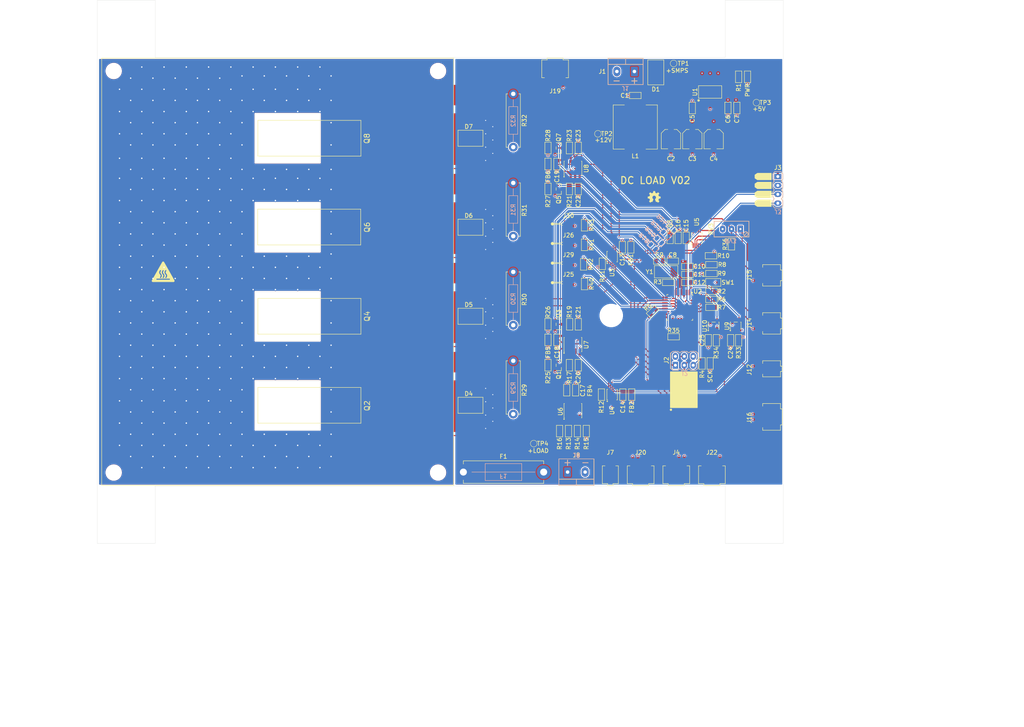
<source format=kicad_pcb>
(kicad_pcb (version 20171130) (host pcbnew "(5.1.4)-1")
  (title_block (title DC_LOAD_V02))
  (layers (0 FRONT signal) (1 GND power) (2 PWR signal) (31 BACK signal) (34 B.Paste user hide) (35 F.Paste user) (36 B.SilkS user) (37 F.SilkS user) (38 B.Mask user hide) (39 F.Mask user hide) (44 Edge.Cuts user))
  (net 0 "")
  (net 1 GND)
  (net 2 +12V)
  (net 3 +5V)
  (net 4 /Processing/328P_XTAL1)
  (net 5 /Processing/328P_XTAL2)
  (net 6 SHUNT1+)
  (net 7 "/Sensors and Mechanical/SCREEN_BTN")
  (net 8 "/Sensors and Mechanical/LOAD_BTN")
  (net 9 "Net-(D2-Pad2)")
  (net 10 "Net-(D3-Pad2)")
  (net 11 "Net-(D6-Pad3)")
  (net 12 "Net-(D7-Pad3)")
  (net 13 /Processing/328P_MOSI)
  (net 14 /Processing/328P_SCK)
  (net 15 /Processing/328P_RST)
  (net 16 /Processing/328P_MISO)
  (net 17 /Processing/328P_TX)
  (net 18 /Processing/328P_RX)
  (net 19 DAC_VOUTA)
  (net 20 328P_PD4)
  (net 21 328P_PD6)
  (net 22 328P_PD7)
  (net 23 328P_ADC0)
  (net 24 328P_ADC2)
  (net 25 328P_ADC1)
  (net 26 328P_ADC3)
  (net 27 "/Current Control and Vsense/GATE1")
  (net 28 "/Current Control and Vsense/BASE1")
  (net 29 "/Current Control and Vsense/BASE2")
  (net 30 "/Current Control and Vsense/GATE2")
  (net 31 "/Current Control and Vsense/BASE3")
  (net 32 "/Current Control and Vsense/GATE3")
  (net 33 "/Current Control and Vsense/GATE4")
  (net 34 "/Current Control and Vsense/BASE4")
  (net 35 /Processing/328P_SCL)
  (net 36 /Processing/SCL_R)
  (net 37 /Processing/SDA_R)
  (net 38 /Processing/328P_SDA)
  (net 39 /Processing/MCP_LDAC)
  (net 40 /Processing/ADS_ADDR1)
  (net 41 "/Current Control and Vsense/LM6132-")
  (net 42 "/Current Control and Vsense/LM6132+")
  (net 43 ADC_VLOAD0)
  (net 44 "/Current Control and Vsense/358_OUT1")
  (net 45 "/Current Control and Vsense/358_OUT2")
  (net 46 "/Current Control and Vsense/358_OUT3")
  (net 47 "/Current Control and Vsense/358_OUT4")
  (net 48 328P_PD5)
  (net 49 LM358+)
  (net 50 "Net-(RV3-Pad3)")
  (net 51 328P_PD2)
  (net 52 "Net-(U2-Pad22)")
  (net 53 "Net-(U2-Pad19)")
  (net 54 328P_PD3)
  (net 55 "Net-(U3-Pad2)")
  (net 56 "Net-(U4-Pad2)")
  (net 57 "Net-(U4-Pad5)")
  (net 58 "Net-(U4-Pad6)")
  (net 59 "Net-(U4-Pad7)")
  (net 60 "Net-(U5-Pad9)")
  (net 61 "Net-(U5-Pad8)")
  (net 62 "Net-(U5-Pad7)")
  (net 63 "Net-(U5-Pad5)")
  (net 64 "Net-(U6-Pad7)")
  (net 65 "Net-(U6-Pad6)")
  (net 66 "Net-(U6-Pad5)")
  (net 67 "Net-(U9-Pad1)")
  (net 68 "Net-(U10-Pad1)")
  (net 69 /Processing/ADS_ADDR2)
  (net 70 SHUNT2+)
  (net 71 SHUNT3+)
  (net 72 SHUNT4+)
  (net 73 PWM_FAN)
  (net 74 /Processing/328P_OC1A)
  (net 75 328P_PB2)
  (net 76 "Net-(U2-Pad12)")
  (net 77 "Net-(C1-Pad1)")
  (net 78 "Net-(J7-Pad1)")
  (net 79 "Net-(J7-Pad2)")
  (net 80 "Net-(J14-Pad2)")
  (net 81 "Net-(J16-Pad1)")
  (net 82 "Net-(J19-Pad3)")
  (net 83 "Net-(J20-Pad3)")
  (net 84 "Net-(J15-Pad2)")
  (net 85 /Processing/+ADS_VDD1)
  (net 86 /Processing/+ADS_VDD2)
  (net 87 /Processing/+MCP_VDD)
  (net 88 "/Current Control and Vsense/+LM6132_VCC")
  (net 89 "/Current Control and Vsense/+LM358_VCC1")
  (net 90 "/Current Control and Vsense/+LM358_VCC2")
  (net 91 /Power/+SMPS_OUT)
  (net 92 "/Current Control and Vsense/+LOAD_FUSED")
  (net 93 "/Current Control and Vsense/+LOAD")
  (net 94 "Net-(D4-Pad3)")
  (net 95 "Net-(D5-Pad3)")
  (module Jlib_Packages:Thermal_Via_.8mm_D_.4mm_DD (layer FRONT) (at 136.525 173.355)
    (fp_text reference REF** hide)
    (fp_text value Thermal_Via_.8mm_D_.4mm_DD hide)
    (pad "" thru_hole circle (at 0 0) (size 0.8 0.8) (drill 0.4) (layers *.Cu) (net 1 GND))
  )
  (module Jlib_Packages:Thermal_Via_.8mm_D_.4mm_DD (layer FRONT) (at 136.525 167.005)
    (fp_text reference REF** hide)
    (fp_text value Thermal_Via_.8mm_D_.4mm_DD hide)
    (pad "" thru_hole circle (at 0 0) (size 0.8 0.8) (drill 0.4) (layers *.Cu) (net 1 GND))
  )
  (module Jlib_Packages:Thermal_Via_.8mm_D_.4mm_DD (layer FRONT) (at 136.525 160.655)
    (fp_text reference REF** hide)
    (fp_text value Thermal_Via_.8mm_D_.4mm_DD hide)
    (pad "" thru_hole circle (at 0 0) (size 0.8 0.8) (drill 0.4) (layers *.Cu) (net 1 GND))
  )
  (module Jlib_Packages:Thermal_Via_.8mm_D_.4mm_DD (layer FRONT) (at 136.525 154.305)
    (fp_text reference REF** hide)
    (fp_text value Thermal_Via_.8mm_D_.4mm_DD hide)
    (pad "" thru_hole circle (at 0 0) (size 0.8 0.8) (drill 0.4) (layers *.Cu) (net 1 GND))
  )
  (module Jlib_Packages:Thermal_Via_.8mm_D_.4mm_DD (layer FRONT) (at 136.525 147.955)
    (fp_text reference REF** hide)
    (fp_text value Thermal_Via_.8mm_D_.4mm_DD hide)
    (pad "" thru_hole circle (at 0 0) (size 0.8 0.8) (drill 0.4) (layers *.Cu) (net 1 GND))
  )
  (module Jlib_Packages:Thermal_Via_.8mm_D_.4mm_DD (layer FRONT) (at 136.525 141.605)
    (fp_text reference REF** hide)
    (fp_text value Thermal_Via_.8mm_D_.4mm_DD hide)
    (pad "" thru_hole circle (at 0 0) (size 0.8 0.8) (drill 0.4) (layers *.Cu) (net 1 GND))
  )
  (module Jlib_Packages:Thermal_Via_.8mm_D_.4mm_DD (layer FRONT) (at 136.525 135.255)
    (fp_text reference REF** hide)
    (fp_text value Thermal_Via_.8mm_D_.4mm_DD hide)
    (pad "" thru_hole circle (at 0 0) (size 0.8 0.8) (drill 0.4) (layers *.Cu) (net 1 GND))
  )
  (module Jlib_Packages:Thermal_Via_.8mm_D_.4mm_DD (layer FRONT) (at 136.525 128.905)
    (fp_text reference REF** hide)
    (fp_text value Thermal_Via_.8mm_D_.4mm_DD hide)
    (pad "" thru_hole circle (at 0 0) (size 0.8 0.8) (drill 0.4) (layers *.Cu) (net 1 GND))
  )
  (module Jlib_Packages:Thermal_Via_.8mm_D_.4mm_DD (layer FRONT) (at 136.525 122.555)
    (fp_text reference REF** hide)
    (fp_text value Thermal_Via_.8mm_D_.4mm_DD hide)
    (pad "" thru_hole circle (at 0 0) (size 0.8 0.8) (drill 0.4) (layers *.Cu) (net 1 GND))
  )
  (module Jlib_Packages:Thermal_Via_.8mm_D_.4mm_DD (layer FRONT) (at 136.525 115.57)
    (fp_text reference REF** hide)
    (fp_text value Thermal_Via_.8mm_D_.4mm_DD hide)
    (pad "" thru_hole circle (at 0 0) (size 0.8 0.8) (drill 0.4) (layers *.Cu) (net 1 GND))
  )
  (module Jlib_Packages:Thermal_Via_.8mm_D_.4mm_DD (layer FRONT) (at 136.525 109.855)
    (fp_text reference REF** hide)
    (fp_text value Thermal_Via_.8mm_D_.4mm_DD hide)
    (pad "" thru_hole circle (at 0 0) (size 0.8 0.8) (drill 0.4) (layers *.Cu) (net 1 GND))
  )
  (module Jlib_Packages:Thermal_Via_.8mm_D_.4mm_DD (layer FRONT) (at 136.525 103.505)
    (fp_text reference REF** hide)
    (fp_text value Thermal_Via_.8mm_D_.4mm_DD hide)
    (pad "" thru_hole circle (at 0 0) (size 0.8 0.8) (drill 0.4) (layers *.Cu) (net 1 GND))
  )
  (module Jlib_Packages:Thermal_Via_.8mm_D_.4mm_DD (layer FRONT) (at 136.525 97.155)
    (fp_text reference REF** hide)
    (fp_text value Thermal_Via_.8mm_D_.4mm_DD hide)
    (pad "" thru_hole circle (at 0 0) (size 0.8 0.8) (drill 0.4) (layers *.Cu) (net 1 GND))
  )
  (module Jlib_Packages:Thermal_Via_.8mm_D_.4mm_DD (layer FRONT) (at 136.525 91.44)
    (fp_text reference REF** hide)
    (fp_text value Thermal_Via_.8mm_D_.4mm_DD hide)
    (pad "" thru_hole circle (at 0 0) (size 0.8 0.8) (drill 0.4) (layers *.Cu) (net 1 GND))
  )
  (module Jlib_Packages:Thermal_Via_.8mm_D_.4mm_DD (layer FRONT) (at 136.525 84.455)
    (fp_text reference REF** hide)
    (fp_text value Thermal_Via_.8mm_D_.4mm_DD hide)
    (pad "" thru_hole circle (at 0 0) (size 0.8 0.8) (drill 0.4) (layers *.Cu) (net 1 GND))
  )
  (module Jlib_Packages:Thermal_Via_.8mm_D_.4mm_DD (layer FRONT) (at 136.525 78.105)
    (fp_text reference REF** hide)
    (fp_text value Thermal_Via_.8mm_D_.4mm_DD hide)
    (pad "" thru_hole circle (at 0 0) (size 0.8 0.8) (drill 0.4) (layers *.Cu) (net 1 GND))
  )
  (module Jlib_Packages:Thermal_Via_.8mm_D_.4mm_DD (layer FRONT) (at 136.525 71.755)
    (fp_text reference REF** hide)
    (fp_text value Thermal_Via_.8mm_D_.4mm_DD hide)
    (pad "" thru_hole circle (at 0 0) (size 0.8 0.8) (drill 0.4) (layers *.Cu) (net 1 GND))
  )
  (module Jlib_Packages:Thermal_Via_.8mm_D_.4mm_DD (layer FRONT) (at 136.525 64.77)
    (fp_text reference REF** hide)
    (fp_text value Thermal_Via_.8mm_D_.4mm_DD hide)
    (pad "" thru_hole circle (at 0 0) (size 0.8 0.8) (drill 0.4) (layers *.Cu) (net 1 GND))
  )
  (module TestPoint:TestPoint_Pad_D1.5mm (layer FRONT) (at 194.31 169.672)
    (fp_text reference TP4 (at 2.54 0) (layer F.SilkS) (effects (font (size 1.2 1.2) (thickness 0.2))))
    (fp_text value TestPoint)
    (pad 1 smd circle (at 0 0) (size 1.5 1.5) (layers FRONT F.Mask) (net 93 "/Current Control and Vsense/+LOAD"))
  )
  (module TestPoint:TestPoint_Pad_D1.5mm (layer FRONT) (at 257.81 72.39)
    (fp_text reference TP3 (at 2.54 0) (layer F.SilkS) (effects (font (size 1.2 1.2) (thickness 0.2))))
    (fp_text value TestPoint)
    (pad 1 smd circle (at 0 0) (size 1.5 1.5) (layers FRONT F.Mask) (net 3 +5V))
  )
  (module TestPoint:TestPoint_Pad_D1.5mm (layer FRONT) (at 212.598 81.28)
    (fp_text reference TP2 (at 2.54 0) (layer F.SilkS) (effects (font (size 1.2 1.2) (thickness 0.2))))
    (fp_text value TestPoint)
    (pad 1 smd circle (at 0 0) (size 1.5 1.5) (layers FRONT F.Mask) (net 2 +12V))
  )
  (module TestPoint:TestPoint_Pad_D1.5mm (layer FRONT) (at 234.188 61.214)
    (fp_text reference TP1 (at 2.794 0) (layer F.SilkS) (effects (font (size 1.2 1.2) (thickness 0.2))))
    (fp_text value TestPoint)
    (pad 1 smd circle (at 0 0) (size 1.5 1.5) (layers FRONT F.Mask) (net 91 /Power/+SMPS_OUT))
  )
  (module "DC_LOAD_V02:Hot Surface Silk" (layer FRONT) (at 88.646 120.65)
    (fp_text reference G*** hide)
    (fp_text value LOGO hide)
  )
  (module "DC_LOAD_V02:OS silk" (layer FRONT) (at 228.6508 99.2632)
    (fp_text reference G*** hide)
    (fp_text value LOGO hide)
  )
  (module Jlib_Packages:SOIC-8_3.9x4.9mm_P1.27mm (layer FRONT) (at 205.486 160.274 90)
    (fp_text reference U6 (at -0.254 -3.556 90) (layer F.SilkS) (effects (font (size 1.2 1.2) (thickness 0.2))))
    (fp_text value LM6132)
    (pad 8 smd roundrect (at 2.475 -1.905 90) (size 1.95 0.6) (layers FRONT F.Paste F.Mask) (net 88 "/Current Control and Vsense/+LM6132_VCC"))
    (pad 7 smd roundrect (at 2.475 -0.635 90) (size 1.95 0.6) (layers FRONT F.Paste F.Mask) (net 64 "Net-(U6-Pad7)"))
    (pad 6 smd roundrect (at 2.475 0.635 90) (size 1.95 0.6) (layers FRONT F.Paste F.Mask) (net 65 "Net-(U6-Pad6)"))
    (pad 5 smd roundrect (at 2.475 1.905 90) (size 1.95 0.6) (layers FRONT F.Paste F.Mask) (net 66 "Net-(U6-Pad5)"))
    (pad 4 smd roundrect (at -2.475 1.905 90) (size 1.95 0.6) (layers FRONT F.Paste F.Mask) (net 1 GND))
    (pad 3 smd roundrect (at -2.475 0.635 90) (size 1.95 0.6) (layers FRONT F.Paste F.Mask) (net 42 "/Current Control and Vsense/LM6132+"))
    (pad 2 smd roundrect (at -2.475 -0.635 90) (size 1.95 0.6) (layers FRONT F.Paste F.Mask) (net 41 "/Current Control and Vsense/LM6132-"))
    (pad 1 smd roundrect (at -2.475 -1.905 90) (size 1.95 0.6) (layers FRONT F.Paste F.Mask) (net 43 ADC_VLOAD0))
  )
  (module Jlib_Packages:R_Radial_0R1_Riedon_MSR3 (layer FRONT) (at 188.468 120.69 270)
    (fp_text reference R30 (at 7.874 -3.175 90) (layer F.SilkS) (effects (font (size 1.2 1.2) (thickness 0.2))))
    (fp_text value 0R1)
    (pad 2 thru_hole circle (at 15.2 0 270) (size 2.5 2.5) (drill 1.25) (layers *.Cu *.Mask) (net 1 GND))
    (pad 1 thru_hole circle (at 0 0 270) (size 2.5 2.5) (drill 1.25) (layers *.Cu *.Mask) (net 70 SHUNT2+))
  )
  (module Jlib_Packages:MSOP-10_3x3mm_P0.5mm (layer FRONT) (at 240.792 110.998 90)
    (fp_text reference U5 (at 4.572 0 90) (layer F.SilkS) (effects (font (size 1.2 1.2) (thickness 0.2))))
    (fp_text value MCP4728T-E/UN)
    (pad 10 smd roundrect (at 2.2 -1 90) (size 1.4 0.3) (layers FRONT F.Paste F.Mask) (net 1 GND))
    (pad 9 smd roundrect (at 2.2 -0.5 90) (size 1.4 0.3) (layers FRONT F.Paste F.Mask) (net 60 "Net-(U5-Pad9)"))
    (pad 8 smd roundrect (at 2.2 0 90) (size 1.4 0.3) (layers FRONT F.Paste F.Mask) (net 61 "Net-(U5-Pad8)"))
    (pad 7 smd roundrect (at 2.2 0.5 90) (size 1.4 0.3) (layers FRONT F.Paste F.Mask) (net 62 "Net-(U5-Pad7)"))
    (pad 6 smd roundrect (at 2.2 1 90) (size 1.4 0.3) (layers FRONT F.Paste F.Mask) (net 19 DAC_VOUTA))
    (pad 5 smd roundrect (at -2.2 1 90) (size 1.4 0.3) (layers FRONT F.Paste F.Mask) (net 63 "Net-(U5-Pad5)"))
    (pad 4 smd roundrect (at -2.2 0.5 90) (size 1.4 0.3) (layers FRONT F.Paste F.Mask) (net 39 /Processing/MCP_LDAC))
    (pad 3 smd roundrect (at -2.2 0 90) (size 1.4 0.3) (layers FRONT F.Paste F.Mask) (net 37 /Processing/SDA_R) (clearance 0.2))
    (pad 2 smd roundrect (at -2.2 -0.5 90) (size 1.4 0.3) (layers FRONT F.Paste F.Mask) (net 36 /Processing/SCL_R) (clearance 0.2))
    (pad 1 smd roundrect (at -2.2 -1 90) (size 1.4 0.3) (layers FRONT F.Paste F.Mask) (net 87 /Processing/+MCP_VDD) (clearance 0.2))
  )
  (module Jlib_Packages:R_Radial_0R1_Riedon_MSR3 (layer FRONT) (at 188.468 146.05 270)
    (fp_text reference R29 (at 8.382 -3.175 90) (layer F.SilkS) (effects (font (size 1.2 1.2) (thickness 0.2))))
    (fp_text value 0R1)
    (pad 2 thru_hole circle (at 15.2 0 270) (size 2.5 2.5) (drill 1.25) (layers *.Cu *.Mask) (net 1 GND))
    (pad 1 thru_hole circle (at 0 0 270) (size 2.5 2.5) (drill 1.25) (layers *.Cu *.Mask) (net 6 SHUNT1+))
  )
  (module Jlib_Packages:Thermal_Via_.8mm_D_.4mm_DD (layer FRONT) (at 133.35 100.33)
    (fp_text reference REF** hide)
    (fp_text value Thermal_Via_.8mm_D_.4mm_DD hide)
    (pad "" thru_hole circle (at 0 0) (size 0.8 0.8) (drill 0.4) (layers *.Cu) (net 1 GND))
  )
  (module Jlib_Packages:Thermal_Via_.8mm_D_.4mm_DD (layer FRONT) (at 127 100.33)
    (fp_text reference REF** hide)
    (fp_text value Thermal_Via_.8mm_D_.4mm_DD hide)
    (pad "" thru_hole circle (at 0 0) (size 0.8 0.8) (drill 0.4) (layers *.Cu) (net 1 GND))
  )
  (module Jlib_Packages:Thermal_Via_.8mm_D_.4mm_DD (layer FRONT) (at 120.65 100.33)
    (fp_text reference REF** hide)
    (fp_text value Thermal_Via_.8mm_D_.4mm_DD hide)
    (pad "" thru_hole circle (at 0 0) (size 0.8 0.8) (drill 0.4) (layers *.Cu) (net 1 GND))
  )
  (module Jlib_Packages:Thermal_Via_.8mm_D_.4mm_DD (layer FRONT) (at 127 125.73)
    (fp_text reference REF** hide)
    (fp_text value Thermal_Via_.8mm_D_.4mm_DD hide)
    (pad "" thru_hole circle (at 0 0) (size 0.8 0.8) (drill 0.4) (layers *.Cu) (net 1 GND))
  )
  (module Jlib_Packages:Thermal_Via_.8mm_D_.4mm_DD (layer FRONT) (at 120.65 125.73)
    (fp_text reference REF** hide)
    (fp_text value Thermal_Via_.8mm_D_.4mm_DD hide)
    (pad "" thru_hole circle (at 0 0) (size 0.8 0.8) (drill 0.4) (layers *.Cu) (net 1 GND))
  )
  (module Jlib_Packages:Thermal_Via_.8mm_D_.4mm_DD (layer FRONT) (at 133.35 125.73)
    (fp_text reference REF** hide)
    (fp_text value Thermal_Via_.8mm_D_.4mm_DD hide)
    (pad "" thru_hole circle (at 0 0) (size 0.8 0.8) (drill 0.4) (layers *.Cu) (net 1 GND))
  )
  (module Jlib_Packages:Thermal_Via_.8mm_D_.4mm_DD (layer FRONT) (at 127 151.13)
    (fp_text reference REF** hide)
    (fp_text value Thermal_Via_.8mm_D_.4mm_DD hide)
    (pad "" thru_hole circle (at 0 0) (size 0.8 0.8) (drill 0.4) (layers *.Cu) (net 1 GND))
  )
  (module Jlib_Packages:Thermal_Via_.8mm_D_.4mm_DD (layer FRONT) (at 133.35 151.13)
    (fp_text reference REF** hide)
    (fp_text value Thermal_Via_.8mm_D_.4mm_DD hide)
    (pad "" thru_hole circle (at 0 0) (size 0.8 0.8) (drill 0.4) (layers *.Cu) (net 1 GND))
  )
  (module Jlib_Packages:Thermal_Via_.8mm_D_.4mm_DD (layer FRONT) (at 130.175 116.205)
    (fp_text reference REF** hide)
    (fp_text value Thermal_Via_.8mm_D_.4mm_DD hide)
    (pad "" thru_hole circle (at 0 0) (size 0.8 0.8) (drill 0.4) (layers *.Cu) (net 1 GND))
  )
  (module Jlib_Packages:Thermal_Via_.8mm_D_.4mm_DD (layer FRONT) (at 123.825 116.205)
    (fp_text reference REF** hide)
    (fp_text value Thermal_Via_.8mm_D_.4mm_DD hide)
    (pad "" thru_hole circle (at 0 0) (size 0.8 0.8) (drill 0.4) (layers *.Cu) (net 1 GND))
  )
  (module Jlib_Packages:Thermal_Via_.8mm_D_.4mm_DD (layer FRONT) (at 117.475 116.205)
    (fp_text reference REF** hide)
    (fp_text value Thermal_Via_.8mm_D_.4mm_DD hide)
    (pad "" thru_hole circle (at 0 0) (size 0.8 0.8) (drill 0.4) (layers *.Cu) (net 1 GND))
  )
  (module Jlib_Packages:Thermal_Via_.8mm_D_.4mm_DD (layer FRONT) (at 114.3 125.73)
    (fp_text reference REF** hide)
    (fp_text value Thermal_Via_.8mm_D_.4mm_DD hide)
    (pad "" thru_hole circle (at 0 0) (size 0.8 0.8) (drill 0.4) (layers *.Cu) (net 1 GND))
  )
  (module Jlib_Packages:Thermal_Via_.8mm_D_.4mm_DD (layer FRONT) (at 130.175 167.005)
    (fp_text reference REF** hide)
    (fp_text value Thermal_Via_.8mm_D_.4mm_DD hide)
    (pad "" thru_hole circle (at 0 0) (size 0.8 0.8) (drill 0.4) (layers *.Cu) (net 1 GND))
  )
  (module Jlib_Packages:Thermal_Via_.8mm_D_.4mm_DD (layer FRONT) (at 123.825 167.005)
    (fp_text reference REF** hide)
    (fp_text value Thermal_Via_.8mm_D_.4mm_DD hide)
    (pad "" thru_hole circle (at 0 0) (size 0.8 0.8) (drill 0.4) (layers *.Cu) (net 1 GND))
  )
  (module Jlib_Packages:Thermal_Via_.8mm_D_.4mm_DD (layer FRONT) (at 117.475 167.005)
    (fp_text reference REF** hide)
    (fp_text value Thermal_Via_.8mm_D_.4mm_DD hide)
    (pad "" thru_hole circle (at 0 0) (size 0.8 0.8) (drill 0.4) (layers *.Cu) (net 1 GND))
  )
  (module Jlib_Packages:Thermal_Via_.8mm_D_.4mm_DD (layer FRONT) (at 130.175 141.605)
    (fp_text reference REF** hide)
    (fp_text value Thermal_Via_.8mm_D_.4mm_DD hide)
    (pad "" thru_hole circle (at 0 0) (size 0.8 0.8) (drill 0.4) (layers *.Cu) (net 1 GND))
  )
  (module Jlib_Packages:Thermal_Via_.8mm_D_.4mm_DD (layer FRONT) (at 123.825 141.605)
    (fp_text reference REF** hide)
    (fp_text value Thermal_Via_.8mm_D_.4mm_DD hide)
    (pad "" thru_hole circle (at 0 0) (size 0.8 0.8) (drill 0.4) (layers *.Cu) (net 1 GND))
  )
  (module Jlib_Packages:Thermal_Via_.8mm_D_.4mm_DD (layer FRONT) (at 117.475 141.605)
    (fp_text reference REF** hide)
    (fp_text value Thermal_Via_.8mm_D_.4mm_DD hide)
    (pad "" thru_hole circle (at 0 0) (size 0.8 0.8) (drill 0.4) (layers *.Cu) (net 1 GND))
  )
  (module Jlib_Packages:Thermal_Via_.8mm_D_.4mm_DD (layer FRONT) (at 130.175 147.955)
    (fp_text reference REF** hide)
    (fp_text value Thermal_Via_.8mm_D_.4mm_DD hide)
    (pad "" thru_hole circle (at 0 0) (size 0.8 0.8) (drill 0.4) (layers *.Cu) (net 1 GND))
  )
  (module Jlib_Packages:Thermal_Via_.8mm_D_.4mm_DD (layer FRONT) (at 123.825 147.955)
    (fp_text reference REF** hide)
    (fp_text value Thermal_Via_.8mm_D_.4mm_DD hide)
    (pad "" thru_hole circle (at 0 0) (size 0.8 0.8) (drill 0.4) (layers *.Cu) (net 1 GND))
  )
  (module Jlib_Packages:Thermal_Via_.8mm_D_.4mm_DD (layer FRONT) (at 117.475 147.955)
    (fp_text reference REF** hide)
    (fp_text value Thermal_Via_.8mm_D_.4mm_DD hide)
    (pad "" thru_hole circle (at 0 0) (size 0.8 0.8) (drill 0.4) (layers *.Cu) (net 1 GND))
  )
  (module Jlib_Packages:Thermal_Via_.8mm_D_.4mm_DD (layer FRONT) (at 130.175 173.355)
    (fp_text reference REF** hide)
    (fp_text value Thermal_Via_.8mm_D_.4mm_DD hide)
    (pad "" thru_hole circle (at 0 0) (size 0.8 0.8) (drill 0.4) (layers *.Cu) (net 1 GND))
  )
  (module Jlib_Packages:Thermal_Via_.8mm_D_.4mm_DD (layer FRONT) (at 123.825 173.355)
    (fp_text reference REF** hide)
    (fp_text value Thermal_Via_.8mm_D_.4mm_DD hide)
    (pad "" thru_hole circle (at 0 0) (size 0.8 0.8) (drill 0.4) (layers *.Cu) (net 1 GND))
  )
  (module Jlib_Packages:Thermal_Via_.8mm_D_.4mm_DD (layer FRONT) (at 117.475 173.355)
    (fp_text reference REF** hide)
    (fp_text value Thermal_Via_.8mm_D_.4mm_DD hide)
    (pad "" thru_hole circle (at 0 0) (size 0.8 0.8) (drill 0.4) (layers *.Cu) (net 1 GND))
  )
  (module Jlib_Packages:Thermal_Via_.8mm_D_.4mm_DD (layer FRONT) (at 130.175 122.555)
    (fp_text reference REF** hide)
    (fp_text value Thermal_Via_.8mm_D_.4mm_DD hide)
    (pad "" thru_hole circle (at 0 0) (size 0.8 0.8) (drill 0.4) (layers *.Cu) (net 1 GND))
  )
  (module Jlib_Packages:Thermal_Via_.8mm_D_.4mm_DD (layer FRONT) (at 123.825 122.555)
    (fp_text reference REF** hide)
    (fp_text value Thermal_Via_.8mm_D_.4mm_DD hide)
    (pad "" thru_hole circle (at 0 0) (size 0.8 0.8) (drill 0.4) (layers *.Cu) (net 1 GND))
  )
  (module Jlib_Packages:Thermal_Via_.8mm_D_.4mm_DD (layer FRONT) (at 117.475 122.555)
    (fp_text reference REF** hide)
    (fp_text value Thermal_Via_.8mm_D_.4mm_DD hide)
    (pad "" thru_hole circle (at 0 0) (size 0.8 0.8) (drill 0.4) (layers *.Cu) (net 1 GND))
  )
  (module Jlib_Packages:Thermal_Via_.8mm_D_.4mm_DD (layer FRONT) (at 133.35 119.38)
    (fp_text reference REF** hide)
    (fp_text value Thermal_Via_.8mm_D_.4mm_DD hide)
    (pad "" thru_hole circle (at 0 0) (size 0.8 0.8) (drill 0.4) (layers *.Cu) (net 1 GND))
  )
  (module Jlib_Packages:Thermal_Via_.8mm_D_.4mm_DD (layer FRONT) (at 127 119.38)
    (fp_text reference REF** hide)
    (fp_text value Thermal_Via_.8mm_D_.4mm_DD hide)
    (pad "" thru_hole circle (at 0 0) (size 0.8 0.8) (drill 0.4) (layers *.Cu) (net 1 GND))
  )
  (module Jlib_Packages:Thermal_Via_.8mm_D_.4mm_DD (layer FRONT) (at 120.65 119.38)
    (fp_text reference REF** hide)
    (fp_text value Thermal_Via_.8mm_D_.4mm_DD hide)
    (pad "" thru_hole circle (at 0 0) (size 0.8 0.8) (drill 0.4) (layers *.Cu) (net 1 GND))
  )
  (module Jlib_Packages:Thermal_Via_.8mm_D_.4mm_DD (layer FRONT) (at 114.3 119.38)
    (fp_text reference REF** hide)
    (fp_text value Thermal_Via_.8mm_D_.4mm_DD hide)
    (pad "" thru_hole circle (at 0 0) (size 0.8 0.8) (drill 0.4) (layers *.Cu) (net 1 GND))
  )
  (module Jlib_Packages:Thermal_Via_.8mm_D_.4mm_DD (layer FRONT) (at 130.175 91.44)
    (fp_text reference REF** hide)
    (fp_text value Thermal_Via_.8mm_D_.4mm_DD hide)
    (pad "" thru_hole circle (at 0 0) (size 0.8 0.8) (drill 0.4) (layers *.Cu) (net 1 GND))
  )
  (module Jlib_Packages:Thermal_Via_.8mm_D_.4mm_DD (layer FRONT) (at 123.825 91.44)
    (fp_text reference REF** hide)
    (fp_text value Thermal_Via_.8mm_D_.4mm_DD hide)
    (pad "" thru_hole circle (at 0 0) (size 0.8 0.8) (drill 0.4) (layers *.Cu) (net 1 GND))
  )
  (module Jlib_Packages:Thermal_Via_.8mm_D_.4mm_DD (layer FRONT) (at 117.475 91.44)
    (fp_text reference REF** hide)
    (fp_text value Thermal_Via_.8mm_D_.4mm_DD hide)
    (pad "" thru_hole circle (at 0 0) (size 0.8 0.8) (drill 0.4) (layers *.Cu) (net 1 GND))
  )
  (module Jlib_Packages:Thermal_Via_.8mm_D_.4mm_DD (layer FRONT) (at 130.175 97.155)
    (fp_text reference REF** hide)
    (fp_text value Thermal_Via_.8mm_D_.4mm_DD hide)
    (pad "" thru_hole circle (at 0 0) (size 0.8 0.8) (drill 0.4) (layers *.Cu) (net 1 GND))
  )
  (module Jlib_Packages:Thermal_Via_.8mm_D_.4mm_DD (layer FRONT) (at 123.825 97.155)
    (fp_text reference REF** hide)
    (fp_text value Thermal_Via_.8mm_D_.4mm_DD hide)
    (pad "" thru_hole circle (at 0 0) (size 0.8 0.8) (drill 0.4) (layers *.Cu) (net 1 GND))
  )
  (module Jlib_Packages:Thermal_Via_.8mm_D_.4mm_DD (layer FRONT) (at 117.475 97.155)
    (fp_text reference REF** hide)
    (fp_text value Thermal_Via_.8mm_D_.4mm_DD hide)
    (pad "" thru_hole circle (at 0 0) (size 0.8 0.8) (drill 0.4) (layers *.Cu) (net 1 GND))
  )
  (module Jlib_Packages:Thermal_Via_.8mm_D_.4mm_DD (layer FRONT) (at 130.175 64.77)
    (fp_text reference REF** hide)
    (fp_text value Thermal_Via_.8mm_D_.4mm_DD hide)
    (pad "" thru_hole circle (at 0 0) (size 0.8 0.8) (drill 0.4) (layers *.Cu) (net 1 GND))
  )
  (module Jlib_Packages:Thermal_Via_.8mm_D_.4mm_DD (layer FRONT) (at 130.175 71.755)
    (fp_text reference REF** hide)
    (fp_text value Thermal_Via_.8mm_D_.4mm_DD hide)
    (pad "" thru_hole circle (at 0 0) (size 0.8 0.8) (drill 0.4) (layers *.Cu) (net 1 GND))
  )
  (module Jlib_Packages:Thermal_Via_.8mm_D_.4mm_DD (layer FRONT) (at 123.825 71.755)
    (fp_text reference REF** hide)
    (fp_text value Thermal_Via_.8mm_D_.4mm_DD hide)
    (pad "" thru_hole circle (at 0 0) (size 0.8 0.8) (drill 0.4) (layers *.Cu) (net 1 GND))
  )
  (module Jlib_Packages:Thermal_Via_.8mm_D_.4mm_DD (layer FRONT) (at 123.825 64.77)
    (fp_text reference REF** hide)
    (fp_text value Thermal_Via_.8mm_D_.4mm_DD hide)
    (pad "" thru_hole circle (at 0 0) (size 0.8 0.8) (drill 0.4) (layers *.Cu) (net 1 GND))
  )
  (module Jlib_Packages:Thermal_Via_.8mm_D_.4mm_DD (layer FRONT) (at 117.475 64.77)
    (fp_text reference REF** hide)
    (fp_text value Thermal_Via_.8mm_D_.4mm_DD hide)
    (pad "" thru_hole circle (at 0 0) (size 0.8 0.8) (drill 0.4) (layers *.Cu) (net 1 GND))
  )
  (module Jlib_Packages:Thermal_Via_.8mm_D_.4mm_DD (layer FRONT) (at 111.125 64.77)
    (fp_text reference REF** hide)
    (fp_text value Thermal_Via_.8mm_D_.4mm_DD hide)
    (pad "" thru_hole circle (at 0 0) (size 0.8 0.8) (drill 0.4) (layers *.Cu) (net 1 GND))
  )
  (module Jlib_Packages:Thermal_Via_.8mm_D_.4mm_DD (layer FRONT) (at 104.775 65.405)
    (fp_text reference REF** hide)
    (fp_text value Thermal_Via_.8mm_D_.4mm_DD hide)
    (pad "" thru_hole circle (at 0 0) (size 0.8 0.8) (drill 0.4) (layers *.Cu) (net 1 GND))
  )
  (module Jlib_Packages:Thermal_Via_.8mm_D_.4mm_DD (layer FRONT) (at 98.425 65.405)
    (fp_text reference REF** hide)
    (fp_text value Thermal_Via_.8mm_D_.4mm_DD hide)
    (pad "" thru_hole circle (at 0 0) (size 0.8 0.8) (drill 0.4) (layers *.Cu) (net 1 GND))
  )
  (module Jlib_Packages:Thermal_Via_.8mm_D_.4mm_DD (layer FRONT) (at 92.075 65.405)
    (fp_text reference REF** hide)
    (fp_text value Thermal_Via_.8mm_D_.4mm_DD hide)
    (pad "" thru_hole circle (at 0 0) (size 0.8 0.8) (drill 0.4) (layers *.Cu) (net 1 GND))
  )
  (module Jlib_Packages:Thermal_Via_.8mm_D_.4mm_DD (layer FRONT) (at 85.725 65.405)
    (fp_text reference REF** hide)
    (fp_text value Thermal_Via_.8mm_D_.4mm_DD hide)
    (pad "" thru_hole circle (at 0 0) (size 0.8 0.8) (drill 0.4) (layers *.Cu) (net 1 GND))
  )
  (module Jlib_Packages:Thermal_Via_.8mm_D_.4mm_DD (layer FRONT) (at 79.375 65.405)
    (fp_text reference REF** hide)
    (fp_text value Thermal_Via_.8mm_D_.4mm_DD hide)
    (pad "" thru_hole circle (at 0 0) (size 0.8 0.8) (drill 0.4) (layers *.Cu) (net 1 GND))
  )
  (module Jlib_Packages:Thermal_Via_.8mm_D_.4mm_DD (layer FRONT) (at 117.475 71.755)
    (fp_text reference REF** hide)
    (fp_text value Thermal_Via_.8mm_D_.4mm_DD hide)
    (pad "" thru_hole circle (at 0 0) (size 0.8 0.8) (drill 0.4) (layers *.Cu) (net 1 GND))
  )
  (module Jlib_Packages:Thermal_Via_.8mm_D_.4mm_DD (layer FRONT) (at 111.125 78.105)
    (fp_text reference REF** hide)
    (fp_text value Thermal_Via_.8mm_D_.4mm_DD hide)
    (pad "" thru_hole circle (at 0 0) (size 0.8 0.8) (drill 0.4) (layers *.Cu) (net 1 GND))
  )
  (module Jlib_Packages:Thermal_Via_.8mm_D_.4mm_DD (layer FRONT) (at 111.125 91.44)
    (fp_text reference REF** hide)
    (fp_text value Thermal_Via_.8mm_D_.4mm_DD hide)
    (pad "" thru_hole circle (at 0 0) (size 0.8 0.8) (drill 0.4) (layers *.Cu) (net 1 GND))
  )
  (module Jlib_Packages:Thermal_Via_.8mm_D_.4mm_DD (layer FRONT) (at 111.125 97.155)
    (fp_text reference REF** hide)
    (fp_text value Thermal_Via_.8mm_D_.4mm_DD hide)
    (pad "" thru_hole circle (at 0 0) (size 0.8 0.8) (drill 0.4) (layers *.Cu) (net 1 GND))
  )
  (module Jlib_Packages:Thermal_Via_.8mm_D_.4mm_DD (layer FRONT) (at 111.125 147.955)
    (fp_text reference REF** hide)
    (fp_text value Thermal_Via_.8mm_D_.4mm_DD hide)
    (pad "" thru_hole circle (at 0 0) (size 0.8 0.8) (drill 0.4) (layers *.Cu) (net 1 GND))
  )
  (module Jlib_Packages:Thermal_Via_.8mm_D_.4mm_DD (layer FRONT) (at 111.125 109.855)
    (fp_text reference REF** hide)
    (fp_text value Thermal_Via_.8mm_D_.4mm_DD hide)
    (pad "" thru_hole circle (at 0 0) (size 0.8 0.8) (drill 0.4) (layers *.Cu) (net 1 GND))
  )
  (module Jlib_Packages:Thermal_Via_.8mm_D_.4mm_DD (layer FRONT) (at 111.125 103.505)
    (fp_text reference REF** hide)
    (fp_text value Thermal_Via_.8mm_D_.4mm_DD hide)
    (pad "" thru_hole circle (at 0 0) (size 0.8 0.8) (drill 0.4) (layers *.Cu) (net 1 GND))
  )
  (module Jlib_Packages:Thermal_Via_.8mm_D_.4mm_DD (layer FRONT) (at 111.125 128.905)
    (fp_text reference REF** hide)
    (fp_text value Thermal_Via_.8mm_D_.4mm_DD hide)
    (pad "" thru_hole circle (at 0 0) (size 0.8 0.8) (drill 0.4) (layers *.Cu) (net 1 GND))
  )
  (module Jlib_Packages:Thermal_Via_.8mm_D_.4mm_DD (layer FRONT) (at 111.125 135.255)
    (fp_text reference REF** hide)
    (fp_text value Thermal_Via_.8mm_D_.4mm_DD hide)
    (pad "" thru_hole circle (at 0 0) (size 0.8 0.8) (drill 0.4) (layers *.Cu) (net 1 GND))
  )
  (module Jlib_Packages:Thermal_Via_.8mm_D_.4mm_DD (layer FRONT) (at 111.125 116.205)
    (fp_text reference REF** hide)
    (fp_text value Thermal_Via_.8mm_D_.4mm_DD hide)
    (pad "" thru_hole circle (at 0 0) (size 0.8 0.8) (drill 0.4) (layers *.Cu) (net 1 GND))
  )
  (module Jlib_Packages:Thermal_Via_.8mm_D_.4mm_DD (layer FRONT) (at 111.125 122.555)
    (fp_text reference REF** hide)
    (fp_text value Thermal_Via_.8mm_D_.4mm_DD hide)
    (pad "" thru_hole circle (at 0 0) (size 0.8 0.8) (drill 0.4) (layers *.Cu) (net 1 GND))
  )
  (module Jlib_Packages:Thermal_Via_.8mm_D_.4mm_DD (layer FRONT) (at 111.125 141.605)
    (fp_text reference REF** hide)
    (fp_text value Thermal_Via_.8mm_D_.4mm_DD hide)
    (pad "" thru_hole circle (at 0 0) (size 0.8 0.8) (drill 0.4) (layers *.Cu) (net 1 GND))
  )
  (module Jlib_Packages:Thermal_Via_.8mm_D_.4mm_DD (layer FRONT) (at 111.125 160.655)
    (fp_text reference REF** hide)
    (fp_text value Thermal_Via_.8mm_D_.4mm_DD hide)
    (pad "" thru_hole circle (at 0 0) (size 0.8 0.8) (drill 0.4) (layers *.Cu) (net 1 GND))
  )
  (module Jlib_Packages:Thermal_Via_.8mm_D_.4mm_DD (layer FRONT) (at 111.125 71.755)
    (fp_text reference REF** hide)
    (fp_text value Thermal_Via_.8mm_D_.4mm_DD hide)
    (pad "" thru_hole circle (at 0 0) (size 0.8 0.8) (drill 0.4) (layers *.Cu) (net 1 GND))
  )
  (module Jlib_Packages:Thermal_Via_.8mm_D_.4mm_DD (layer FRONT) (at 111.125 84.455)
    (fp_text reference REF** hide)
    (fp_text value Thermal_Via_.8mm_D_.4mm_DD hide)
    (pad "" thru_hole circle (at 0 0) (size 0.8 0.8) (drill 0.4) (layers *.Cu) (net 1 GND))
  )
  (module Jlib_Packages:Thermal_Via_.8mm_D_.4mm_DD (layer FRONT) (at 111.125 167.005)
    (fp_text reference REF** hide)
    (fp_text value Thermal_Via_.8mm_D_.4mm_DD hide)
    (pad "" thru_hole circle (at 0 0) (size 0.8 0.8) (drill 0.4) (layers *.Cu) (net 1 GND))
  )
  (module Jlib_Packages:Thermal_Via_.8mm_D_.4mm_DD (layer FRONT) (at 111.125 154.305)
    (fp_text reference REF** hide)
    (fp_text value Thermal_Via_.8mm_D_.4mm_DD hide)
    (pad "" thru_hole circle (at 0 0) (size 0.8 0.8) (drill 0.4) (layers *.Cu) (net 1 GND))
  )
  (module Jlib_Packages:Thermal_Via_.8mm_D_.4mm_DD (layer FRONT) (at 111.125 173.355)
    (fp_text reference REF** hide)
    (fp_text value Thermal_Via_.8mm_D_.4mm_DD hide)
    (pad "" thru_hole circle (at 0 0) (size 0.8 0.8) (drill 0.4) (layers *.Cu) (net 1 GND))
  )
  (module Jlib_Packages:Thermal_Via_.8mm_D_.4mm_DD (layer FRONT) (at 104.775 78.105)
    (fp_text reference REF** hide)
    (fp_text value Thermal_Via_.8mm_D_.4mm_DD hide)
    (pad "" thru_hole circle (at 0 0) (size 0.8 0.8) (drill 0.4) (layers *.Cu) (net 1 GND))
  )
  (module Jlib_Packages:Thermal_Via_.8mm_D_.4mm_DD (layer FRONT) (at 104.775 91.44)
    (fp_text reference REF** hide)
    (fp_text value Thermal_Via_.8mm_D_.4mm_DD hide)
    (pad "" thru_hole circle (at 0 0) (size 0.8 0.8) (drill 0.4) (layers *.Cu) (net 1 GND))
  )
  (module Jlib_Packages:Thermal_Via_.8mm_D_.4mm_DD (layer FRONT) (at 104.775 97.155)
    (fp_text reference REF** hide)
    (fp_text value Thermal_Via_.8mm_D_.4mm_DD hide)
    (pad "" thru_hole circle (at 0 0) (size 0.8 0.8) (drill 0.4) (layers *.Cu) (net 1 GND))
  )
  (module Jlib_Packages:Thermal_Via_.8mm_D_.4mm_DD (layer FRONT) (at 104.775 147.955)
    (fp_text reference REF** hide)
    (fp_text value Thermal_Via_.8mm_D_.4mm_DD hide)
    (pad "" thru_hole circle (at 0 0) (size 0.8 0.8) (drill 0.4) (layers *.Cu) (net 1 GND))
  )
  (module Jlib_Packages:Thermal_Via_.8mm_D_.4mm_DD (layer FRONT) (at 104.775 109.855)
    (fp_text reference REF** hide)
    (fp_text value Thermal_Via_.8mm_D_.4mm_DD hide)
    (pad "" thru_hole circle (at 0 0) (size 0.8 0.8) (drill 0.4) (layers *.Cu) (net 1 GND))
  )
  (module Jlib_Packages:Thermal_Via_.8mm_D_.4mm_DD (layer FRONT) (at 104.775 103.505)
    (fp_text reference REF** hide)
    (fp_text value Thermal_Via_.8mm_D_.4mm_DD hide)
    (pad "" thru_hole circle (at 0 0) (size 0.8 0.8) (drill 0.4) (layers *.Cu) (net 1 GND))
  )
  (module Jlib_Packages:Thermal_Via_.8mm_D_.4mm_DD (layer FRONT) (at 104.775 128.905)
    (fp_text reference REF** hide)
    (fp_text value Thermal_Via_.8mm_D_.4mm_DD hide)
    (pad "" thru_hole circle (at 0 0) (size 0.8 0.8) (drill 0.4) (layers *.Cu) (net 1 GND))
  )
  (module Jlib_Packages:Thermal_Via_.8mm_D_.4mm_DD (layer FRONT) (at 104.775 135.255)
    (fp_text reference REF** hide)
    (fp_text value Thermal_Via_.8mm_D_.4mm_DD hide)
    (pad "" thru_hole circle (at 0 0) (size 0.8 0.8) (drill 0.4) (layers *.Cu) (net 1 GND))
  )
  (module Jlib_Packages:Thermal_Via_.8mm_D_.4mm_DD (layer FRONT) (at 104.775 116.205)
    (fp_text reference REF** hide)
    (fp_text value Thermal_Via_.8mm_D_.4mm_DD hide)
    (pad "" thru_hole circle (at 0 0) (size 0.8 0.8) (drill 0.4) (layers *.Cu) (net 1 GND))
  )
  (module Jlib_Packages:Thermal_Via_.8mm_D_.4mm_DD (layer FRONT) (at 104.775 122.555)
    (fp_text reference REF** hide)
    (fp_text value Thermal_Via_.8mm_D_.4mm_DD hide)
    (pad "" thru_hole circle (at 0 0) (size 0.8 0.8) (drill 0.4) (layers *.Cu) (net 1 GND))
  )
  (module Jlib_Packages:Thermal_Via_.8mm_D_.4mm_DD (layer FRONT) (at 104.775 141.605)
    (fp_text reference REF** hide)
    (fp_text value Thermal_Via_.8mm_D_.4mm_DD hide)
    (pad "" thru_hole circle (at 0 0) (size 0.8 0.8) (drill 0.4) (layers *.Cu) (net 1 GND))
  )
  (module Jlib_Packages:Thermal_Via_.8mm_D_.4mm_DD (layer FRONT) (at 104.775 160.655)
    (fp_text reference REF** hide)
    (fp_text value Thermal_Via_.8mm_D_.4mm_DD hide)
    (pad "" thru_hole circle (at 0 0) (size 0.8 0.8) (drill 0.4) (layers *.Cu) (net 1 GND))
  )
  (module Jlib_Packages:Thermal_Via_.8mm_D_.4mm_DD (layer FRONT) (at 104.775 71.755)
    (fp_text reference REF** hide)
    (fp_text value Thermal_Via_.8mm_D_.4mm_DD hide)
    (pad "" thru_hole circle (at 0 0) (size 0.8 0.8) (drill 0.4) (layers *.Cu) (net 1 GND))
  )
  (module Jlib_Packages:Thermal_Via_.8mm_D_.4mm_DD (layer FRONT) (at 104.775 84.455)
    (fp_text reference REF** hide)
    (fp_text value Thermal_Via_.8mm_D_.4mm_DD hide)
    (pad "" thru_hole circle (at 0 0) (size 0.8 0.8) (drill 0.4) (layers *.Cu) (net 1 GND))
  )
  (module Jlib_Packages:Thermal_Via_.8mm_D_.4mm_DD (layer FRONT) (at 104.775 167.005)
    (fp_text reference REF** hide)
    (fp_text value Thermal_Via_.8mm_D_.4mm_DD hide)
    (pad "" thru_hole circle (at 0 0) (size 0.8 0.8) (drill 0.4) (layers *.Cu) (net 1 GND))
  )
  (module Jlib_Packages:Thermal_Via_.8mm_D_.4mm_DD (layer FRONT) (at 104.775 154.305)
    (fp_text reference REF** hide)
    (fp_text value Thermal_Via_.8mm_D_.4mm_DD hide)
    (pad "" thru_hole circle (at 0 0) (size 0.8 0.8) (drill 0.4) (layers *.Cu) (net 1 GND))
  )
  (module Jlib_Packages:Thermal_Via_.8mm_D_.4mm_DD (layer FRONT) (at 104.775 173.355)
    (fp_text reference REF** hide)
    (fp_text value Thermal_Via_.8mm_D_.4mm_DD hide)
    (pad "" thru_hole circle (at 0 0) (size 0.8 0.8) (drill 0.4) (layers *.Cu) (net 1 GND))
  )
  (module Jlib_Packages:Thermal_Via_.8mm_D_.4mm_DD (layer FRONT) (at 98.425 78.105)
    (fp_text reference REF** hide)
    (fp_text value Thermal_Via_.8mm_D_.4mm_DD hide)
    (pad "" thru_hole circle (at 0 0) (size 0.8 0.8) (drill 0.4) (layers *.Cu) (net 1 GND))
  )
  (module Jlib_Packages:Thermal_Via_.8mm_D_.4mm_DD (layer FRONT) (at 98.425 91.44)
    (fp_text reference REF** hide)
    (fp_text value Thermal_Via_.8mm_D_.4mm_DD hide)
    (pad "" thru_hole circle (at 0 0) (size 0.8 0.8) (drill 0.4) (layers *.Cu) (net 1 GND))
  )
  (module Jlib_Packages:Thermal_Via_.8mm_D_.4mm_DD (layer FRONT) (at 98.425 97.155)
    (fp_text reference REF** hide)
    (fp_text value Thermal_Via_.8mm_D_.4mm_DD hide)
    (pad "" thru_hole circle (at 0 0) (size 0.8 0.8) (drill 0.4) (layers *.Cu) (net 1 GND))
  )
  (module Jlib_Packages:Thermal_Via_.8mm_D_.4mm_DD (layer FRONT) (at 98.425 147.955)
    (fp_text reference REF** hide)
    (fp_text value Thermal_Via_.8mm_D_.4mm_DD hide)
    (pad "" thru_hole circle (at 0 0) (size 0.8 0.8) (drill 0.4) (layers *.Cu) (net 1 GND))
  )
  (module Jlib_Packages:Thermal_Via_.8mm_D_.4mm_DD (layer FRONT) (at 98.425 109.855)
    (fp_text reference REF** hide)
    (fp_text value Thermal_Via_.8mm_D_.4mm_DD hide)
    (pad "" thru_hole circle (at 0 0) (size 0.8 0.8) (drill 0.4) (layers *.Cu) (net 1 GND))
  )
  (module Jlib_Packages:Thermal_Via_.8mm_D_.4mm_DD (layer FRONT) (at 98.425 103.505)
    (fp_text reference REF** hide)
    (fp_text value Thermal_Via_.8mm_D_.4mm_DD hide)
    (pad "" thru_hole circle (at 0 0) (size 0.8 0.8) (drill 0.4) (layers *.Cu) (net 1 GND))
  )
  (module Jlib_Packages:Thermal_Via_.8mm_D_.4mm_DD (layer FRONT) (at 98.425 128.905)
    (fp_text reference REF** hide)
    (fp_text value Thermal_Via_.8mm_D_.4mm_DD hide)
    (pad "" thru_hole circle (at 0 0) (size 0.8 0.8) (drill 0.4) (layers *.Cu) (net 1 GND))
  )
  (module Jlib_Packages:Thermal_Via_.8mm_D_.4mm_DD (layer FRONT) (at 98.425 135.255)
    (fp_text reference REF** hide)
    (fp_text value Thermal_Via_.8mm_D_.4mm_DD hide)
    (pad "" thru_hole circle (at 0 0) (size 0.8 0.8) (drill 0.4) (layers *.Cu) (net 1 GND))
  )
  (module Jlib_Packages:Thermal_Via_.8mm_D_.4mm_DD (layer FRONT) (at 98.425 116.205)
    (fp_text reference REF** hide)
    (fp_text value Thermal_Via_.8mm_D_.4mm_DD hide)
    (pad "" thru_hole circle (at 0 0) (size 0.8 0.8) (drill 0.4) (layers *.Cu) (net 1 GND))
  )
  (module Jlib_Packages:Thermal_Via_.8mm_D_.4mm_DD (layer FRONT) (at 98.425 122.555)
    (fp_text reference REF** hide)
    (fp_text value Thermal_Via_.8mm_D_.4mm_DD hide)
    (pad "" thru_hole circle (at 0 0) (size 0.8 0.8) (drill 0.4) (layers *.Cu) (net 1 GND))
  )
  (module Jlib_Packages:Thermal_Via_.8mm_D_.4mm_DD (layer FRONT) (at 98.425 141.605)
    (fp_text reference REF** hide)
    (fp_text value Thermal_Via_.8mm_D_.4mm_DD hide)
    (pad "" thru_hole circle (at 0 0) (size 0.8 0.8) (drill 0.4) (layers *.Cu) (net 1 GND))
  )
  (module Jlib_Packages:Thermal_Via_.8mm_D_.4mm_DD (layer FRONT) (at 98.425 160.655)
    (fp_text reference REF** hide)
    (fp_text value Thermal_Via_.8mm_D_.4mm_DD hide)
    (pad "" thru_hole circle (at 0 0) (size 0.8 0.8) (drill 0.4) (layers *.Cu) (net 1 GND))
  )
  (module Jlib_Packages:Thermal_Via_.8mm_D_.4mm_DD (layer FRONT) (at 98.425 71.755)
    (fp_text reference REF** hide)
    (fp_text value Thermal_Via_.8mm_D_.4mm_DD hide)
    (pad "" thru_hole circle (at 0 0) (size 0.8 0.8) (drill 0.4) (layers *.Cu) (net 1 GND))
  )
  (module Jlib_Packages:Thermal_Via_.8mm_D_.4mm_DD (layer FRONT) (at 98.425 84.455)
    (fp_text reference REF** hide)
    (fp_text value Thermal_Via_.8mm_D_.4mm_DD hide)
    (pad "" thru_hole circle (at 0 0) (size 0.8 0.8) (drill 0.4) (layers *.Cu) (net 1 GND))
  )
  (module Jlib_Packages:Thermal_Via_.8mm_D_.4mm_DD (layer FRONT) (at 98.425 167.005)
    (fp_text reference REF** hide)
    (fp_text value Thermal_Via_.8mm_D_.4mm_DD hide)
    (pad "" thru_hole circle (at 0 0) (size 0.8 0.8) (drill 0.4) (layers *.Cu) (net 1 GND))
  )
  (module Jlib_Packages:Thermal_Via_.8mm_D_.4mm_DD (layer FRONT) (at 98.425 154.305)
    (fp_text reference REF** hide)
    (fp_text value Thermal_Via_.8mm_D_.4mm_DD hide)
    (pad "" thru_hole circle (at 0 0) (size 0.8 0.8) (drill 0.4) (layers *.Cu) (net 1 GND))
  )
  (module Jlib_Packages:Thermal_Via_.8mm_D_.4mm_DD (layer FRONT) (at 98.425 173.355)
    (fp_text reference REF** hide)
    (fp_text value Thermal_Via_.8mm_D_.4mm_DD hide)
    (pad "" thru_hole circle (at 0 0) (size 0.8 0.8) (drill 0.4) (layers *.Cu) (net 1 GND))
  )
  (module Jlib_Packages:Thermal_Via_.8mm_D_.4mm_DD (layer FRONT) (at 92.075 78.105)
    (fp_text reference REF** hide)
    (fp_text value Thermal_Via_.8mm_D_.4mm_DD hide)
    (pad "" thru_hole circle (at 0 0) (size 0.8 0.8) (drill 0.4) (layers *.Cu) (net 1 GND))
  )
  (module Jlib_Packages:Thermal_Via_.8mm_D_.4mm_DD (layer FRONT) (at 92.075 91.44)
    (fp_text reference REF** hide)
    (fp_text value Thermal_Via_.8mm_D_.4mm_DD hide)
    (pad "" thru_hole circle (at 0 0) (size 0.8 0.8) (drill 0.4) (layers *.Cu) (net 1 GND))
  )
  (module Jlib_Packages:Thermal_Via_.8mm_D_.4mm_DD (layer FRONT) (at 92.075 97.155)
    (fp_text reference REF** hide)
    (fp_text value Thermal_Via_.8mm_D_.4mm_DD hide)
    (pad "" thru_hole circle (at 0 0) (size 0.8 0.8) (drill 0.4) (layers *.Cu) (net 1 GND))
  )
  (module Jlib_Packages:Thermal_Via_.8mm_D_.4mm_DD (layer FRONT) (at 92.075 147.955)
    (fp_text reference REF** hide)
    (fp_text value Thermal_Via_.8mm_D_.4mm_DD hide)
    (pad "" thru_hole circle (at 0 0) (size 0.8 0.8) (drill 0.4) (layers *.Cu) (net 1 GND))
  )
  (module Jlib_Packages:Thermal_Via_.8mm_D_.4mm_DD (layer FRONT) (at 92.075 109.855)
    (fp_text reference REF** hide)
    (fp_text value Thermal_Via_.8mm_D_.4mm_DD hide)
    (pad "" thru_hole circle (at 0 0) (size 0.8 0.8) (drill 0.4) (layers *.Cu) (net 1 GND))
  )
  (module Jlib_Packages:Thermal_Via_.8mm_D_.4mm_DD (layer FRONT) (at 92.075 103.505)
    (fp_text reference REF** hide)
    (fp_text value Thermal_Via_.8mm_D_.4mm_DD hide)
    (pad "" thru_hole circle (at 0 0) (size 0.8 0.8) (drill 0.4) (layers *.Cu) (net 1 GND))
  )
  (module Jlib_Packages:Thermal_Via_.8mm_D_.4mm_DD (layer FRONT) (at 92.075 128.905)
    (fp_text reference REF** hide)
    (fp_text value Thermal_Via_.8mm_D_.4mm_DD hide)
    (pad "" thru_hole circle (at 0 0) (size 0.8 0.8) (drill 0.4) (layers *.Cu) (net 1 GND))
  )
  (module Jlib_Packages:Thermal_Via_.8mm_D_.4mm_DD (layer FRONT) (at 92.075 135.255)
    (fp_text reference REF** hide)
    (fp_text value Thermal_Via_.8mm_D_.4mm_DD hide)
    (pad "" thru_hole circle (at 0 0) (size 0.8 0.8) (drill 0.4) (layers *.Cu) (net 1 GND))
  )
  (module Jlib_Packages:Thermal_Via_.8mm_D_.4mm_DD (layer FRONT) (at 92.075 116.205)
    (fp_text reference REF** hide)
    (fp_text value Thermal_Via_.8mm_D_.4mm_DD hide)
    (pad "" thru_hole circle (at 0 0) (size 0.8 0.8) (drill 0.4) (layers *.Cu) (net 1 GND))
  )
  (module Jlib_Packages:Thermal_Via_.8mm_D_.4mm_DD (layer FRONT) (at 92.075 122.555)
    (fp_text reference REF** hide)
    (fp_text value Thermal_Via_.8mm_D_.4mm_DD hide)
    (pad "" thru_hole circle (at 0 0) (size 0.8 0.8) (drill 0.4) (layers *.Cu) (net 1 GND))
  )
  (module Jlib_Packages:Thermal_Via_.8mm_D_.4mm_DD (layer FRONT) (at 92.075 141.605)
    (fp_text reference REF** hide)
    (fp_text value Thermal_Via_.8mm_D_.4mm_DD hide)
    (pad "" thru_hole circle (at 0 0) (size 0.8 0.8) (drill 0.4) (layers *.Cu) (net 1 GND))
  )
  (module Jlib_Packages:Thermal_Via_.8mm_D_.4mm_DD (layer FRONT) (at 92.075 160.655)
    (fp_text reference REF** hide)
    (fp_text value Thermal_Via_.8mm_D_.4mm_DD hide)
    (pad "" thru_hole circle (at 0 0) (size 0.8 0.8) (drill 0.4) (layers *.Cu) (net 1 GND))
  )
  (module Jlib_Packages:Thermal_Via_.8mm_D_.4mm_DD (layer FRONT) (at 92.075 71.755)
    (fp_text reference REF** hide)
    (fp_text value Thermal_Via_.8mm_D_.4mm_DD hide)
    (pad "" thru_hole circle (at 0 0) (size 0.8 0.8) (drill 0.4) (layers *.Cu) (net 1 GND))
  )
  (module Jlib_Packages:Thermal_Via_.8mm_D_.4mm_DD (layer FRONT) (at 92.075 84.455)
    (fp_text reference REF** hide)
    (fp_text value Thermal_Via_.8mm_D_.4mm_DD hide)
    (pad "" thru_hole circle (at 0 0) (size 0.8 0.8) (drill 0.4) (layers *.Cu) (net 1 GND))
  )
  (module Jlib_Packages:Thermal_Via_.8mm_D_.4mm_DD (layer FRONT) (at 92.075 167.005)
    (fp_text reference REF** hide)
    (fp_text value Thermal_Via_.8mm_D_.4mm_DD hide)
    (pad "" thru_hole circle (at 0 0) (size 0.8 0.8) (drill 0.4) (layers *.Cu) (net 1 GND))
  )
  (module Jlib_Packages:Thermal_Via_.8mm_D_.4mm_DD (layer FRONT) (at 92.075 154.305)
    (fp_text reference REF** hide)
    (fp_text value Thermal_Via_.8mm_D_.4mm_DD hide)
    (pad "" thru_hole circle (at 0 0) (size 0.8 0.8) (drill 0.4) (layers *.Cu) (net 1 GND))
  )
  (module Jlib_Packages:Thermal_Via_.8mm_D_.4mm_DD (layer FRONT) (at 92.075 173.355)
    (fp_text reference REF** hide)
    (fp_text value Thermal_Via_.8mm_D_.4mm_DD hide)
    (pad "" thru_hole circle (at 0 0) (size 0.8 0.8) (drill 0.4) (layers *.Cu) (net 1 GND))
  )
  (module Jlib_Packages:Thermal_Via_.8mm_D_.4mm_DD (layer FRONT) (at 85.725 78.105)
    (fp_text reference REF** hide)
    (fp_text value Thermal_Via_.8mm_D_.4mm_DD hide)
    (pad "" thru_hole circle (at 0 0) (size 0.8 0.8) (drill 0.4) (layers *.Cu) (net 1 GND))
  )
  (module Jlib_Packages:Thermal_Via_.8mm_D_.4mm_DD (layer FRONT) (at 85.725 91.44)
    (fp_text reference REF** hide)
    (fp_text value Thermal_Via_.8mm_D_.4mm_DD hide)
    (pad "" thru_hole circle (at 0 0) (size 0.8 0.8) (drill 0.4) (layers *.Cu) (net 1 GND))
  )
  (module Jlib_Packages:Thermal_Via_.8mm_D_.4mm_DD (layer FRONT) (at 85.725 97.155)
    (fp_text reference REF** hide)
    (fp_text value Thermal_Via_.8mm_D_.4mm_DD hide)
    (pad "" thru_hole circle (at 0 0) (size 0.8 0.8) (drill 0.4) (layers *.Cu) (net 1 GND))
  )
  (module Jlib_Packages:Thermal_Via_.8mm_D_.4mm_DD (layer FRONT) (at 85.725 147.955)
    (fp_text reference REF** hide)
    (fp_text value Thermal_Via_.8mm_D_.4mm_DD hide)
    (pad "" thru_hole circle (at 0 0) (size 0.8 0.8) (drill 0.4) (layers *.Cu) (net 1 GND))
  )
  (module Jlib_Packages:Thermal_Via_.8mm_D_.4mm_DD (layer FRONT) (at 85.725 109.855)
    (fp_text reference REF** hide)
    (fp_text value Thermal_Via_.8mm_D_.4mm_DD hide)
    (pad "" thru_hole circle (at 0 0) (size 0.8 0.8) (drill 0.4) (layers *.Cu) (net 1 GND))
  )
  (module Jlib_Packages:Thermal_Via_.8mm_D_.4mm_DD (layer FRONT) (at 85.725 103.505)
    (fp_text reference REF** hide)
    (fp_text value Thermal_Via_.8mm_D_.4mm_DD hide)
    (pad "" thru_hole circle (at 0 0) (size 0.8 0.8) (drill 0.4) (layers *.Cu) (net 1 GND))
  )
  (module Jlib_Packages:Thermal_Via_.8mm_D_.4mm_DD (layer FRONT) (at 85.725 128.905)
    (fp_text reference REF** hide)
    (fp_text value Thermal_Via_.8mm_D_.4mm_DD hide)
    (pad "" thru_hole circle (at 0 0) (size 0.8 0.8) (drill 0.4) (layers *.Cu) (net 1 GND))
  )
  (module Jlib_Packages:Thermal_Via_.8mm_D_.4mm_DD (layer FRONT) (at 85.725 135.255)
    (fp_text reference REF** hide)
    (fp_text value Thermal_Via_.8mm_D_.4mm_DD hide)
    (pad "" thru_hole circle (at 0 0) (size 0.8 0.8) (drill 0.4) (layers *.Cu) (net 1 GND))
  )
  (module Jlib_Packages:Thermal_Via_.8mm_D_.4mm_DD (layer FRONT) (at 85.725 116.205)
    (fp_text reference REF** hide)
    (fp_text value Thermal_Via_.8mm_D_.4mm_DD hide)
    (pad "" thru_hole circle (at 0 0) (size 0.8 0.8) (drill 0.4) (layers *.Cu) (net 1 GND))
  )
  (module Jlib_Packages:Thermal_Via_.8mm_D_.4mm_DD (layer FRONT) (at 85.725 122.555)
    (fp_text reference REF** hide)
    (fp_text value Thermal_Via_.8mm_D_.4mm_DD hide)
    (pad "" thru_hole circle (at 0 0) (size 0.8 0.8) (drill 0.4) (layers *.Cu) (net 1 GND))
  )
  (module Jlib_Packages:Thermal_Via_.8mm_D_.4mm_DD (layer FRONT) (at 85.725 141.605)
    (fp_text reference REF** hide)
    (fp_text value Thermal_Via_.8mm_D_.4mm_DD hide)
    (pad "" thru_hole circle (at 0 0) (size 0.8 0.8) (drill 0.4) (layers *.Cu) (net 1 GND))
  )
  (module Jlib_Packages:Thermal_Via_.8mm_D_.4mm_DD (layer FRONT) (at 85.725 160.655)
    (fp_text reference REF** hide)
    (fp_text value Thermal_Via_.8mm_D_.4mm_DD hide)
    (pad "" thru_hole circle (at 0 0) (size 0.8 0.8) (drill 0.4) (layers *.Cu) (net 1 GND))
  )
  (module Jlib_Packages:Thermal_Via_.8mm_D_.4mm_DD (layer FRONT) (at 85.725 71.755)
    (fp_text reference REF** hide)
    (fp_text value Thermal_Via_.8mm_D_.4mm_DD hide)
    (pad "" thru_hole circle (at 0 0) (size 0.8 0.8) (drill 0.4) (layers *.Cu) (net 1 GND))
  )
  (module Jlib_Packages:Thermal_Via_.8mm_D_.4mm_DD (layer FRONT) (at 85.725 84.455)
    (fp_text reference REF** hide)
    (fp_text value Thermal_Via_.8mm_D_.4mm_DD hide)
    (pad "" thru_hole circle (at 0 0) (size 0.8 0.8) (drill 0.4) (layers *.Cu) (net 1 GND))
  )
  (module Jlib_Packages:Thermal_Via_.8mm_D_.4mm_DD (layer FRONT) (at 85.725 167.005)
    (fp_text reference REF** hide)
    (fp_text value Thermal_Via_.8mm_D_.4mm_DD hide)
    (pad "" thru_hole circle (at 0 0) (size 0.8 0.8) (drill 0.4) (layers *.Cu) (net 1 GND))
  )
  (module Jlib_Packages:Thermal_Via_.8mm_D_.4mm_DD (layer FRONT) (at 85.725 154.305)
    (fp_text reference REF** hide)
    (fp_text value Thermal_Via_.8mm_D_.4mm_DD hide)
    (pad "" thru_hole circle (at 0 0) (size 0.8 0.8) (drill 0.4) (layers *.Cu) (net 1 GND))
  )
  (module Jlib_Packages:Thermal_Via_.8mm_D_.4mm_DD (layer FRONT) (at 85.725 173.355)
    (fp_text reference REF** hide)
    (fp_text value Thermal_Via_.8mm_D_.4mm_DD hide)
    (pad "" thru_hole circle (at 0 0) (size 0.8 0.8) (drill 0.4) (layers *.Cu) (net 1 GND))
  )
  (module Jlib_Packages:Thermal_Via_.8mm_D_.4mm_DD (layer FRONT) (at 79.375 78.105)
    (fp_text reference REF** hide)
    (fp_text value Thermal_Via_.8mm_D_.4mm_DD hide)
    (pad "" thru_hole circle (at 0 0) (size 0.8 0.8) (drill 0.4) (layers *.Cu) (net 1 GND))
  )
  (module Jlib_Packages:Thermal_Via_.8mm_D_.4mm_DD (layer FRONT) (at 79.375 91.44)
    (fp_text reference REF** hide)
    (fp_text value Thermal_Via_.8mm_D_.4mm_DD hide)
    (pad "" thru_hole circle (at 0 0) (size 0.8 0.8) (drill 0.4) (layers *.Cu) (net 1 GND))
  )
  (module Jlib_Packages:Thermal_Via_.8mm_D_.4mm_DD (layer FRONT) (at 79.375 97.155)
    (fp_text reference REF** hide)
    (fp_text value Thermal_Via_.8mm_D_.4mm_DD hide)
    (pad "" thru_hole circle (at 0 0) (size 0.8 0.8) (drill 0.4) (layers *.Cu) (net 1 GND))
  )
  (module Jlib_Packages:Thermal_Via_.8mm_D_.4mm_DD (layer FRONT) (at 79.375 147.955)
    (fp_text reference REF** hide)
    (fp_text value Thermal_Via_.8mm_D_.4mm_DD hide)
    (pad "" thru_hole circle (at 0 0) (size 0.8 0.8) (drill 0.4) (layers *.Cu) (net 1 GND))
  )
  (module Jlib_Packages:Thermal_Via_.8mm_D_.4mm_DD (layer FRONT) (at 79.375 109.855)
    (fp_text reference REF** hide)
    (fp_text value Thermal_Via_.8mm_D_.4mm_DD hide)
    (pad "" thru_hole circle (at 0 0) (size 0.8 0.8) (drill 0.4) (layers *.Cu) (net 1 GND))
  )
  (module Jlib_Packages:Thermal_Via_.8mm_D_.4mm_DD (layer FRONT) (at 79.375 103.505)
    (fp_text reference REF** hide)
    (fp_text value Thermal_Via_.8mm_D_.4mm_DD hide)
    (pad "" thru_hole circle (at 0 0) (size 0.8 0.8) (drill 0.4) (layers *.Cu) (net 1 GND))
  )
  (module Jlib_Packages:Thermal_Via_.8mm_D_.4mm_DD (layer FRONT) (at 79.375 128.905)
    (fp_text reference REF** hide)
    (fp_text value Thermal_Via_.8mm_D_.4mm_DD hide)
    (pad "" thru_hole circle (at 0 0) (size 0.8 0.8) (drill 0.4) (layers *.Cu) (net 1 GND))
  )
  (module Jlib_Packages:Thermal_Via_.8mm_D_.4mm_DD (layer FRONT) (at 79.375 135.255)
    (fp_text reference REF** hide)
    (fp_text value Thermal_Via_.8mm_D_.4mm_DD hide)
    (pad "" thru_hole circle (at 0 0) (size 0.8 0.8) (drill 0.4) (layers *.Cu) (net 1 GND))
  )
  (module Jlib_Packages:Thermal_Via_.8mm_D_.4mm_DD (layer FRONT) (at 79.375 116.205)
    (fp_text reference REF** hide)
    (fp_text value Thermal_Via_.8mm_D_.4mm_DD hide)
    (pad "" thru_hole circle (at 0 0) (size 0.8 0.8) (drill 0.4) (layers *.Cu) (net 1 GND))
  )
  (module Jlib_Packages:Thermal_Via_.8mm_D_.4mm_DD (layer FRONT) (at 79.375 122.555)
    (fp_text reference REF** hide)
    (fp_text value Thermal_Via_.8mm_D_.4mm_DD hide)
    (pad "" thru_hole circle (at 0 0) (size 0.8 0.8) (drill 0.4) (layers *.Cu) (net 1 GND))
  )
  (module Jlib_Packages:Thermal_Via_.8mm_D_.4mm_DD (layer FRONT) (at 79.375 141.605)
    (fp_text reference REF** hide)
    (fp_text value Thermal_Via_.8mm_D_.4mm_DD hide)
    (pad "" thru_hole circle (at 0 0) (size 0.8 0.8) (drill 0.4) (layers *.Cu) (net 1 GND))
  )
  (module Jlib_Packages:Thermal_Via_.8mm_D_.4mm_DD (layer FRONT) (at 79.375 160.655)
    (fp_text reference REF** hide)
    (fp_text value Thermal_Via_.8mm_D_.4mm_DD hide)
    (pad "" thru_hole circle (at 0 0) (size 0.8 0.8) (drill 0.4) (layers *.Cu) (net 1 GND))
  )
  (module Jlib_Packages:Thermal_Via_.8mm_D_.4mm_DD (layer FRONT) (at 79.375 71.755)
    (fp_text reference REF** hide)
    (fp_text value Thermal_Via_.8mm_D_.4mm_DD hide)
    (pad "" thru_hole circle (at 0 0) (size 0.8 0.8) (drill 0.4) (layers *.Cu) (net 1 GND))
  )
  (module Jlib_Packages:Thermal_Via_.8mm_D_.4mm_DD (layer FRONT) (at 79.375 84.455)
    (fp_text reference REF** hide)
    (fp_text value Thermal_Via_.8mm_D_.4mm_DD hide)
    (pad "" thru_hole circle (at 0 0) (size 0.8 0.8) (drill 0.4) (layers *.Cu) (net 1 GND))
  )
  (module Jlib_Packages:Thermal_Via_.8mm_D_.4mm_DD (layer FRONT) (at 79.375 167.005)
    (fp_text reference REF** hide)
    (fp_text value Thermal_Via_.8mm_D_.4mm_DD hide)
    (pad "" thru_hole circle (at 0 0) (size 0.8 0.8) (drill 0.4) (layers *.Cu) (net 1 GND))
  )
  (module Jlib_Packages:Thermal_Via_.8mm_D_.4mm_DD (layer FRONT) (at 79.375 154.305)
    (fp_text reference REF** hide)
    (fp_text value Thermal_Via_.8mm_D_.4mm_DD hide)
    (pad "" thru_hole circle (at 0 0) (size 0.8 0.8) (drill 0.4) (layers *.Cu) (net 1 GND))
  )
  (module Jlib_Packages:Thermal_Via_.8mm_D_.4mm_DD (layer FRONT) (at 79.375 173.355)
    (fp_text reference REF** hide)
    (fp_text value Thermal_Via_.8mm_D_.4mm_DD hide)
    (pad "" thru_hole circle (at 0 0) (size 0.8 0.8) (drill 0.4) (layers *.Cu) (net 1 GND))
  )
  (module Jlib_Packages:Thermal_Via_.8mm_D_.4mm_DD (layer FRONT) (at 133.35 93.98)
    (fp_text reference REF** hide)
    (fp_text value Thermal_Via_.8mm_D_.4mm_DD hide)
    (pad "" thru_hole circle (at 0 0) (size 0.8 0.8) (drill 0.4) (layers *.Cu) (net 1 GND))
  )
  (module Jlib_Packages:Thermal_Via_.8mm_D_.4mm_DD (layer FRONT) (at 127 93.98)
    (fp_text reference REF** hide)
    (fp_text value Thermal_Via_.8mm_D_.4mm_DD hide)
    (pad "" thru_hole circle (at 0 0) (size 0.8 0.8) (drill 0.4) (layers *.Cu) (net 1 GND))
  )
  (module Jlib_Packages:Thermal_Via_.8mm_D_.4mm_DD (layer FRONT) (at 120.65 93.98)
    (fp_text reference REF** hide)
    (fp_text value Thermal_Via_.8mm_D_.4mm_DD hide)
    (pad "" thru_hole circle (at 0 0) (size 0.8 0.8) (drill 0.4) (layers *.Cu) (net 1 GND))
  )
  (module Jlib_Packages:Thermal_Via_.8mm_D_.4mm_DD (layer FRONT) (at 114.3 100.33)
    (fp_text reference REF** hide)
    (fp_text value Thermal_Via_.8mm_D_.4mm_DD hide)
    (pad "" thru_hole circle (at 0 0) (size 0.8 0.8) (drill 0.4) (layers *.Cu) (net 1 GND))
  )
  (module Jlib_Packages:Thermal_Via_.8mm_D_.4mm_DD (layer FRONT) (at 114.3 93.98)
    (fp_text reference REF** hide)
    (fp_text value Thermal_Via_.8mm_D_.4mm_DD hide)
    (pad "" thru_hole circle (at 0 0) (size 0.8 0.8) (drill 0.4) (layers *.Cu) (net 1 GND))
  )
  (module Jlib_Packages:Thermal_Via_.8mm_D_.4mm_DD (layer FRONT) (at 133.35 74.93)
    (fp_text reference REF** hide)
    (fp_text value Thermal_Via_.8mm_D_.4mm_DD hide)
    (pad "" thru_hole circle (at 0 0) (size 0.8 0.8) (drill 0.4) (layers *.Cu) (net 1 GND))
  )
  (module Jlib_Packages:Thermal_Via_.8mm_D_.4mm_DD (layer FRONT) (at 127 74.93)
    (fp_text reference REF** hide)
    (fp_text value Thermal_Via_.8mm_D_.4mm_DD hide)
    (pad "" thru_hole circle (at 0 0) (size 0.8 0.8) (drill 0.4) (layers *.Cu) (net 1 GND))
  )
  (module Jlib_Packages:Thermal_Via_.8mm_D_.4mm_DD (layer FRONT) (at 133.35 68.58)
    (fp_text reference REF** hide)
    (fp_text value Thermal_Via_.8mm_D_.4mm_DD hide)
    (pad "" thru_hole circle (at 0 0) (size 0.8 0.8) (drill 0.4) (layers *.Cu) (net 1 GND))
  )
  (module Jlib_Packages:Thermal_Via_.8mm_D_.4mm_DD (layer FRONT) (at 133.35 62.23)
    (fp_text reference REF** hide)
    (fp_text value Thermal_Via_.8mm_D_.4mm_DD hide)
    (pad "" thru_hole circle (at 0 0) (size 0.8 0.8) (drill 0.4) (layers *.Cu) (net 1 GND))
  )
  (module Jlib_Packages:Thermal_Via_.8mm_D_.4mm_DD (layer FRONT) (at 127 68.58)
    (fp_text reference REF** hide)
    (fp_text value Thermal_Via_.8mm_D_.4mm_DD hide)
    (pad "" thru_hole circle (at 0 0) (size 0.8 0.8) (drill 0.4) (layers *.Cu) (net 1 GND))
  )
  (module Jlib_Packages:Thermal_Via_.8mm_D_.4mm_DD (layer FRONT) (at 127 62.23)
    (fp_text reference REF** hide)
    (fp_text value Thermal_Via_.8mm_D_.4mm_DD hide)
    (pad "" thru_hole circle (at 0 0) (size 0.8 0.8) (drill 0.4) (layers *.Cu) (net 1 GND))
  )
  (module Jlib_Packages:Thermal_Via_.8mm_D_.4mm_DD (layer FRONT) (at 120.65 62.23)
    (fp_text reference REF** hide)
    (fp_text value Thermal_Via_.8mm_D_.4mm_DD hide)
    (pad "" thru_hole circle (at 0 0) (size 0.8 0.8) (drill 0.4) (layers *.Cu) (net 1 GND))
  )
  (module Jlib_Packages:Thermal_Via_.8mm_D_.4mm_DD (layer FRONT) (at 120.65 68.58)
    (fp_text reference REF** hide)
    (fp_text value Thermal_Via_.8mm_D_.4mm_DD hide)
    (pad "" thru_hole circle (at 0 0) (size 0.8 0.8) (drill 0.4) (layers *.Cu) (net 1 GND))
  )
  (module Jlib_Packages:Thermal_Via_.8mm_D_.4mm_DD (layer FRONT) (at 120.65 74.93)
    (fp_text reference REF** hide)
    (fp_text value Thermal_Via_.8mm_D_.4mm_DD hide)
    (pad "" thru_hole circle (at 0 0) (size 0.8 0.8) (drill 0.4) (layers *.Cu) (net 1 GND))
  )
  (module Jlib_Packages:Thermal_Via_.8mm_D_.4mm_DD (layer FRONT) (at 114.3 74.93)
    (fp_text reference REF** hide)
    (fp_text value Thermal_Via_.8mm_D_.4mm_DD hide)
    (pad "" thru_hole circle (at 0 0) (size 0.8 0.8) (drill 0.4) (layers *.Cu) (net 1 GND))
  )
  (module Jlib_Packages:Thermal_Via_.8mm_D_.4mm_DD (layer FRONT) (at 114.3 68.58)
    (fp_text reference REF** hide)
    (fp_text value Thermal_Via_.8mm_D_.4mm_DD hide)
    (pad "" thru_hole circle (at 0 0) (size 0.8 0.8) (drill 0.4) (layers *.Cu) (net 1 GND))
  )
  (module Jlib_Packages:Thermal_Via_.8mm_D_.4mm_DD (layer FRONT) (at 114.3 62.23)
    (fp_text reference REF** hide)
    (fp_text value Thermal_Via_.8mm_D_.4mm_DD hide)
    (pad "" thru_hole circle (at 0 0) (size 0.8 0.8) (drill 0.4) (layers *.Cu) (net 1 GND))
  )
  (module Jlib_Packages:Thermal_Via_.8mm_D_.4mm_DD (layer FRONT) (at 107.95 62.23)
    (fp_text reference REF** hide)
    (fp_text value Thermal_Via_.8mm_D_.4mm_DD hide)
    (pad "" thru_hole circle (at 0 0) (size 0.8 0.8) (drill 0.4) (layers *.Cu) (net 1 GND))
  )
  (module Jlib_Packages:Thermal_Via_.8mm_D_.4mm_DD (layer FRONT) (at 101.6 62.23)
    (fp_text reference REF** hide)
    (fp_text value Thermal_Via_.8mm_D_.4mm_DD hide)
    (pad "" thru_hole circle (at 0 0) (size 0.8 0.8) (drill 0.4) (layers *.Cu) (net 1 GND))
  )
  (module Jlib_Packages:Thermal_Via_.8mm_D_.4mm_DD (layer FRONT) (at 95.25 62.23)
    (fp_text reference REF** hide)
    (fp_text value Thermal_Via_.8mm_D_.4mm_DD hide)
    (pad "" thru_hole circle (at 0 0) (size 0.8 0.8) (drill 0.4) (layers *.Cu) (net 1 GND))
  )
  (module Jlib_Packages:Thermal_Via_.8mm_D_.4mm_DD (layer FRONT) (at 88.9 62.23)
    (fp_text reference REF** hide)
    (fp_text value Thermal_Via_.8mm_D_.4mm_DD hide)
    (pad "" thru_hole circle (at 0 0) (size 0.8 0.8) (drill 0.4) (layers *.Cu) (net 1 GND))
  )
  (module Jlib_Packages:Thermal_Via_.8mm_D_.4mm_DD (layer FRONT) (at 82.55 62.23)
    (fp_text reference REF** hide)
    (fp_text value Thermal_Via_.8mm_D_.4mm_DD hide)
    (pad "" thru_hole circle (at 0 0) (size 0.8 0.8) (drill 0.4) (layers *.Cu) (net 1 GND))
  )
  (module Jlib_Packages:Thermal_Via_.8mm_D_.4mm_DD (layer FRONT) (at 120.65 151.13)
    (fp_text reference REF** hide)
    (fp_text value Thermal_Via_.8mm_D_.4mm_DD hide)
    (pad "" thru_hole circle (at 0 0) (size 0.8 0.8) (drill 0.4) (layers *.Cu) (net 1 GND))
  )
  (module Jlib_Packages:Thermal_Via_.8mm_D_.4mm_DD (layer FRONT) (at 114.3 151.13)
    (fp_text reference REF** hide)
    (fp_text value Thermal_Via_.8mm_D_.4mm_DD hide)
    (pad "" thru_hole circle (at 0 0) (size 0.8 0.8) (drill 0.4) (layers *.Cu) (net 1 GND))
  )
  (module Jlib_Packages:Thermal_Via_.8mm_D_.4mm_DD (layer FRONT) (at 133.35 144.78)
    (fp_text reference REF** hide)
    (fp_text value Thermal_Via_.8mm_D_.4mm_DD hide)
    (pad "" thru_hole circle (at 0 0) (size 0.8 0.8) (drill 0.4) (layers *.Cu) (net 1 GND))
  )
  (module Jlib_Packages:Thermal_Via_.8mm_D_.4mm_DD (layer FRONT) (at 127 144.78)
    (fp_text reference REF** hide)
    (fp_text value Thermal_Via_.8mm_D_.4mm_DD hide)
    (pad "" thru_hole circle (at 0 0) (size 0.8 0.8) (drill 0.4) (layers *.Cu) (net 1 GND))
  )
  (module Jlib_Packages:Thermal_Via_.8mm_D_.4mm_DD (layer FRONT) (at 120.65 144.78)
    (fp_text reference REF** hide)
    (fp_text value Thermal_Via_.8mm_D_.4mm_DD hide)
    (pad "" thru_hole circle (at 0 0) (size 0.8 0.8) (drill 0.4) (layers *.Cu) (net 1 GND))
  )
  (module Jlib_Packages:Thermal_Via_.8mm_D_.4mm_DD (layer FRONT) (at 114.3 144.78)
    (fp_text reference REF** hide)
    (fp_text value Thermal_Via_.8mm_D_.4mm_DD hide)
    (pad "" thru_hole circle (at 0 0) (size 0.8 0.8) (drill 0.4) (layers *.Cu) (net 1 GND))
  )
  (module Jlib_Packages:Thermal_Via_.8mm_D_.4mm_DD (layer FRONT) (at 133.35 176.53)
    (fp_text reference REF** hide)
    (fp_text value Thermal_Via_.8mm_D_.4mm_DD hide)
    (pad "" thru_hole circle (at 0 0) (size 0.8 0.8) (drill 0.4) (layers *.Cu) (net 1 GND))
  )
  (module Jlib_Packages:Thermal_Via_.8mm_D_.4mm_DD (layer FRONT) (at 133.35 170.18)
    (fp_text reference REF** hide)
    (fp_text value Thermal_Via_.8mm_D_.4mm_DD hide)
    (pad "" thru_hole circle (at 0 0) (size 0.8 0.8) (drill 0.4) (layers *.Cu) (net 1 GND))
  )
  (module Jlib_Packages:Thermal_Via_.8mm_D_.4mm_DD (layer FRONT) (at 127 170.18)
    (fp_text reference REF** hide)
    (fp_text value Thermal_Via_.8mm_D_.4mm_DD hide)
    (pad "" thru_hole circle (at 0 0) (size 0.8 0.8) (drill 0.4) (layers *.Cu) (net 1 GND))
  )
  (module Jlib_Packages:Thermal_Via_.8mm_D_.4mm_DD (layer FRONT) (at 127 176.53)
    (fp_text reference REF** hide)
    (fp_text value Thermal_Via_.8mm_D_.4mm_DD hide)
    (pad "" thru_hole circle (at 0 0) (size 0.8 0.8) (drill 0.4) (layers *.Cu) (net 1 GND))
  )
  (module Jlib_Packages:Thermal_Via_.8mm_D_.4mm_DD (layer FRONT) (at 120.65 176.53)
    (fp_text reference REF** hide)
    (fp_text value Thermal_Via_.8mm_D_.4mm_DD hide)
    (pad "" thru_hole circle (at 0 0) (size 0.8 0.8) (drill 0.4) (layers *.Cu) (net 1 GND))
  )
  (module Jlib_Packages:Thermal_Via_.8mm_D_.4mm_DD (layer FRONT) (at 120.65 170.18)
    (fp_text reference REF** hide)
    (fp_text value Thermal_Via_.8mm_D_.4mm_DD hide)
    (pad "" thru_hole circle (at 0 0) (size 0.8 0.8) (drill 0.4) (layers *.Cu) (net 1 GND))
  )
  (module Jlib_Packages:Thermal_Via_.8mm_D_.4mm_DD (layer FRONT) (at 114.3 170.18)
    (fp_text reference REF** hide)
    (fp_text value Thermal_Via_.8mm_D_.4mm_DD hide)
    (pad "" thru_hole circle (at 0 0) (size 0.8 0.8) (drill 0.4) (layers *.Cu) (net 1 GND))
  )
  (module Jlib_Packages:Thermal_Via_.8mm_D_.4mm_DD (layer FRONT) (at 114.3 176.53)
    (fp_text reference REF** hide)
    (fp_text value Thermal_Via_.8mm_D_.4mm_DD hide)
    (pad "" thru_hole circle (at 0 0) (size 0.8 0.8) (drill 0.4) (layers *.Cu) (net 1 GND))
  )
  (module Jlib_Packages:Thermal_Via_.8mm_D_.4mm_DD (layer FRONT) (at 107.95 176.53)
    (fp_text reference REF** hide)
    (fp_text value Thermal_Via_.8mm_D_.4mm_DD hide)
    (pad "" thru_hole circle (at 0 0) (size 0.8 0.8) (drill 0.4) (layers *.Cu) (net 1 GND))
  )
  (module Jlib_Packages:Thermal_Via_.8mm_D_.4mm_DD (layer FRONT) (at 101.6 176.53)
    (fp_text reference REF** hide)
    (fp_text value Thermal_Via_.8mm_D_.4mm_DD hide)
    (pad "" thru_hole circle (at 0 0) (size 0.8 0.8) (drill 0.4) (layers *.Cu) (net 1 GND))
  )
  (module Jlib_Packages:Thermal_Via_.8mm_D_.4mm_DD (layer FRONT) (at 95.25 176.53)
    (fp_text reference REF** hide)
    (fp_text value Thermal_Via_.8mm_D_.4mm_DD hide)
    (pad "" thru_hole circle (at 0 0) (size 0.8 0.8) (drill 0.4) (layers *.Cu) (net 1 GND))
  )
  (module Jlib_Packages:Thermal_Via_.8mm_D_.4mm_DD (layer FRONT) (at 88.9 176.53)
    (fp_text reference REF** hide)
    (fp_text value Thermal_Via_.8mm_D_.4mm_DD hide)
    (pad "" thru_hole circle (at 0 0) (size 0.8 0.8) (drill 0.4) (layers *.Cu) (net 1 GND))
  )
  (module Jlib_Packages:Thermal_Via_.8mm_D_.4mm_DD (layer FRONT) (at 82.55 176.53)
    (fp_text reference REF** hide)
    (fp_text value Thermal_Via_.8mm_D_.4mm_DD hide)
    (pad "" thru_hole circle (at 0 0) (size 0.8 0.8) (drill 0.4) (layers *.Cu) (net 1 GND))
  )
  (module Jlib_Packages:Thermal_Via_.8mm_D_.4mm_DD (layer FRONT) (at 82.55 74.93)
    (fp_text reference REF** hide)
    (fp_text value Thermal_Via_.8mm_D_.4mm_DD hide)
    (pad "" thru_hole circle (at 0 0) (size 0.8 0.8) (drill 0.4) (layers *.Cu) (net 1 GND))
  )
  (module Jlib_Packages:Thermal_Via_.8mm_D_.4mm_DD (layer FRONT) (at 82.55 88.265)
    (fp_text reference REF** hide)
    (fp_text value Thermal_Via_.8mm_D_.4mm_DD hide)
    (pad "" thru_hole circle (at 0 0) (size 0.8 0.8) (drill 0.4) (layers *.Cu) (net 1 GND))
  )
  (module Jlib_Packages:Thermal_Via_.8mm_D_.4mm_DD (layer FRONT) (at 82.55 93.98)
    (fp_text reference REF** hide)
    (fp_text value Thermal_Via_.8mm_D_.4mm_DD hide)
    (pad "" thru_hole circle (at 0 0) (size 0.8 0.8) (drill 0.4) (layers *.Cu) (net 1 GND))
  )
  (module Jlib_Packages:Thermal_Via_.8mm_D_.4mm_DD (layer FRONT) (at 82.55 68.58)
    (fp_text reference REF** hide)
    (fp_text value Thermal_Via_.8mm_D_.4mm_DD hide)
    (pad "" thru_hole circle (at 0 0) (size 0.8 0.8) (drill 0.4) (layers *.Cu) (net 1 GND))
  )
  (module Jlib_Packages:Thermal_Via_.8mm_D_.4mm_DD (layer FRONT) (at 82.55 81.28)
    (fp_text reference REF** hide)
    (fp_text value Thermal_Via_.8mm_D_.4mm_DD hide)
    (pad "" thru_hole circle (at 0 0) (size 0.8 0.8) (drill 0.4) (layers *.Cu) (net 1 GND))
  )
  (module Jlib_Packages:Thermal_Via_.8mm_D_.4mm_DD (layer FRONT) (at 107.95 74.93)
    (fp_text reference REF** hide)
    (fp_text value Thermal_Via_.8mm_D_.4mm_DD hide)
    (pad "" thru_hole circle (at 0 0) (size 0.8 0.8) (drill 0.4) (layers *.Cu) (net 1 GND))
  )
  (module Jlib_Packages:Thermal_Via_.8mm_D_.4mm_DD (layer FRONT) (at 107.95 88.265)
    (fp_text reference REF** hide)
    (fp_text value Thermal_Via_.8mm_D_.4mm_DD hide)
    (pad "" thru_hole circle (at 0 0) (size 0.8 0.8) (drill 0.4) (layers *.Cu) (net 1 GND))
  )
  (module Jlib_Packages:Thermal_Via_.8mm_D_.4mm_DD (layer FRONT) (at 107.95 93.98)
    (fp_text reference REF** hide)
    (fp_text value Thermal_Via_.8mm_D_.4mm_DD hide)
    (pad "" thru_hole circle (at 0 0) (size 0.8 0.8) (drill 0.4) (layers *.Cu) (net 1 GND))
  )
  (module Jlib_Packages:Thermal_Via_.8mm_D_.4mm_DD (layer FRONT) (at 107.95 144.78)
    (fp_text reference REF** hide)
    (fp_text value Thermal_Via_.8mm_D_.4mm_DD hide)
    (pad "" thru_hole circle (at 0 0) (size 0.8 0.8) (drill 0.4) (layers *.Cu) (net 1 GND))
  )
  (module Jlib_Packages:Thermal_Via_.8mm_D_.4mm_DD (layer FRONT) (at 107.95 106.68)
    (fp_text reference REF** hide)
    (fp_text value Thermal_Via_.8mm_D_.4mm_DD hide)
    (pad "" thru_hole circle (at 0 0) (size 0.8 0.8) (drill 0.4) (layers *.Cu) (net 1 GND))
  )
  (module Jlib_Packages:Thermal_Via_.8mm_D_.4mm_DD (layer FRONT) (at 107.95 100.33)
    (fp_text reference REF** hide)
    (fp_text value Thermal_Via_.8mm_D_.4mm_DD hide)
    (pad "" thru_hole circle (at 0 0) (size 0.8 0.8) (drill 0.4) (layers *.Cu) (net 1 GND))
  )
  (module Jlib_Packages:Thermal_Via_.8mm_D_.4mm_DD (layer FRONT) (at 107.95 125.73)
    (fp_text reference REF** hide)
    (fp_text value Thermal_Via_.8mm_D_.4mm_DD hide)
    (pad "" thru_hole circle (at 0 0) (size 0.8 0.8) (drill 0.4) (layers *.Cu) (net 1 GND))
  )
  (module Jlib_Packages:Thermal_Via_.8mm_D_.4mm_DD (layer FRONT) (at 107.95 132.08)
    (fp_text reference REF** hide)
    (fp_text value Thermal_Via_.8mm_D_.4mm_DD hide)
    (pad "" thru_hole circle (at 0 0) (size 0.8 0.8) (drill 0.4) (layers *.Cu) (net 1 GND))
  )
  (module Jlib_Packages:Thermal_Via_.8mm_D_.4mm_DD (layer FRONT) (at 107.95 113.03)
    (fp_text reference REF** hide)
    (fp_text value Thermal_Via_.8mm_D_.4mm_DD hide)
    (pad "" thru_hole circle (at 0 0) (size 0.8 0.8) (drill 0.4) (layers *.Cu) (net 1 GND))
  )
  (module Jlib_Packages:Thermal_Via_.8mm_D_.4mm_DD (layer FRONT) (at 107.95 119.38)
    (fp_text reference REF** hide)
    (fp_text value Thermal_Via_.8mm_D_.4mm_DD hide)
    (pad "" thru_hole circle (at 0 0) (size 0.8 0.8) (drill 0.4) (layers *.Cu) (net 1 GND))
  )
  (module Jlib_Packages:Thermal_Via_.8mm_D_.4mm_DD (layer FRONT) (at 107.95 138.43)
    (fp_text reference REF** hide)
    (fp_text value Thermal_Via_.8mm_D_.4mm_DD hide)
    (pad "" thru_hole circle (at 0 0) (size 0.8 0.8) (drill 0.4) (layers *.Cu) (net 1 GND))
  )
  (module Jlib_Packages:Thermal_Via_.8mm_D_.4mm_DD (layer FRONT) (at 107.95 157.48)
    (fp_text reference REF** hide)
    (fp_text value Thermal_Via_.8mm_D_.4mm_DD hide)
    (pad "" thru_hole circle (at 0 0) (size 0.8 0.8) (drill 0.4) (layers *.Cu) (net 1 GND))
  )
  (module Jlib_Packages:Thermal_Via_.8mm_D_.4mm_DD (layer FRONT) (at 107.95 68.58)
    (fp_text reference REF** hide)
    (fp_text value Thermal_Via_.8mm_D_.4mm_DD hide)
    (pad "" thru_hole circle (at 0 0) (size 0.8 0.8) (drill 0.4) (layers *.Cu) (net 1 GND))
  )
  (module Jlib_Packages:Thermal_Via_.8mm_D_.4mm_DD (layer FRONT) (at 107.95 81.28)
    (fp_text reference REF** hide)
    (fp_text value Thermal_Via_.8mm_D_.4mm_DD hide)
    (pad "" thru_hole circle (at 0 0) (size 0.8 0.8) (drill 0.4) (layers *.Cu) (net 1 GND))
  )
  (module Jlib_Packages:Thermal_Via_.8mm_D_.4mm_DD (layer FRONT) (at 107.95 163.83)
    (fp_text reference REF** hide)
    (fp_text value Thermal_Via_.8mm_D_.4mm_DD hide)
    (pad "" thru_hole circle (at 0 0) (size 0.8 0.8) (drill 0.4) (layers *.Cu) (net 1 GND))
  )
  (module Jlib_Packages:Thermal_Via_.8mm_D_.4mm_DD (layer FRONT) (at 107.95 151.13)
    (fp_text reference REF** hide)
    (fp_text value Thermal_Via_.8mm_D_.4mm_DD hide)
    (pad "" thru_hole circle (at 0 0) (size 0.8 0.8) (drill 0.4) (layers *.Cu) (net 1 GND))
  )
  (module Jlib_Packages:Thermal_Via_.8mm_D_.4mm_DD (layer FRONT) (at 107.95 170.18)
    (fp_text reference REF** hide)
    (fp_text value Thermal_Via_.8mm_D_.4mm_DD hide)
    (pad "" thru_hole circle (at 0 0) (size 0.8 0.8) (drill 0.4) (layers *.Cu) (net 1 GND))
  )
  (module Jlib_Packages:Thermal_Via_.8mm_D_.4mm_DD (layer FRONT) (at 101.6 74.93)
    (fp_text reference REF** hide)
    (fp_text value Thermal_Via_.8mm_D_.4mm_DD hide)
    (pad "" thru_hole circle (at 0 0) (size 0.8 0.8) (drill 0.4) (layers *.Cu) (net 1 GND))
  )
  (module Jlib_Packages:Thermal_Via_.8mm_D_.4mm_DD (layer FRONT) (at 101.6 88.265)
    (fp_text reference REF** hide)
    (fp_text value Thermal_Via_.8mm_D_.4mm_DD hide)
    (pad "" thru_hole circle (at 0 0) (size 0.8 0.8) (drill 0.4) (layers *.Cu) (net 1 GND))
  )
  (module Jlib_Packages:Thermal_Via_.8mm_D_.4mm_DD (layer FRONT) (at 101.6 93.98)
    (fp_text reference REF** hide)
    (fp_text value Thermal_Via_.8mm_D_.4mm_DD hide)
    (pad "" thru_hole circle (at 0 0) (size 0.8 0.8) (drill 0.4) (layers *.Cu) (net 1 GND))
  )
  (module Jlib_Packages:Thermal_Via_.8mm_D_.4mm_DD (layer FRONT) (at 101.6 144.78)
    (fp_text reference REF** hide)
    (fp_text value Thermal_Via_.8mm_D_.4mm_DD hide)
    (pad "" thru_hole circle (at 0 0) (size 0.8 0.8) (drill 0.4) (layers *.Cu) (net 1 GND))
  )
  (module Jlib_Packages:Thermal_Via_.8mm_D_.4mm_DD (layer FRONT) (at 101.6 106.68)
    (fp_text reference REF** hide)
    (fp_text value Thermal_Via_.8mm_D_.4mm_DD hide)
    (pad "" thru_hole circle (at 0 0) (size 0.8 0.8) (drill 0.4) (layers *.Cu) (net 1 GND))
  )
  (module Jlib_Packages:Thermal_Via_.8mm_D_.4mm_DD (layer FRONT) (at 101.6 100.33)
    (fp_text reference REF** hide)
    (fp_text value Thermal_Via_.8mm_D_.4mm_DD hide)
    (pad "" thru_hole circle (at 0 0) (size 0.8 0.8) (drill 0.4) (layers *.Cu) (net 1 GND))
  )
  (module Jlib_Packages:Thermal_Via_.8mm_D_.4mm_DD (layer FRONT) (at 101.6 125.73)
    (fp_text reference REF** hide)
    (fp_text value Thermal_Via_.8mm_D_.4mm_DD hide)
    (pad "" thru_hole circle (at 0 0) (size 0.8 0.8) (drill 0.4) (layers *.Cu) (net 1 GND))
  )
  (module Jlib_Packages:Thermal_Via_.8mm_D_.4mm_DD (layer FRONT) (at 101.6 132.08)
    (fp_text reference REF** hide)
    (fp_text value Thermal_Via_.8mm_D_.4mm_DD hide)
    (pad "" thru_hole circle (at 0 0) (size 0.8 0.8) (drill 0.4) (layers *.Cu) (net 1 GND))
  )
  (module Jlib_Packages:Thermal_Via_.8mm_D_.4mm_DD (layer FRONT) (at 101.6 113.03)
    (fp_text reference REF** hide)
    (fp_text value Thermal_Via_.8mm_D_.4mm_DD hide)
    (pad "" thru_hole circle (at 0 0) (size 0.8 0.8) (drill 0.4) (layers *.Cu) (net 1 GND))
  )
  (module Jlib_Packages:Thermal_Via_.8mm_D_.4mm_DD (layer FRONT) (at 101.6 119.38)
    (fp_text reference REF** hide)
    (fp_text value Thermal_Via_.8mm_D_.4mm_DD hide)
    (pad "" thru_hole circle (at 0 0) (size 0.8 0.8) (drill 0.4) (layers *.Cu) (net 1 GND))
  )
  (module Jlib_Packages:Thermal_Via_.8mm_D_.4mm_DD (layer FRONT) (at 101.6 138.43)
    (fp_text reference REF** hide)
    (fp_text value Thermal_Via_.8mm_D_.4mm_DD hide)
    (pad "" thru_hole circle (at 0 0) (size 0.8 0.8) (drill 0.4) (layers *.Cu) (net 1 GND))
  )
  (module Jlib_Packages:Thermal_Via_.8mm_D_.4mm_DD (layer FRONT) (at 101.6 157.48)
    (fp_text reference REF** hide)
    (fp_text value Thermal_Via_.8mm_D_.4mm_DD hide)
    (pad "" thru_hole circle (at 0 0) (size 0.8 0.8) (drill 0.4) (layers *.Cu) (net 1 GND))
  )
  (module Jlib_Packages:Thermal_Via_.8mm_D_.4mm_DD (layer FRONT) (at 101.6 68.58)
    (fp_text reference REF** hide)
    (fp_text value Thermal_Via_.8mm_D_.4mm_DD hide)
    (pad "" thru_hole circle (at 0 0) (size 0.8 0.8) (drill 0.4) (layers *.Cu) (net 1 GND))
  )
  (module Jlib_Packages:Thermal_Via_.8mm_D_.4mm_DD (layer FRONT) (at 101.6 81.28)
    (fp_text reference REF** hide)
    (fp_text value Thermal_Via_.8mm_D_.4mm_DD hide)
    (pad "" thru_hole circle (at 0 0) (size 0.8 0.8) (drill 0.4) (layers *.Cu) (net 1 GND))
  )
  (module Jlib_Packages:Thermal_Via_.8mm_D_.4mm_DD (layer FRONT) (at 101.6 163.83)
    (fp_text reference REF** hide)
    (fp_text value Thermal_Via_.8mm_D_.4mm_DD hide)
    (pad "" thru_hole circle (at 0 0) (size 0.8 0.8) (drill 0.4) (layers *.Cu) (net 1 GND))
  )
  (module Jlib_Packages:Thermal_Via_.8mm_D_.4mm_DD (layer FRONT) (at 101.6 151.13)
    (fp_text reference REF** hide)
    (fp_text value Thermal_Via_.8mm_D_.4mm_DD hide)
    (pad "" thru_hole circle (at 0 0) (size 0.8 0.8) (drill 0.4) (layers *.Cu) (net 1 GND))
  )
  (module Jlib_Packages:Thermal_Via_.8mm_D_.4mm_DD (layer FRONT) (at 101.6 170.18)
    (fp_text reference REF** hide)
    (fp_text value Thermal_Via_.8mm_D_.4mm_DD hide)
    (pad "" thru_hole circle (at 0 0) (size 0.8 0.8) (drill 0.4) (layers *.Cu) (net 1 GND))
  )
  (module Jlib_Packages:Thermal_Via_.8mm_D_.4mm_DD (layer FRONT) (at 95.25 74.93)
    (fp_text reference REF** hide)
    (fp_text value Thermal_Via_.8mm_D_.4mm_DD hide)
    (pad "" thru_hole circle (at 0 0) (size 0.8 0.8) (drill 0.4) (layers *.Cu) (net 1 GND))
  )
  (module Jlib_Packages:Thermal_Via_.8mm_D_.4mm_DD (layer FRONT) (at 95.25 88.265)
    (fp_text reference REF** hide)
    (fp_text value Thermal_Via_.8mm_D_.4mm_DD hide)
    (pad "" thru_hole circle (at 0 0) (size 0.8 0.8) (drill 0.4) (layers *.Cu) (net 1 GND))
  )
  (module Jlib_Packages:Thermal_Via_.8mm_D_.4mm_DD (layer FRONT) (at 95.25 93.98)
    (fp_text reference REF** hide)
    (fp_text value Thermal_Via_.8mm_D_.4mm_DD hide)
    (pad "" thru_hole circle (at 0 0) (size 0.8 0.8) (drill 0.4) (layers *.Cu) (net 1 GND))
  )
  (module Jlib_Packages:Thermal_Via_.8mm_D_.4mm_DD (layer FRONT) (at 95.25 144.78)
    (fp_text reference REF** hide)
    (fp_text value Thermal_Via_.8mm_D_.4mm_DD hide)
    (pad "" thru_hole circle (at 0 0) (size 0.8 0.8) (drill 0.4) (layers *.Cu) (net 1 GND))
  )
  (module Jlib_Packages:Thermal_Via_.8mm_D_.4mm_DD (layer FRONT) (at 95.25 106.68)
    (fp_text reference REF** hide)
    (fp_text value Thermal_Via_.8mm_D_.4mm_DD hide)
    (pad "" thru_hole circle (at 0 0) (size 0.8 0.8) (drill 0.4) (layers *.Cu) (net 1 GND))
  )
  (module Jlib_Packages:Thermal_Via_.8mm_D_.4mm_DD (layer FRONT) (at 95.25 100.33)
    (fp_text reference REF** hide)
    (fp_text value Thermal_Via_.8mm_D_.4mm_DD hide)
    (pad "" thru_hole circle (at 0 0) (size 0.8 0.8) (drill 0.4) (layers *.Cu) (net 1 GND))
  )
  (module Jlib_Packages:Thermal_Via_.8mm_D_.4mm_DD (layer FRONT) (at 95.25 125.73)
    (fp_text reference REF** hide)
    (fp_text value Thermal_Via_.8mm_D_.4mm_DD hide)
    (pad "" thru_hole circle (at 0 0) (size 0.8 0.8) (drill 0.4) (layers *.Cu) (net 1 GND))
  )
  (module Jlib_Packages:Thermal_Via_.8mm_D_.4mm_DD (layer FRONT) (at 95.25 132.08)
    (fp_text reference REF** hide)
    (fp_text value Thermal_Via_.8mm_D_.4mm_DD hide)
    (pad "" thru_hole circle (at 0 0) (size 0.8 0.8) (drill 0.4) (layers *.Cu) (net 1 GND))
  )
  (module Jlib_Packages:Thermal_Via_.8mm_D_.4mm_DD (layer FRONT) (at 95.25 113.03)
    (fp_text reference REF** hide)
    (fp_text value Thermal_Via_.8mm_D_.4mm_DD hide)
    (pad "" thru_hole circle (at 0 0) (size 0.8 0.8) (drill 0.4) (layers *.Cu) (net 1 GND))
  )
  (module Jlib_Packages:Thermal_Via_.8mm_D_.4mm_DD (layer FRONT) (at 95.25 119.38)
    (fp_text reference REF** hide)
    (fp_text value Thermal_Via_.8mm_D_.4mm_DD hide)
    (pad "" thru_hole circle (at 0 0) (size 0.8 0.8) (drill 0.4) (layers *.Cu) (net 1 GND))
  )
  (module Jlib_Packages:Thermal_Via_.8mm_D_.4mm_DD (layer FRONT) (at 95.25 138.43)
    (fp_text reference REF** hide)
    (fp_text value Thermal_Via_.8mm_D_.4mm_DD hide)
    (pad "" thru_hole circle (at 0 0) (size 0.8 0.8) (drill 0.4) (layers *.Cu) (net 1 GND))
  )
  (module Jlib_Packages:Thermal_Via_.8mm_D_.4mm_DD (layer FRONT) (at 95.25 157.48)
    (fp_text reference REF** hide)
    (fp_text value Thermal_Via_.8mm_D_.4mm_DD hide)
    (pad "" thru_hole circle (at 0 0) (size 0.8 0.8) (drill 0.4) (layers *.Cu) (net 1 GND))
  )
  (module Jlib_Packages:Thermal_Via_.8mm_D_.4mm_DD (layer FRONT) (at 95.25 68.58)
    (fp_text reference REF** hide)
    (fp_text value Thermal_Via_.8mm_D_.4mm_DD hide)
    (pad "" thru_hole circle (at 0 0) (size 0.8 0.8) (drill 0.4) (layers *.Cu) (net 1 GND))
  )
  (module Jlib_Packages:Thermal_Via_.8mm_D_.4mm_DD (layer FRONT) (at 95.25 81.28)
    (fp_text reference REF** hide)
    (fp_text value Thermal_Via_.8mm_D_.4mm_DD hide)
    (pad "" thru_hole circle (at 0 0) (size 0.8 0.8) (drill 0.4) (layers *.Cu) (net 1 GND))
  )
  (module Jlib_Packages:Thermal_Via_.8mm_D_.4mm_DD (layer FRONT) (at 95.25 163.83)
    (fp_text reference REF** hide)
    (fp_text value Thermal_Via_.8mm_D_.4mm_DD hide)
    (pad "" thru_hole circle (at 0 0) (size 0.8 0.8) (drill 0.4) (layers *.Cu) (net 1 GND))
  )
  (module Jlib_Packages:Thermal_Via_.8mm_D_.4mm_DD (layer FRONT) (at 95.25 151.13)
    (fp_text reference REF** hide)
    (fp_text value Thermal_Via_.8mm_D_.4mm_DD hide)
    (pad "" thru_hole circle (at 0 0) (size 0.8 0.8) (drill 0.4) (layers *.Cu) (net 1 GND))
  )
  (module Jlib_Packages:Thermal_Via_.8mm_D_.4mm_DD (layer FRONT) (at 95.25 170.18)
    (fp_text reference REF** hide)
    (fp_text value Thermal_Via_.8mm_D_.4mm_DD hide)
    (pad "" thru_hole circle (at 0 0) (size 0.8 0.8) (drill 0.4) (layers *.Cu) (net 1 GND))
  )
  (module Jlib_Packages:Thermal_Via_.8mm_D_.4mm_DD (layer FRONT) (at 88.9 74.93)
    (fp_text reference REF** hide)
    (fp_text value Thermal_Via_.8mm_D_.4mm_DD hide)
    (pad "" thru_hole circle (at 0 0) (size 0.8 0.8) (drill 0.4) (layers *.Cu) (net 1 GND))
  )
  (module Jlib_Packages:Thermal_Via_.8mm_D_.4mm_DD (layer FRONT) (at 88.9 88.265)
    (fp_text reference REF** hide)
    (fp_text value Thermal_Via_.8mm_D_.4mm_DD hide)
    (pad "" thru_hole circle (at 0 0) (size 0.8 0.8) (drill 0.4) (layers *.Cu) (net 1 GND))
  )
  (module Jlib_Packages:Thermal_Via_.8mm_D_.4mm_DD (layer FRONT) (at 88.9 93.98)
    (fp_text reference REF** hide)
    (fp_text value Thermal_Via_.8mm_D_.4mm_DD hide)
    (pad "" thru_hole circle (at 0 0) (size 0.8 0.8) (drill 0.4) (layers *.Cu) (net 1 GND))
  )
  (module Jlib_Packages:Thermal_Via_.8mm_D_.4mm_DD (layer FRONT) (at 88.9 144.78)
    (fp_text reference REF** hide)
    (fp_text value Thermal_Via_.8mm_D_.4mm_DD hide)
    (pad "" thru_hole circle (at 0 0) (size 0.8 0.8) (drill 0.4) (layers *.Cu) (net 1 GND))
  )
  (module Jlib_Packages:Thermal_Via_.8mm_D_.4mm_DD (layer FRONT) (at 88.9 106.68)
    (fp_text reference REF** hide)
    (fp_text value Thermal_Via_.8mm_D_.4mm_DD hide)
    (pad "" thru_hole circle (at 0 0) (size 0.8 0.8) (drill 0.4) (layers *.Cu) (net 1 GND))
  )
  (module Jlib_Packages:Thermal_Via_.8mm_D_.4mm_DD (layer FRONT) (at 88.9 100.33)
    (fp_text reference REF** hide)
    (fp_text value Thermal_Via_.8mm_D_.4mm_DD hide)
    (pad "" thru_hole circle (at 0 0) (size 0.8 0.8) (drill 0.4) (layers *.Cu) (net 1 GND))
  )
  (module Jlib_Packages:Thermal_Via_.8mm_D_.4mm_DD (layer FRONT) (at 88.9 125.73)
    (fp_text reference REF** hide)
    (fp_text value Thermal_Via_.8mm_D_.4mm_DD hide)
    (pad "" thru_hole circle (at 0 0) (size 0.8 0.8) (drill 0.4) (layers *.Cu) (net 1 GND))
  )
  (module Jlib_Packages:Thermal_Via_.8mm_D_.4mm_DD (layer FRONT) (at 88.9 132.08)
    (fp_text reference REF** hide)
    (fp_text value Thermal_Via_.8mm_D_.4mm_DD hide)
    (pad "" thru_hole circle (at 0 0) (size 0.8 0.8) (drill 0.4) (layers *.Cu) (net 1 GND))
  )
  (module Jlib_Packages:Thermal_Via_.8mm_D_.4mm_DD (layer FRONT) (at 88.9 113.03)
    (fp_text reference REF** hide)
    (fp_text value Thermal_Via_.8mm_D_.4mm_DD hide)
    (pad "" thru_hole circle (at 0 0) (size 0.8 0.8) (drill 0.4) (layers *.Cu) (net 1 GND))
  )
  (module Jlib_Packages:Thermal_Via_.8mm_D_.4mm_DD (layer FRONT) (at 88.9 119.38)
    (fp_text reference REF** hide)
    (fp_text value Thermal_Via_.8mm_D_.4mm_DD hide)
    (pad "" thru_hole circle (at 0 0) (size 0.8 0.8) (drill 0.4) (layers *.Cu) (net 1 GND))
  )
  (module Jlib_Packages:Thermal_Via_.8mm_D_.4mm_DD (layer FRONT) (at 88.9 138.43)
    (fp_text reference REF** hide)
    (fp_text value Thermal_Via_.8mm_D_.4mm_DD hide)
    (pad "" thru_hole circle (at 0 0) (size 0.8 0.8) (drill 0.4) (layers *.Cu) (net 1 GND))
  )
  (module Jlib_Packages:Thermal_Via_.8mm_D_.4mm_DD (layer FRONT) (at 88.9 157.48)
    (fp_text reference REF** hide)
    (fp_text value Thermal_Via_.8mm_D_.4mm_DD hide)
    (pad "" thru_hole circle (at 0 0) (size 0.8 0.8) (drill 0.4) (layers *.Cu) (net 1 GND))
  )
  (module Jlib_Packages:Thermal_Via_.8mm_D_.4mm_DD (layer FRONT) (at 88.9 68.58)
    (fp_text reference REF** hide)
    (fp_text value Thermal_Via_.8mm_D_.4mm_DD hide)
    (pad "" thru_hole circle (at 0 0) (size 0.8 0.8) (drill 0.4) (layers *.Cu) (net 1 GND))
  )
  (module Jlib_Packages:Thermal_Via_.8mm_D_.4mm_DD (layer FRONT) (at 88.9 81.28)
    (fp_text reference REF** hide)
    (fp_text value Thermal_Via_.8mm_D_.4mm_DD hide)
    (pad "" thru_hole circle (at 0 0) (size 0.8 0.8) (drill 0.4) (layers *.Cu) (net 1 GND))
  )
  (module Jlib_Packages:Thermal_Via_.8mm_D_.4mm_DD (layer FRONT) (at 88.9 163.83)
    (fp_text reference REF** hide)
    (fp_text value Thermal_Via_.8mm_D_.4mm_DD hide)
    (pad "" thru_hole circle (at 0 0) (size 0.8 0.8) (drill 0.4) (layers *.Cu) (net 1 GND))
  )
  (module Jlib_Packages:Thermal_Via_.8mm_D_.4mm_DD (layer FRONT) (at 88.9 151.13)
    (fp_text reference REF** hide)
    (fp_text value Thermal_Via_.8mm_D_.4mm_DD hide)
    (pad "" thru_hole circle (at 0 0) (size 0.8 0.8) (drill 0.4) (layers *.Cu) (net 1 GND))
  )
  (module Jlib_Packages:Thermal_Via_.8mm_D_.4mm_DD (layer FRONT) (at 88.9 170.18)
    (fp_text reference REF** hide)
    (fp_text value Thermal_Via_.8mm_D_.4mm_DD hide)
    (pad "" thru_hole circle (at 0 0) (size 0.8 0.8) (drill 0.4) (layers *.Cu) (net 1 GND))
  )
  (module Jlib_Packages:Thermal_Via_.8mm_D_.4mm_DD (layer FRONT) (at 82.55 106.68)
    (fp_text reference REF** hide)
    (fp_text value Thermal_Via_.8mm_D_.4mm_DD hide)
    (pad "" thru_hole circle (at 0 0) (size 0.8 0.8) (drill 0.4) (layers *.Cu) (net 1 GND))
  )
  (module Jlib_Packages:Thermal_Via_.8mm_D_.4mm_DD (layer FRONT) (at 82.55 100.33)
    (fp_text reference REF** hide)
    (fp_text value Thermal_Via_.8mm_D_.4mm_DD hide)
    (pad "" thru_hole circle (at 0 0) (size 0.8 0.8) (drill 0.4) (layers *.Cu) (net 1 GND))
  )
  (module Jlib_Packages:Thermal_Via_.8mm_D_.4mm_DD (layer FRONT) (at 82.55 119.38)
    (fp_text reference REF** hide)
    (fp_text value Thermal_Via_.8mm_D_.4mm_DD hide)
    (pad "" thru_hole circle (at 0 0) (size 0.8 0.8) (drill 0.4) (layers *.Cu) (net 1 GND))
  )
  (module Jlib_Packages:Thermal_Via_.8mm_D_.4mm_DD (layer FRONT) (at 82.55 125.73)
    (fp_text reference REF** hide)
    (fp_text value Thermal_Via_.8mm_D_.4mm_DD hide)
    (pad "" thru_hole circle (at 0 0) (size 0.8 0.8) (drill 0.4) (layers *.Cu) (net 1 GND))
  )
  (module Jlib_Packages:Thermal_Via_.8mm_D_.4mm_DD (layer FRONT) (at 82.55 113.03)
    (fp_text reference REF** hide)
    (fp_text value Thermal_Via_.8mm_D_.4mm_DD hide)
    (pad "" thru_hole circle (at 0 0) (size 0.8 0.8) (drill 0.4) (layers *.Cu) (net 1 GND))
  )
  (module Jlib_Packages:Thermal_Via_.8mm_D_.4mm_DD (layer FRONT) (at 82.55 132.08)
    (fp_text reference REF** hide)
    (fp_text value Thermal_Via_.8mm_D_.4mm_DD hide)
    (pad "" thru_hole circle (at 0 0) (size 0.8 0.8) (drill 0.4) (layers *.Cu) (net 1 GND))
  )
  (module Jlib_Packages:Thermal_Via_.8mm_D_.4mm_DD (layer FRONT) (at 82.55 144.78)
    (fp_text reference REF** hide)
    (fp_text value Thermal_Via_.8mm_D_.4mm_DD hide)
    (pad "" thru_hole circle (at 0 0) (size 0.8 0.8) (drill 0.4) (layers *.Cu) (net 1 GND))
  )
  (module Jlib_Packages:Thermal_Via_.8mm_D_.4mm_DD (layer FRONT) (at 82.55 138.43)
    (fp_text reference REF** hide)
    (fp_text value Thermal_Via_.8mm_D_.4mm_DD hide)
    (pad "" thru_hole circle (at 0 0) (size 0.8 0.8) (drill 0.4) (layers *.Cu) (net 1 GND))
  )
  (module Jlib_Packages:Thermal_Via_.8mm_D_.4mm_DD (layer FRONT) (at 82.55 157.48)
    (fp_text reference REF** hide)
    (fp_text value Thermal_Via_.8mm_D_.4mm_DD hide)
    (pad "" thru_hole circle (at 0 0) (size 0.8 0.8) (drill 0.4) (layers *.Cu) (net 1 GND))
  )
  (module Jlib_Packages:Thermal_Via_.8mm_D_.4mm_DD (layer FRONT) (at 82.55 163.83)
    (fp_text reference REF** hide)
    (fp_text value Thermal_Via_.8mm_D_.4mm_DD hide)
    (pad "" thru_hole circle (at 0 0) (size 0.8 0.8) (drill 0.4) (layers *.Cu) (net 1 GND))
  )
  (module Jlib_Packages:Thermal_Via_.8mm_D_.4mm_DD (layer FRONT) (at 82.55 151.13)
    (fp_text reference REF** hide)
    (fp_text value Thermal_Via_.8mm_D_.4mm_DD hide)
    (pad "" thru_hole circle (at 0 0) (size 0.8 0.8) (drill 0.4) (layers *.Cu) (net 1 GND))
  )
  (module Jlib_Packages:Thermal_Via_.8mm_D_.4mm_DD (layer FRONT) (at 82.55 170.18)
    (fp_text reference REF** hide)
    (fp_text value Thermal_Via_.8mm_D_.4mm_DD hide)
    (pad "" thru_hole circle (at 0 0) (size 0.8 0.8) (drill 0.4) (layers *.Cu) (net 1 GND))
  )
  (module Jlib_Packages:Thermal_Via_.8mm_D_.4mm_DD (layer FRONT) (at 76.2 68.58)
    (fp_text reference REF** hide)
    (fp_text value Thermal_Via_.8mm_D_.4mm_DD hide)
    (pad "" thru_hole circle (at 0 0) (size 0.8 0.8) (drill 0.4) (layers *.Cu) (net 1 GND))
  )
  (module Jlib_Packages:Thermal_Via_.8mm_D_.4mm_DD (layer FRONT) (at 76.2 74.93)
    (fp_text reference REF** hide)
    (fp_text value Thermal_Via_.8mm_D_.4mm_DD hide)
    (pad "" thru_hole circle (at 0 0) (size 0.8 0.8) (drill 0.4) (layers *.Cu) (net 1 GND))
  )
  (module Jlib_Packages:Thermal_Via_.8mm_D_.4mm_DD (layer FRONT) (at 76.2 81.28)
    (fp_text reference REF** hide)
    (fp_text value Thermal_Via_.8mm_D_.4mm_DD hide)
    (pad "" thru_hole circle (at 0 0) (size 0.8 0.8) (drill 0.4) (layers *.Cu) (net 1 GND))
  )
  (module Jlib_Packages:Thermal_Via_.8mm_D_.4mm_DD (layer FRONT) (at 76.2 88.265)
    (fp_text reference REF** hide)
    (fp_text value Thermal_Via_.8mm_D_.4mm_DD hide)
    (pad "" thru_hole circle (at 0 0) (size 0.8 0.8) (drill 0.4) (layers *.Cu) (net 1 GND))
  )
  (module Jlib_Packages:Thermal_Via_.8mm_D_.4mm_DD (layer FRONT) (at 76.2 93.98)
    (fp_text reference REF** hide)
    (fp_text value Thermal_Via_.8mm_D_.4mm_DD hide)
    (pad "" thru_hole circle (at 0 0) (size 0.8 0.8) (drill 0.4) (layers *.Cu) (net 1 GND))
  )
  (module Jlib_Packages:Thermal_Via_.8mm_D_.4mm_DD (layer FRONT) (at 76.2 100.33)
    (fp_text reference REF** hide)
    (fp_text value Thermal_Via_.8mm_D_.4mm_DD hide)
    (pad "" thru_hole circle (at 0 0) (size 0.8 0.8) (drill 0.4) (layers *.Cu) (net 1 GND))
  )
  (module Jlib_Packages:Thermal_Via_.8mm_D_.4mm_DD (layer FRONT) (at 76.2 106.68)
    (fp_text reference REF** hide)
    (fp_text value Thermal_Via_.8mm_D_.4mm_DD hide)
    (pad "" thru_hole circle (at 0 0) (size 0.8 0.8) (drill 0.4) (layers *.Cu) (net 1 GND))
  )
  (module Jlib_Packages:Thermal_Via_.8mm_D_.4mm_DD (layer FRONT) (at 76.2 113.03)
    (fp_text reference REF** hide)
    (fp_text value Thermal_Via_.8mm_D_.4mm_DD hide)
    (pad "" thru_hole circle (at 0 0) (size 0.8 0.8) (drill 0.4) (layers *.Cu) (net 1 GND))
  )
  (module Jlib_Packages:Thermal_Via_.8mm_D_.4mm_DD (layer FRONT) (at 76.2 119.38)
    (fp_text reference REF** hide)
    (fp_text value Thermal_Via_.8mm_D_.4mm_DD hide)
    (pad "" thru_hole circle (at 0 0) (size 0.8 0.8) (drill 0.4) (layers *.Cu) (net 1 GND))
  )
  (module Jlib_Packages:Thermal_Via_.8mm_D_.4mm_DD (layer FRONT) (at 76.2 125.73)
    (fp_text reference REF** hide)
    (fp_text value Thermal_Via_.8mm_D_.4mm_DD hide)
    (pad "" thru_hole circle (at 0 0) (size 0.8 0.8) (drill 0.4) (layers *.Cu) (net 1 GND))
  )
  (module Jlib_Packages:Thermal_Via_.8mm_D_.4mm_DD (layer FRONT) (at 76.2 132.08)
    (fp_text reference REF** hide)
    (fp_text value Thermal_Via_.8mm_D_.4mm_DD hide)
    (pad "" thru_hole circle (at 0 0) (size 0.8 0.8) (drill 0.4) (layers *.Cu) (net 1 GND))
  )
  (module Jlib_Packages:Thermal_Via_.8mm_D_.4mm_DD (layer FRONT) (at 76.2 138.43)
    (fp_text reference REF** hide)
    (fp_text value Thermal_Via_.8mm_D_.4mm_DD hide)
    (pad "" thru_hole circle (at 0 0) (size 0.8 0.8) (drill 0.4) (layers *.Cu) (net 1 GND))
  )
  (module Jlib_Packages:Thermal_Via_.8mm_D_.4mm_DD (layer FRONT) (at 76.2 144.78)
    (fp_text reference REF** hide)
    (fp_text value Thermal_Via_.8mm_D_.4mm_DD hide)
    (pad "" thru_hole circle (at 0 0) (size 0.8 0.8) (drill 0.4) (layers *.Cu) (net 1 GND))
  )
  (module Jlib_Packages:Thermal_Via_.8mm_D_.4mm_DD (layer FRONT) (at 76.2 151.13)
    (fp_text reference REF** hide)
    (fp_text value Thermal_Via_.8mm_D_.4mm_DD hide)
    (pad "" thru_hole circle (at 0 0) (size 0.8 0.8) (drill 0.4) (layers *.Cu) (net 1 GND))
  )
  (module Jlib_Packages:Thermal_Via_.8mm_D_.4mm_DD (layer FRONT) (at 76.2 157.48)
    (fp_text reference REF** hide)
    (fp_text value Thermal_Via_.8mm_D_.4mm_DD hide)
    (pad "" thru_hole circle (at 0 0) (size 0.8 0.8) (drill 0.4) (layers *.Cu) (net 1 GND))
  )
  (module Jlib_Packages:Thermal_Via_.8mm_D_.4mm_DD (layer FRONT) (at 76.2 163.83)
    (fp_text reference REF** hide)
    (fp_text value Thermal_Via_.8mm_D_.4mm_DD hide)
    (pad "" thru_hole circle (at 0 0) (size 0.8 0.8) (drill 0.4) (layers *.Cu) (net 1 GND))
  )
  (module Jlib_Packages:Thermal_Via_.8mm_D_.4mm_DD (layer FRONT) (at 76.2 170.18)
    (fp_text reference REF** hide)
    (fp_text value Thermal_Via_.8mm_D_.4mm_DD hide)
    (pad "" thru_hole circle (at 0 0) (size 0.8 0.8) (drill 0.4) (layers *.Cu) (net 1 GND))
  )
  (module Jlib_Packages:0805_2012Metric_Reflow (layer FRONT) (at 239.522 73.914 90)
    (fp_text reference C5 (at -3.048 0 90) (layer F.SilkS) (effects (font (size 1.2 1.2) (thickness 0.2))))
    (fp_text value "1u, 50V")
    (pad 1 smd roundrect (at -0.9375 0 90) (size 1 1.4) (layers FRONT F.Paste F.Mask) (net 2 +12V))
    (pad 2 smd roundrect (at 0.9375 0 90) (size 1 1.4) (layers FRONT F.Paste F.Mask) (net 1 GND))
  )
  (module Jlib_Packages:0805_2012Metric_Reflow (layer FRONT) (at 249.682 73.914 270)
    (fp_text reference C6 (at 3.175 0 90) (layer F.SilkS) (effects (font (size 1.2 1.2) (thickness 0.2))))
    (fp_text value "1u, 50V")
    (pad 1 smd roundrect (at -0.9375 0 270) (size 1 1.4) (layers FRONT F.Paste F.Mask) (net 3 +5V))
    (pad 2 smd roundrect (at 0.9375 0 270) (size 1 1.4) (layers FRONT F.Paste F.Mask) (net 1 GND))
  )
  (module Jlib_Packages:0805_2012Metric_Reflow (layer FRONT) (at 252.222 73.914 270)
    (fp_text reference C7 (at 3.175 0 90) (layer F.SilkS) (effects (font (size 1.2 1.2) (thickness 0.2))))
    (fp_text value "100n, 50V")
    (pad 2 smd roundrect (at 0.9375 0 270) (size 1 1.4) (layers FRONT F.Paste F.Mask) (net 1 GND))
    (pad 1 smd roundrect (at -0.9375 0 270) (size 1 1.4) (layers FRONT F.Paste F.Mask) (net 3 +5V))
  )
  (module Jlib_Packages:0805_2012Metric_Reflow (layer FRONT) (at 233.934 117.602)
    (fp_text reference C8 (at 0 -1.778) (layer F.SilkS) (effects (font (size 1.2 1.2) (thickness 0.2))))
    (fp_text value "18p, 50V")
    (pad 2 smd roundrect (at 0.9375 0) (size 1 1.4) (layers FRONT F.Paste F.Mask) (net 4 /Processing/328P_XTAL1))
    (pad 1 smd roundrect (at -0.9375 0) (size 1 1.4) (layers FRONT F.Paste F.Mask) (net 1 GND))
  )
  (module Jlib_Packages:0805_2012Metric_Reflow (layer FRONT) (at 230.124 117.602 180)
    (fp_text reference C9 (at 0 1.778) (layer F.SilkS) (effects (font (size 1.2 1.2) (thickness 0.2))))
    (fp_text value "18p, 50V")
    (pad 1 smd roundrect (at -0.9375 0 180) (size 1 1.4) (layers FRONT F.Paste F.Mask) (net 1 GND))
    (pad 2 smd roundrect (at 0.9375 0 180) (size 1 1.4) (layers FRONT F.Paste F.Mask) (net 5 /Processing/328P_XTAL2))
  )
  (module Jlib_Packages:0805_2012Metric_Reflow (layer FRONT) (at 238.125 119.126)
    (fp_text reference C10 (at 3.429 0) (layer F.SilkS) (effects (font (size 1.2 1.2) (thickness 0.2))))
    (fp_text value "1u, 50V")
    (pad 2 smd roundrect (at 0.9375 0) (size 1 1.4) (layers FRONT F.Paste F.Mask) (net 1 GND))
    (pad 1 smd roundrect (at -0.9375 0) (size 1 1.4) (layers FRONT F.Paste F.Mask) (net 3 +5V))
  )
  (module Jlib_Packages:0805_2012Metric_Reflow (layer FRONT) (at 238.125 121.412)
    (fp_text reference C11 (at 3.429 0) (layer F.SilkS) (effects (font (size 1.2 1.2) (thickness 0.2))))
    (fp_text value "100n, 50V")
    (pad 2 smd roundrect (at 0.9375 0) (size 1 1.4) (layers FRONT F.Paste F.Mask) (net 1 GND))
    (pad 1 smd roundrect (at -0.9375 0) (size 1 1.4) (layers FRONT F.Paste F.Mask) (net 3 +5V))
  )
  (module Jlib_Packages:0805_2012Metric_Reflow (layer FRONT) (at 238.125 123.698)
    (fp_text reference C12 (at 3.429 0) (layer F.SilkS) (effects (font (size 1.2 1.2) (thickness 0.2))))
    (fp_text value "10n, 50V")
    (pad 1 smd roundrect (at -0.9375 0) (size 1 1.4) (layers FRONT F.Paste F.Mask) (net 3 +5V))
    (pad 2 smd roundrect (at 0.9375 0) (size 1 1.4) (layers FRONT F.Paste F.Mask) (net 1 GND))
  )
  (module Jlib_Packages:0805_2012Metric_Reflow (layer FRONT) (at 219.583 113.665 90)
    (fp_text reference C13 (at -3.556 0 90) (layer F.SilkS) (effects (font (size 1.2 1.2) (thickness 0.2))))
    (fp_text value "1u, 50V")
    (pad 2 smd roundrect (at 0.9375 0 90) (size 1 1.4) (layers FRONT F.Paste F.Mask) (net 1 GND))
    (pad 1 smd roundrect (at -0.9375 0 90) (size 1 1.4) (layers FRONT F.Paste F.Mask) (net 85 /Processing/+ADS_VDD1))
  )
  (module Jlib_Packages:0805_2012Metric_Reflow (layer FRONT) (at 219.71 155.702 270)
    (fp_text reference C14 (at 3.556 0 90) (layer F.SilkS) (effects (font (size 1.2 1.2) (thickness 0.2))))
    (fp_text value "1u, 50V")
    (pad 1 smd roundrect (at -0.9375 0 270) (size 1 1.4) (layers FRONT F.Paste F.Mask) (net 86 /Processing/+ADS_VDD2))
    (pad 2 smd roundrect (at 0.9375 0 270) (size 1 1.4) (layers FRONT F.Paste F.Mask) (net 1 GND))
  )
  (module Jlib_Packages:0805_2012Metric_Reflow (layer FRONT) (at 237.7694 110.9726 90)
    (fp_text reference C15 (at 3.5306 -0.0254 90) (layer F.SilkS) (effects (font (size 1.2 1.2) (thickness 0.2))))
    (fp_text value "10u, 25V")
    (pad 2 smd roundrect (at 0.9375 0 90) (size 1 1.4) (layers FRONT F.Paste F.Mask) (net 1 GND))
    (pad 1 smd roundrect (at -0.9375 0 90) (size 1 1.4) (layers FRONT F.Paste F.Mask) (net 87 /Processing/+MCP_VDD))
  )
  (module Jlib_Packages:0805_2012Metric_Reflow (layer FRONT) (at 235.4834 110.9726 90)
    (fp_text reference C16 (at 3.5306 0 90) (layer F.SilkS) (effects (font (size 1.2 1.2) (thickness 0.2))))
    (fp_text value "100n, 50V")
    (pad 1 smd roundrect (at -0.9375 0 90) (size 1 1.4) (layers FRONT F.Paste F.Mask) (net 87 /Processing/+MCP_VDD))
    (pad 2 smd roundrect (at 0.9375 0 90) (size 1 1.4) (layers FRONT F.Paste F.Mask) (net 1 GND))
  )
  (module Jlib_Packages:0805_2012Metric_Reflow (layer FRONT) (at 203.708 154.432 90)
    (fp_text reference C17 (at -0.127 4.572 90) (layer F.SilkS) (effects (font (size 1.2 1.2) (thickness 0.2))))
    (fp_text value "10n, 50V")
    (pad 1 smd roundrect (at -0.9375 0 90) (size 1 1.4) (layers FRONT F.Paste F.Mask) (net 88 "/Current Control and Vsense/+LM6132_VCC"))
    (pad 2 smd roundrect (at 0.9375 0 90) (size 1 1.4) (layers FRONT F.Paste F.Mask) (net 1 GND))
  )
  (module Jlib_Packages:0805_2012Metric_Reflow (layer FRONT) (at 200.914 89.916 270)
    (fp_text reference C19 (at 3.556 0 270) (layer F.SilkS) (effects (font (size 1.2 1.2) (thickness 0.2))))
    (fp_text value "100n, 50V")
    (pad 1 smd roundrect (at -0.9375 0 270) (size 1 1.4) (layers FRONT F.Paste F.Mask) (net 90 "/Current Control and Vsense/+LM358_VCC2"))
    (pad 2 smd roundrect (at 0.9375 0 270) (size 1 1.4) (layers FRONT F.Paste F.Mask) (net 1 GND))
  )
  (module Jlib_Packages:0805_2012Metric_Reflow (layer FRONT) (at 200.914 140.081 270)
    (fp_text reference C18 (at 3.556 0 90) (layer F.SilkS) (effects (font (size 1.2 1.2) (thickness 0.2))))
    (fp_text value "100n, 50V")
    (pad 2 smd roundrect (at 0.9375 0 270) (size 1 1.4) (layers FRONT F.Paste F.Mask) (net 1 GND))
    (pad 1 smd roundrect (at -0.9375 0 270) (size 1 1.4) (layers FRONT F.Paste F.Mask) (net 89 "/Current Control and Vsense/+LM358_VCC1"))
  )
  (module Jlib_Packages:0805_2012Metric_Reflow (layer FRONT) (at 207.01 147.32 90)
    (fp_text reference C20 (at -3.556 0 90) (layer F.SilkS) (effects (font (size 1.2 1.2) (thickness 0.2))))
    (fp_text value "10u, 25V")
    (pad 2 smd roundrect (at 0.9375 0 90) (size 1 1.4) (layers FRONT F.Paste F.Mask) (net 6 SHUNT1+))
    (pad 1 smd roundrect (at -0.9375 0 90) (size 1 1.4) (layers FRONT F.Paste F.Mask) (net 2 +12V))
  )
  (module Jlib_Packages:0805_2012Metric_Reflow (layer FRONT) (at 250.444 140.208 90)
    (fp_text reference C24 (at -3.556 0 90) (layer F.SilkS) (effects (font (size 1.2 1.2) (thickness 0.2))))
    (fp_text value "1u, 50V")
    (pad 2 smd roundrect (at 0.9375 0 90) (size 1 1.4) (layers FRONT F.Paste F.Mask) (net 7 "/Sensors and Mechanical/SCREEN_BTN"))
    (pad 1 smd roundrect (at -0.9375 0 90) (size 1 1.4) (layers FRONT F.Paste F.Mask) (net 1 GND))
  )
  (module Jlib_Packages:0805_2012Metric_Reflow (layer FRONT) (at 244.094 140.208 270)
    (fp_text reference C25 (at 0 1.778 90) (layer F.SilkS) (effects (font (size 1.2 1.2) (thickness 0.2))))
    (fp_text value "1u, 50V")
    (pad 1 smd roundrect (at -0.9375 0 270) (size 1 1.4) (layers FRONT F.Paste F.Mask) (net 8 "/Sensors and Mechanical/LOAD_BTN"))
    (pad 2 smd roundrect (at 0.9375 0 270) (size 1 1.4) (layers FRONT F.Paste F.Mask) (net 1 GND))
  )
  (module DC_LOAD_V02:FSV8100V (layer FRONT) (at 229.108 64.77 90)
    (fp_text reference D1 (at -3.81 0 180) (layer F.SilkS) (effects (font (size 1.2 1.2) (thickness 0.2))))
    (fp_text value FSV8100V)
    (pad 3 smd roundrect (at 0 0 90) (size 4.65 4.2) (layers FRONT F.Paste F.Mask) (roundrect_rratio 0.05) (net 77 "Net-(C1-Pad1)"))
    (pad 1 smd roundrect (at 3.75 -1 90) (size 1.15 1.45) (layers FRONT F.Paste F.Mask) (roundrect_rratio 0.1) (net 91 /Power/+SMPS_OUT))
    (pad 2 smd roundrect (at 3.75 1 90) (size 1.15 1.45) (layers FRONT F.Paste F.Mask) (roundrect_rratio 0.1) (net 91 /Power/+SMPS_OUT))
  )
  (module Jlib_Packages:0805_2012Metric_Reflow (layer FRONT) (at 255.27 65.024 90)
    (fp_text reference PWR (at -3.81 0 90) (layer F.SilkS) (effects (font (size 1.2 1.2) (thickness 0.2))))
    (fp_text value GRN)
    (pad 1 smd roundrect (at -0.9375 0 90) (size 1 1.4) (layers FRONT F.Paste F.Mask) (net 1 GND))
    (pad 2 smd roundrect (at 0.9375 0 90) (size 1 1.4) (layers FRONT F.Paste F.Mask) (net 9 "Net-(D2-Pad2)"))
  )
  (module Jlib_Packages:0805_2012Metric_Reflow (layer FRONT) (at 244.602 146.812 90)
    (fp_text reference SCK (at -3.683 0 90) (layer F.SilkS) (effects (font (size 1.2 1.2) (thickness 0.2))))
    (fp_text value YEL)
    (pad 2 smd roundrect (at 0.9375 0 90) (size 1 1.4) (layers FRONT F.Paste F.Mask) (net 10 "Net-(D3-Pad2)"))
    (pad 1 smd roundrect (at -0.9375 0 90) (size 1 1.4) (layers FRONT F.Paste F.Mask) (net 1 GND))
  )
  (module DC_LOAD_V02:FSV8100V (layer FRONT) (at 175.26 158.75)
    (fp_text reference D4 (at 0.508 -3.302) (layer F.SilkS) (effects (font (size 1.2 1.2) (thickness 0.2))))
    (fp_text value FSV8100V)
    (pad 2 smd roundrect (at 3.75 1) (size 1.15 1.45) (layers FRONT F.Paste F.Mask) (roundrect_rratio 0.1) (net 92 "/Current Control and Vsense/+LOAD_FUSED"))
    (pad 1 smd roundrect (at 3.75 -1) (size 1.15 1.45) (layers FRONT F.Paste F.Mask) (roundrect_rratio 0.1) (net 92 "/Current Control and Vsense/+LOAD_FUSED"))
    (pad 3 smd roundrect (at 0 0) (size 4.65 4.2) (layers FRONT F.Paste F.Mask) (roundrect_rratio 0.05) (net 94 "Net-(D4-Pad3)"))
  )
  (module DC_LOAD_V02:FSV8100V (layer FRONT) (at 175.26 133.35)
    (fp_text reference D5 (at 0.508 -3.302) (layer F.SilkS) (effects (font (size 1.2 1.2) (thickness 0.2))))
    (fp_text value FSV8100V)
    (pad 3 smd roundrect (at 0 0) (size 4.65 4.2) (layers FRONT F.Paste F.Mask) (roundrect_rratio 0.05) (net 95 "Net-(D5-Pad3)"))
    (pad 1 smd roundrect (at 3.75 -1) (size 1.15 1.45) (layers FRONT F.Paste F.Mask) (roundrect_rratio 0.1) (net 92 "/Current Control and Vsense/+LOAD_FUSED"))
    (pad 2 smd roundrect (at 3.75 1) (size 1.15 1.45) (layers FRONT F.Paste F.Mask) (roundrect_rratio 0.1) (net 92 "/Current Control and Vsense/+LOAD_FUSED"))
  )
  (module DC_LOAD_V02:FSV8100V (layer FRONT) (at 175.26 107.95)
    (fp_text reference D6 (at 0.508 -3.302) (layer F.SilkS) (effects (font (size 1.2 1.2) (thickness 0.2))))
    (fp_text value FSV8100V)
    (pad 2 smd roundrect (at 3.75 1) (size 1.15 1.45) (layers FRONT F.Paste F.Mask) (roundrect_rratio 0.1) (net 92 "/Current Control and Vsense/+LOAD_FUSED"))
    (pad 1 smd roundrect (at 3.75 -1) (size 1.15 1.45) (layers FRONT F.Paste F.Mask) (roundrect_rratio 0.1) (net 92 "/Current Control and Vsense/+LOAD_FUSED"))
    (pad 3 smd roundrect (at 0 0) (size 4.65 4.2) (layers FRONT F.Paste F.Mask) (roundrect_rratio 0.05) (net 11 "Net-(D6-Pad3)"))
  )
  (module DC_LOAD_V02:FSV8100V (layer FRONT) (at 175.26 82.55)
    (fp_text reference D7 (at 0.508 -3.302) (layer F.SilkS) (effects (font (size 1.2 1.2) (thickness 0.2))))
    (fp_text value FSV8100V)
    (pad 3 smd roundrect (at 0 0) (size 4.65 4.2) (layers FRONT F.Paste F.Mask) (roundrect_rratio 0.05) (net 12 "Net-(D7-Pad3)"))
    (pad 1 smd roundrect (at 3.75 -1) (size 1.15 1.45) (layers FRONT F.Paste F.Mask) (roundrect_rratio 0.1) (net 92 "/Current Control and Vsense/+LOAD_FUSED"))
    (pad 2 smd roundrect (at 3.75 1) (size 1.15 1.45) (layers FRONT F.Paste F.Mask) (roundrect_rratio 0.1) (net 92 "/Current Control and Vsense/+LOAD_FUSED"))
  )
  (module Jlib_Packages:0805_2012Metric_Reflow (layer FRONT) (at 221.996 113.665 90)
    (fp_text reference FB1 (at -3.556 0 90) (layer F.SilkS) (effects (font (size 1.2 1.2) (thickness 0.2))))
    (fp_text value MI0805L301R-10)
    (pad 2 smd roundrect (at 0.9375 0 90) (size 1 1.4) (layers FRONT F.Paste F.Mask) (net 3 +5V))
    (pad 1 smd roundrect (at -0.9375 0 90) (size 1 1.4) (layers FRONT F.Paste F.Mask) (net 85 /Processing/+ADS_VDD1))
  )
  (module Jlib_Packages:0805_2012Metric_Reflow (layer FRONT) (at 222.25 155.702 270)
    (fp_text reference FB2 (at 3.556 0 90) (layer F.SilkS) (effects (font (size 1.2 1.2) (thickness 0.2))))
    (fp_text value MI0805L301R-10)
    (pad 2 smd roundrect (at 0.9375 0 270) (size 1 1.4) (layers FRONT F.Paste F.Mask) (net 3 +5V))
    (pad 1 smd roundrect (at -0.9375 0 270) (size 1 1.4) (layers FRONT F.Paste F.Mask) (net 86 /Processing/+ADS_VDD2))
  )
  (module Jlib_Packages:0805_2012Metric_Reflow (layer FRONT) (at 233.1974 110.9726 90)
    (fp_text reference FB3 (at 3.5306 0 90) (layer F.SilkS) (effects (font (size 1.2 1.2) (thickness 0.2))))
    (fp_text value MI0805L301R-10)
    (pad 2 smd roundrect (at 0.9375 0 90) (size 1 1.4) (layers FRONT F.Paste F.Mask) (net 3 +5V))
    (pad 1 smd roundrect (at -0.9375 0 90) (size 1 1.4) (layers FRONT F.Paste F.Mask) (net 87 /Processing/+MCP_VDD))
  )
  (module Jlib_Packages:0805_2012Metric_Reflow (layer FRONT) (at 206.248 154.432 270)
    (fp_text reference FB4 (at 0.127 -4.064 90) (layer F.SilkS) (effects (font (size 1.2 1.2) (thickness 0.2))))
    (fp_text value MI0805L301R-10)
    (pad 2 smd roundrect (at 0.9375 0 270) (size 1 1.4) (layers FRONT F.Paste F.Mask) (net 88 "/Current Control and Vsense/+LM6132_VCC"))
    (pad 1 smd roundrect (at -0.9375 0 270) (size 1 1.4) (layers FRONT F.Paste F.Mask) (net 2 +12V))
  )
  (module Jlib_Packages:0805_2012Metric_Reflow (layer FRONT) (at 198.374 89.916 90)
    (fp_text reference FB6 (at -3.556 0 90) (layer F.SilkS) (effects (font (size 1.2 1.2) (thickness 0.2))))
    (fp_text value MI0805L301R-10)
    (pad 2 smd roundrect (at 0.9375 0 90) (size 1 1.4) (layers FRONT F.Paste F.Mask) (net 90 "/Current Control and Vsense/+LM358_VCC2"))
    (pad 1 smd roundrect (at -0.9375 0 90) (size 1 1.4) (layers FRONT F.Paste F.Mask) (net 2 +12V))
  )
  (module Jlib_Packages:0805_2012Metric_Reflow (layer FRONT) (at 198.374 140.081 90)
    (fp_text reference FB5 (at -3.556 0 90) (layer F.SilkS) (effects (font (size 1.2 1.2) (thickness 0.2))))
    (fp_text value MI0805L301R-10)
    (pad 1 smd roundrect (at -0.9375 0 90) (size 1 1.4) (layers FRONT F.Paste F.Mask) (net 2 +12V))
    (pad 2 smd roundrect (at 0.9375 0 90) (size 1 1.4) (layers FRONT F.Paste F.Mask) (net 89 "/Current Control and Vsense/+LM358_VCC1"))
  )
  (module MountingHole:MountingHole_3.2mm_M3 (layer FRONT) (at 77.47 50.8)
    (fp_text reference H1 hide)
    (fp_text value MountingHole)
    (pad "" np_thru_hole circle (at 0.1 0) (size 3.2 3.2) (drill 3.2) (layers *.Cu *.Mask))
  )
  (module MountingHole:MountingHole_3.2mm_M3 (layer FRONT) (at 258.25 50.8)
    (fp_text reference H2 hide)
    (fp_text value MountingHole)
    (pad "" np_thru_hole circle (at -0.1 0) (size 3.2 3.2) (drill 3.2) (layers *.Cu *.Mask))
  )
  (module MountingHole:MountingHole_3.2mm_M3 (layer FRONT) (at 77.47 190.3)
    (fp_text reference H3 hide)
    (fp_text value MountingHole)
    (pad "" np_thru_hole circle (at 0.1 0) (size 3.2 3.2) (drill 3.2) (layers *.Cu *.Mask))
  )
  (module MountingHole:MountingHole_3.2mm_M3 (layer FRONT) (at 258.25 190.3)
    (fp_text reference H4 hide)
    (fp_text value MountingHole)
    (pad "" np_thru_hole circle (at -0.1 0) (size 3.2 3.2) (drill 3.2) (layers *.Cu *.Mask))
  )
  (module MountingHole:MountingHole_3.2mm_M3 (layer FRONT) (at 74.295 62.865)
    (fp_text reference H5 hide)
    (fp_text value MountingHole)
    (pad "" np_thru_hole circle (at 0.25 0.5) (size 3.2 3.2) (drill 3.2) (layers *.Cu *.Mask) (clearance 0.75))
  )
  (module MountingHole:MountingHole_3.2mm_M3 (layer FRONT) (at 168.275 62.865)
    (fp_text reference H6 hide)
    (fp_text value MountingHole)
    (pad "" np_thru_hole circle (at -1.25 0.5) (size 3.2 3.2) (drill 3.2) (layers *.Cu *.Mask) (clearance 0.75))
  )
  (module MountingHole:MountingHole_3.2mm_M3 (layer FRONT) (at 74.295 178.435)
    (fp_text reference H7 hide)
    (fp_text value MountingHole)
    (pad "" np_thru_hole circle (at 0.25 -0.5) (size 3.2 3.2) (drill 3.2) (layers *.Cu *.Mask) (clearance 0.75))
  )
  (module MountingHole:MountingHole_3.2mm_M3 (layer FRONT) (at 168.275 177.165)
    (fp_text reference H8 hide)
    (fp_text value MountingHole)
    (pad "" np_thru_hole circle (at -1.25 0.77) (size 3.2 3.2) (drill 3.2) (layers *.Cu *.Mask) (clearance 0.75))
  )
  (module Jlib_Packages:SOT-23 (layer FRONT) (at 201.422 147.32)
    (fp_text reference Q1 (at 0 2.794 90) (layer F.SilkS) (effects (font (size 1.2 1.2) (thickness 0.2))))
    (fp_text value MMBT3904LT3G)
    (pad 3 smd roundrect (at 1 0) (size 0.9 0.8) (layers FRONT F.Paste F.Mask) (roundrect_rratio 0.15) (net 27 "/Current Control and Vsense/GATE1"))
    (pad 2 smd roundrect (at -1 0.95) (size 0.9 0.8) (layers FRONT F.Paste F.Mask) (roundrect_rratio 0.15) (net 1 GND))
    (pad 1 smd roundrect (at -1 -0.95) (size 0.9 0.8) (layers FRONT F.Paste F.Mask) (roundrect_rratio 0.15) (net 28 "/Current Control and Vsense/BASE1"))
  )
  (module Jlib_Packages:SOT-23 (layer FRONT) (at 201.422 135.636)
    (fp_text reference Q3 (at 0 -3.048 90) (layer F.SilkS) (effects (font (size 1.2 1.2) (thickness 0.2))))
    (fp_text value MMBT3904LT3G)
    (pad 1 smd roundrect (at -1 -0.95) (size 0.9 0.8) (layers FRONT F.Paste F.Mask) (roundrect_rratio 0.15) (net 29 "/Current Control and Vsense/BASE2"))
    (pad 2 smd roundrect (at -1 0.95) (size 0.9 0.8) (layers FRONT F.Paste F.Mask) (roundrect_rratio 0.15) (net 1 GND))
    (pad 3 smd roundrect (at 1 0) (size 0.9 0.8) (layers FRONT F.Paste F.Mask) (roundrect_rratio 0.15) (net 30 "/Current Control and Vsense/GATE2"))
  )
  (module Jlib_Packages:SOT-23 (layer FRONT) (at 201.422 97.028)
    (fp_text reference Q5 (at 0 3.048 90) (layer F.SilkS) (effects (font (size 1.2 1.2) (thickness 0.2))))
    (fp_text value MMBT3904LT3G)
    (pad 1 smd roundrect (at -1 -0.95) (size 0.9 0.8) (layers FRONT F.Paste F.Mask) (roundrect_rratio 0.15) (net 31 "/Current Control and Vsense/BASE3"))
    (pad 2 smd roundrect (at -1 0.95) (size 0.9 0.8) (layers FRONT F.Paste F.Mask) (roundrect_rratio 0.15) (net 1 GND))
    (pad 3 smd roundrect (at 1 0) (size 0.9 0.8) (layers FRONT F.Paste F.Mask) (roundrect_rratio 0.15) (net 32 "/Current Control and Vsense/GATE3"))
  )
  (module Jlib_Packages:SOT-23 (layer FRONT) (at 201.422 85.344)
    (fp_text reference Q7 (at 0 -3.048 90) (layer F.SilkS) (effects (font (size 1.2 1.2) (thickness 0.2))))
    (fp_text value MMBT3904LT3G)
    (pad 3 smd roundrect (at 1 0) (size 0.9 0.8) (layers FRONT F.Paste F.Mask) (roundrect_rratio 0.15) (net 33 "/Current Control and Vsense/GATE4"))
    (pad 2 smd roundrect (at -1 0.95) (size 0.9 0.8) (layers FRONT F.Paste F.Mask) (roundrect_rratio 0.15) (net 1 GND))
    (pad 1 smd roundrect (at -1 -0.95) (size 0.9 0.8) (layers FRONT F.Paste F.Mask) (roundrect_rratio 0.15) (net 34 "/Current Control and Vsense/BASE4"))
  )
  (module Jlib_Packages:0805_2012Metric_Reflow (layer FRONT) (at 252.73 65.024 90)
    (fp_text reference R1 (at -3.048 0 90) (layer F.SilkS) (effects (font (size 1.2 1.2) (thickness 0.2))))
    (fp_text value 1KR)
    (pad 1 smd roundrect (at -0.9375 0 90) (size 1 1.4) (layers FRONT F.Paste F.Mask) (net 3 +5V))
    (pad 2 smd roundrect (at 0.9375 0 90) (size 1 1.4) (layers FRONT F.Paste F.Mask) (net 9 "Net-(D2-Pad2)"))
  )
  (module Jlib_Packages:0805_2012Metric_Reflow (layer FRONT) (at 244.983 126.238 180)
    (fp_text reference R2 (at -2.921 0) (layer F.SilkS) (effects (font (size 1.2 1.2) (thickness 0.2))))
    (fp_text value 10KR)
    (pad 1 smd roundrect (at -0.9375 0 180) (size 1 1.4) (layers FRONT F.Paste F.Mask) (net 3 +5V))
    (pad 2 smd roundrect (at 0.9375 0 180) (size 1 1.4) (layers FRONT F.Paste F.Mask) (net 15 /Processing/328P_RST))
  )
  (module Jlib_Packages:0805_2012Metric_Reflow (layer FRONT) (at 232.664 123.698 180)
    (fp_text reference R3 (at 3.048 0.127) (layer F.SilkS) (effects (font (size 1.2 1.2) (thickness 0.2))))
    (fp_text value 1M)
    (pad 1 smd roundrect (at -0.9375 0 180) (size 1 1.4) (layers FRONT F.Paste F.Mask) (net 4 /Processing/328P_XTAL1))
    (pad 2 smd roundrect (at 0.9375 0 180) (size 1 1.4) (layers FRONT F.Paste F.Mask) (net 5 /Processing/328P_XTAL2))
  )
  (module Jlib_Packages:0805_2012Metric_Reflow (layer FRONT) (at 242.316 146.812 270)
    (fp_text reference R4 (at 3.048 0 90) (layer F.SilkS) (effects (font (size 1.2 1.2) (thickness 0.2))))
    (fp_text value 1KR)
    (pad 1 smd roundrect (at -0.9375 0 270) (size 1 1.4) (layers FRONT F.Paste F.Mask) (net 10 "Net-(D3-Pad2)"))
    (pad 2 smd roundrect (at 0.9375 0 270) (size 1 1.4) (layers FRONT F.Paste F.Mask) (net 14 /Processing/328P_SCK))
  )
  (module Jlib_Packages:0805_2012Metric_Reflow (layer FRONT) (at 228.191087 131.980913 225)
    (fp_text reference R5 (at 0.14013 1.796051 45) (layer F.SilkS) (effects (font (size 1.2 1.2) (thickness 0.2))))
    (fp_text value 0R)
    (pad 2 smd roundrect (at 0.9375 0 225) (size 1 1.4) (layers FRONT F.Paste F.Mask) (net 73 PWM_FAN))
    (pad 1 smd roundrect (at -0.9375 0 225) (size 1 1.4) (layers FRONT F.Paste F.Mask) (net 74 /Processing/328P_OC1A))
  )
  (module Jlib_Packages:0805_2012Metric_Reflow (layer FRONT) (at 244.983 128.524)
    (fp_text reference R6 (at 2.921 0) (layer F.SilkS) (effects (font (size 1.2 1.2) (thickness 0.2))))
    (fp_text value 0R)
    (pad 1 smd roundrect (at -0.9375 0) (size 1 1.4) (layers FRONT F.Paste F.Mask) (net 35 /Processing/328P_SCL))
    (pad 2 smd roundrect (at 0.9375 0) (size 1 1.4) (layers FRONT F.Paste F.Mask) (net 36 /Processing/SCL_R))
  )
  (module Jlib_Packages:0805_2012Metric_Reflow (layer FRONT) (at 244.983 130.81)
    (fp_text reference R7 (at 2.921 0) (layer F.SilkS) (effects (font (size 1.2 1.2) (thickness 0.2))))
    (fp_text value 0R)
    (pad 2 smd roundrect (at 0.9375 0) (size 1 1.4) (layers FRONT F.Paste F.Mask) (net 37 /Processing/SDA_R))
    (pad 1 smd roundrect (at -0.9375 0) (size 1 1.4) (layers FRONT F.Paste F.Mask) (net 38 /Processing/328P_SDA))
  )
  (module Jlib_Packages:0805_2012Metric_Reflow (layer FRONT) (at 244.983 118.618)
    (fp_text reference R8 (at 3.048 0) (layer F.SilkS) (effects (font (size 1.2 1.2) (thickness 0.2))))
    (fp_text value 10KR)
    (pad 2 smd roundrect (at 0.9375 0) (size 1 1.4) (layers FRONT F.Paste F.Mask) (net 37 /Processing/SDA_R))
    (pad 1 smd roundrect (at -0.9375 0) (size 1 1.4) (layers FRONT F.Paste F.Mask) (net 3 +5V))
  )
  (module Jlib_Packages:0805_2012Metric_Reflow (layer FRONT) (at 244.983 121.158)
    (fp_text reference R9 (at 2.921 0) (layer F.SilkS) (effects (font (size 1.2 1.2) (thickness 0.2))))
    (fp_text value 10KR)
    (pad 2 smd roundrect (at 0.9375 0) (size 1 1.4) (layers FRONT F.Paste F.Mask) (net 36 /Processing/SCL_R))
    (pad 1 smd roundrect (at -0.9375 0) (size 1 1.4) (layers FRONT F.Paste F.Mask) (net 3 +5V))
  )
  (module Jlib_Packages:0805_2012Metric_Reflow (layer FRONT) (at 244.856 116.078)
    (fp_text reference R10 (at 3.556 0) (layer F.SilkS) (effects (font (size 1.2 1.2) (thickness 0.2))))
    (fp_text value 1KR)
    (pad 2 smd roundrect (at 0.9375 0) (size 1 1.4) (layers FRONT F.Paste F.Mask) (net 1 GND))
    (pad 1 smd roundrect (at -0.9375 0) (size 1 1.4) (layers FRONT F.Paste F.Mask) (net 39 /Processing/MCP_LDAC))
  )
  (module Jlib_Packages:0805_2012Metric_Reflow (layer FRONT) (at 213.868 118.364 270)
    (fp_text reference R11 (at 3.556 0 90) (layer F.SilkS) (effects (font (size 1.2 1.2) (thickness 0.2))))
    (fp_text value 10KR)
    (pad 1 smd roundrect (at -0.9375 0 270) (size 1 1.4) (layers FRONT F.Paste F.Mask) (net 40 /Processing/ADS_ADDR1))
    (pad 2 smd roundrect (at 0.9375 0 270) (size 1 1.4) (layers FRONT F.Paste F.Mask) (net 1 GND))
  )
  (module Jlib_Packages:0805_2012Metric_Reflow (layer FRONT) (at 213.614 155.702 270)
    (fp_text reference R12 (at 3.556 0 90) (layer F.SilkS) (effects (font (size 1.2 1.2) (thickness 0.2))))
    (fp_text value 0R0)
    (pad 1 smd roundrect (at -0.9375 0 270) (size 1 1.4) (layers FRONT F.Paste F.Mask) (net 86 /Processing/+ADS_VDD2))
    (pad 2 smd roundrect (at 0.9375 0 270) (size 1 1.4) (layers FRONT F.Paste F.Mask) (net 69 /Processing/ADS_ADDR2))
  )
  (module Jlib_Packages:0805_2012Metric_Reflow (layer FRONT) (at 204.216 166.116 90)
    (fp_text reference R13 (at -3.556 0 90) (layer F.SilkS) (effects (font (size 1.2 1.2) (thickness 0.2))))
    (fp_text value 100KR)
    (pad 1 smd roundrect (at -0.9375 0 90) (size 1 1.4) (layers FRONT F.Paste F.Mask) (net 78 "Net-(J7-Pad1)"))
    (pad 2 smd roundrect (at 0.9375 0 90) (size 1 1.4) (layers FRONT F.Paste F.Mask) (net 41 "/Current Control and Vsense/LM6132-"))
  )
  (module Jlib_Packages:0805_2012Metric_Reflow (layer FRONT) (at 206.756 166.116 90)
    (fp_text reference R14 (at -3.556 0 90) (layer F.SilkS) (effects (font (size 1.2 1.2) (thickness 0.2))))
    (fp_text value 100KR)
    (pad 2 smd roundrect (at 0.9375 0 90) (size 1 1.4) (layers FRONT F.Paste F.Mask) (net 42 "/Current Control and Vsense/LM6132+"))
    (pad 1 smd roundrect (at -0.9375 0 90) (size 1 1.4) (layers FRONT F.Paste F.Mask) (net 79 "Net-(J7-Pad2)"))
  )
  (module Jlib_Packages:0805_2012Metric_Reflow (layer FRONT) (at 209.296 166.116 270)
    (fp_text reference R15 (at 3.556 0 90) (layer F.SilkS) (effects (font (size 1.2 1.2) (thickness 0.2))))
    (fp_text value 10KR)
    (pad 1 smd roundrect (at -0.9375 0 270) (size 1 1.4) (layers FRONT F.Paste F.Mask) (net 42 "/Current Control and Vsense/LM6132+"))
    (pad 2 smd roundrect (at 0.9375 0 270) (size 1 1.4) (layers FRONT F.Paste F.Mask) (net 1 GND))
  )
  (module Jlib_Packages:0805_2012Metric_Reflow (layer FRONT) (at 201.676 166.116 90)
    (fp_text reference R16 (at -3.556 0 90) (layer F.SilkS) (effects (font (size 1.2 1.2) (thickness 0.2))))
    (fp_text value 10KR)
    (pad 1 smd roundrect (at -0.9375 0 90) (size 1 1.4) (layers FRONT F.Paste F.Mask) (net 41 "/Current Control and Vsense/LM6132-"))
    (pad 2 smd roundrect (at 0.9375 0 90) (size 1 1.4) (layers FRONT F.Paste F.Mask) (net 43 ADC_VLOAD0))
  )
  (module Jlib_Packages:0805_2012Metric_Reflow (layer FRONT) (at 204.47 147.32 270)
    (fp_text reference R17 (at 3.556 0 90) (layer F.SilkS) (effects (font (size 1.2 1.2) (thickness 0.2))))
    (fp_text value 1KR)
    (pad 1 smd roundrect (at -0.9375 0 270) (size 1 1.4) (layers FRONT F.Paste F.Mask) (net 44 "/Current Control and Vsense/358_OUT1"))
    (pad 2 smd roundrect (at 0.9375 0 270) (size 1 1.4) (layers FRONT F.Paste F.Mask) (net 27 "/Current Control and Vsense/GATE1"))
  )
  (module Jlib_Packages:0805_2012Metric_Reflow (layer BACK) (at 228.346 113.538 315)
    (fp_text reference R18 (at -3.592102 0 135 unlocked) (layer B.SilkS) (effects (font (size 1.2 1.2) (thickness 0.2)) (justify mirror)))
    (fp_text value 1KR)
    (pad 2 smd roundrect (at 0.9375 0 315) (size 1 1.4) (layers BACK B.Paste B.Mask) (net 20 328P_PD4))
    (pad 1 smd roundrect (at -0.9375 0 315) (size 1 1.4) (layers BACK B.Paste B.Mask) (net 28 "/Current Control and Vsense/BASE1"))
  )
  (module Jlib_Packages:0805_2012Metric_Reflow (layer FRONT) (at 204.5485 135.636 90)
    (fp_text reference R19 (at 3.556 -0.0785 90) (layer F.SilkS) (effects (font (size 1.2 1.2) (thickness 0.2))))
    (fp_text value 1KR)
    (pad 2 smd roundrect (at 0.9375 0 90) (size 1 1.4) (layers FRONT F.Paste F.Mask) (net 30 "/Current Control and Vsense/GATE2"))
    (pad 1 smd roundrect (at -0.9375 0 90) (size 1 1.4) (layers FRONT F.Paste F.Mask) (net 45 "/Current Control and Vsense/358_OUT2"))
  )
  (module Jlib_Packages:0805_2012Metric_Reflow (layer BACK) (at 230.124 111.76 135)
    (fp_text reference R20 (at 3.592102 0 135 unlocked) (layer B.SilkS) (effects (font (size 1.2 1.2) (thickness 0.2)) (justify mirror)))
    (fp_text value 1KR)
    (pad 2 smd roundrect (at 0.9375 0 135) (size 1 1.4) (layers BACK B.Paste B.Mask) (net 29 "/Current Control and Vsense/BASE2"))
    (pad 1 smd roundrect (at -0.9375 0 135) (size 1 1.4) (layers BACK B.Paste B.Mask) (net 20 328P_PD4))
  )
  (module Jlib_Packages:0805_2012Metric_Reflow (layer FRONT) (at 204.47 97.028 270)
    (fp_text reference R21 (at 3.556 0 90) (layer F.SilkS) (effects (font (size 1.2 1.2) (thickness 0.2))))
    (fp_text value 1KR)
    (pad 2 smd roundrect (at 0.9375 0 270) (size 1 1.4) (layers FRONT F.Paste F.Mask) (net 32 "/Current Control and Vsense/GATE3"))
    (pad 1 smd roundrect (at -0.9375 0 270) (size 1 1.4) (layers FRONT F.Paste F.Mask) (net 46 "/Current Control and Vsense/358_OUT3"))
  )
  (module Jlib_Packages:0805_2012Metric_Reflow (layer BACK) (at 231.902 109.982 135)
    (fp_text reference R22 (at 3.681905 -0.089803 135 unlocked) (layer B.SilkS) (effects (font (size 1.2 1.2) (thickness 0.2)) (justify mirror)))
    (fp_text value 1KR)
    (pad 1 smd roundrect (at -0.9375 0 135) (size 1 1.4) (layers BACK B.Paste B.Mask) (net 20 328P_PD4))
    (pad 2 smd roundrect (at 0.9375 0 135) (size 1 1.4) (layers BACK B.Paste B.Mask) (net 31 "/Current Control and Vsense/BASE3"))
  )
  (module Jlib_Packages:0805_2012Metric_Reflow (layer FRONT) (at 204.47 85.344 90)
    (fp_text reference R23 (at 3.556 0 90) (layer F.SilkS) (effects (font (size 1.2 1.2) (thickness 0.2))))
    (fp_text value 1KR)
    (pad 1 smd roundrect (at -0.9375 0 90) (size 1 1.4) (layers FRONT F.Paste F.Mask) (net 47 "/Current Control and Vsense/358_OUT4"))
    (pad 2 smd roundrect (at 0.9375 0 90) (size 1 1.4) (layers FRONT F.Paste F.Mask) (net 33 "/Current Control and Vsense/GATE4"))
  )
  (module Jlib_Packages:0805_2012Metric_Reflow (layer BACK) (at 233.68 108.204 135)
    (fp_text reference R24 (at 3.771708 -0.179605 135 unlocked) (layer B.SilkS) (effects (font (size 1.2 1.2) (thickness 0.2)) (justify mirror)))
    (fp_text value 1KR)
    (pad 1 smd roundrect (at -0.9375 0 135) (size 1 1.4) (layers BACK B.Paste B.Mask) (net 20 328P_PD4))
    (pad 2 smd roundrect (at 0.9375 0 135) (size 1 1.4) (layers BACK B.Paste B.Mask) (net 34 "/Current Control and Vsense/BASE4"))
  )
  (module Jlib_Packages:0805_2012Metric_Reflow (layer FRONT) (at 252.73 140.208 270)
    (fp_text reference R33 (at 3.556 0 90) (layer F.SilkS) (effects (font (size 1.2 1.2) (thickness 0.2))))
    (fp_text value 10KR)
    (pad 1 smd roundrect (at -0.9375 0 270) (size 1 1.4) (layers FRONT F.Paste F.Mask) (net 3 +5V))
    (pad 2 smd roundrect (at 0.9375 0 270) (size 1 1.4) (layers FRONT F.Paste F.Mask) (net 7 "/Sensors and Mechanical/SCREEN_BTN"))
  )
  (module Jlib_Packages:0805_2012Metric_Reflow (layer FRONT) (at 246.38 140.208 270)
    (fp_text reference R34 (at 3.556 0 90) (layer F.SilkS) (effects (font (size 1.2 1.2) (thickness 0.2))))
    (fp_text value 10KR)
    (pad 2 smd roundrect (at 0.9375 0 270) (size 1 1.4) (layers FRONT F.Paste F.Mask) (net 8 "/Sensors and Mechanical/LOAD_BTN"))
    (pad 1 smd roundrect (at -0.9375 0 270) (size 1 1.4) (layers FRONT F.Paste F.Mask) (net 3 +5V))
  )
  (module Jlib_Packages:0805_2012Metric_Reflow (layer FRONT) (at 234.188 139.192 180)
    (fp_text reference R35 (at 0 1.778) (layer F.SilkS) (effects (font (size 1.2 1.2) (thickness 0.2))))
    (fp_text value 1KR)
    (pad 2 smd roundrect (at 0.9375 0 180) (size 1 1.4) (layers FRONT F.Paste F.Mask) (net 75 328P_PB2))
    (pad 1 smd roundrect (at -0.9375 0 180) (size 1 1.4) (layers FRONT F.Paste F.Mask) (net 81 "Net-(J16-Pad1)"))
  )
  (module Jlib_Packages:0805_2012Metric_Reflow (layer FRONT) (at 250.698 112.776 90)
    (fp_text reference R36 (at 0 -1.778 90) (layer F.SilkS) (effects (font (size 1.2 1.2) (thickness 0.2))))
    (fp_text value 10KR)
    (pad 2 smd roundrect (at 0.9375 0 90) (size 1 1.4) (layers FRONT F.Paste F.Mask) (net 49 LM358+))
    (pad 1 smd roundrect (at -0.9375 0 90) (size 1 1.4) (layers FRONT F.Paste F.Mask) (net 80 "Net-(J14-Pad2)"))
  )
  (module Jlib_Packages:0805_2012Metric_Reflow (layer FRONT) (at 208.788 124.1275 90)
    (fp_text reference R40 (at 0 2.032 90) (layer F.SilkS) (effects (font (size 1.2 1.2) (thickness 0.2))))
    (fp_text value 10KR)
    (pad 1 smd roundrect (at -0.9375 0 90) (size 1 1.4) (layers FRONT F.Paste F.Mask) (net 3 +5V))
    (pad 2 smd roundrect (at 0.9375 0 90) (size 1 1.4) (layers FRONT F.Paste F.Mask) (net 23 328P_ADC0))
  )
  (module Jlib_Packages:0805_2012Metric_Reflow (layer FRONT) (at 208.788 112.9515 90)
    (fp_text reference R41 (at 0 2.032 90) (layer F.SilkS) (effects (font (size 1.2 1.2) (thickness 0.2))))
    (fp_text value 10KR)
    (pad 2 smd roundrect (at 0.9375 0 90) (size 1 1.4) (layers FRONT F.Paste F.Mask) (net 24 328P_ADC2))
    (pad 1 smd roundrect (at -0.9375 0 90) (size 1 1.4) (layers FRONT F.Paste F.Mask) (net 3 +5V))
  )
  (module Jlib_Packages:0805_2012Metric_Reflow (layer FRONT) (at 208.534 118.5395 90)
    (fp_text reference R42 (at 0 2.032 270) (layer F.SilkS) (effects (font (size 1.2 1.2) (thickness 0.2))))
    (fp_text value 10KR)
    (pad 1 smd roundrect (at -0.9375 0 90) (size 1 1.4) (layers FRONT F.Paste F.Mask) (net 3 +5V))
    (pad 2 smd roundrect (at 0.9375 0 90) (size 1 1.4) (layers FRONT F.Paste F.Mask) (net 25 328P_ADC1))
  )
  (module Jlib_Packages:0805_2012Metric_Reflow (layer FRONT) (at 208.788 107.3635 90)
    (fp_text reference R43 (at 0 2.032 270) (layer F.SilkS) (effects (font (size 1.2 1.2) (thickness 0.2))))
    (fp_text value 10KR)
    (pad 2 smd roundrect (at 0.9375 0 90) (size 1 1.4) (layers FRONT F.Paste F.Mask) (net 26 328P_ADC3))
    (pad 1 smd roundrect (at -0.9375 0 90) (size 1 1.4) (layers FRONT F.Paste F.Mask) (net 3 +5V))
  )
  (module Jlib_Packages:Pot_Trim_THT_9.5mmx4.35mm (layer FRONT) (at 253.238 108.458 180)
    (fp_text reference RV3 (at 8.382 0 90) (layer F.SilkS) (effects (font (size 1.2 1.2) (thickness 0.2))))
    (fp_text value 50KR_TRIM)
    (pad 1 thru_hole roundrect (at 0 0 180) (size 1.5 2) (drill 0.6) (layers *.Cu *.Mask) (roundrect_rratio 0.1) (net 84 "Net-(J15-Pad2)"))
    (pad 2 thru_hole oval (at 2.54 0 180) (size 1.5 2) (drill 0.6) (layers *.Cu *.Mask) (net 49 LM358+))
    (pad 3 thru_hole oval (at 5.08 0 180) (size 1.5 2) (drill 0.6) (layers *.Cu *.Mask) (net 50 "Net-(RV3-Pad3)"))
  )
  (module DC_LOAD_V02:EVP-AWED2A (layer FRONT) (at 247.142 123.698 180)
    (fp_text reference SW1 (at -2.54 0) (layer F.SilkS) (effects (font (size 1.2 1.2) (thickness 0.2))))
    (fp_text value EVP-AWED2A)
    (pad 1 smd roundrect (at 0 0 180) (size 0.6 1.55) (layers FRONT F.Paste F.Mask) (roundrect_rratio 0.1) (net 1 GND))
    (pad 2 smd roundrect (at 3.3 0 180) (size 0.6 1.55) (layers FRONT F.Paste F.Mask) (roundrect_rratio 0.1) (net 15 /Processing/328P_RST))
  )
  (module Jlib_Packages:SOT-223 (layer FRONT) (at 244.602 69.342 90)
    (fp_text reference U1 (at 0 -4.318 270) (layer F.SilkS) (effects (font (size 1.2 1.2) (thickness 0.2))))
    (fp_text value LM7805MPX/NOPB)
    (pad 1 smd roundrect (at -3.15 -2.3 90) (size 2.2 1) (layers FRONT F.Paste F.Mask) (roundrect_rratio 0.15) (net 2 +12V))
    (pad 3 smd roundrect (at -3.15 2.3 90) (size 2.2 1) (layers FRONT F.Paste F.Mask) (roundrect_rratio 0.15) (net 3 +5V))
    (pad 2 smd roundrect (at -3.15 0 90) (size 2.2 1) (layers FRONT F.Paste F.Mask) (roundrect_rratio 0.15) (net 1 GND))
    (pad 4 smd roundrect (at 3.15 0 90) (size 2.2 3.3) (layers FRONT F.Paste F.Mask) (roundrect_rratio 0.1) (net 1 GND))
  )
  (module Jlib_Packages:VSSOP-10_.5mm_PITCH_3x3mm_PKG (layer FRONT) (at 216.662 116.332 90)
    (fp_text reference U3 (at -4.572 0 90) (layer F.SilkS) (effects (font (size 1.2 1.2) (thickness 0.2))))
    (fp_text value ADS1115IDGSR)
    (pad 10 smd roundrect (at 2.2 -1 90) (size 1.45 0.3) (layers FRONT F.Paste F.Mask) (net 36 /Processing/SCL_R))
    (pad 9 smd roundrect (at 2.2 -0.5 90) (size 1.45 0.3) (layers FRONT F.Paste F.Mask) (net 37 /Processing/SDA_R))
    (pad 8 smd roundrect (at 2.2 0 90) (size 1.45 0.3) (layers FRONT F.Paste F.Mask) (net 85 /Processing/+ADS_VDD1))
    (pad 7 smd roundrect (at 2.2 0.5 90) (size 1.45 0.3) (layers FRONT F.Paste F.Mask) (net 71 SHUNT3+))
    (pad 6 smd roundrect (at 2.2 1 90) (size 1.45 0.3) (layers FRONT F.Paste F.Mask) (net 72 SHUNT4+))
    (pad 5 smd roundrect (at -2.2 1 90) (size 1.45 0.3) (layers FRONT F.Paste F.Mask) (net 6 SHUNT1+))
    (pad 4 smd roundrect (at -2.2 0.5 90) (size 1.45 0.3) (layers FRONT F.Paste F.Mask) (net 70 SHUNT2+))
    (pad 3 smd roundrect (at -2.2 0 90) (size 1.45 0.3) (layers FRONT F.Paste F.Mask) (net 1 GND))
    (pad 2 smd roundrect (at -2.2 -0.5 90) (size 1.45 0.3) (layers FRONT F.Paste F.Mask) (net 55 "Net-(U3-Pad2)"))
    (pad 1 smd roundrect (at -2.2 -1 90) (size 1.45 0.3) (layers FRONT F.Paste F.Mask) (net 40 /Processing/ADS_ADDR1))
  )
  (module Jlib_Packages:VSSOP-10_.5mm_PITCH_3x3mm_PKG (layer FRONT) (at 216.662 155.702 90)
    (fp_text reference U4 (at -4.572 0 90) (layer F.SilkS) (effects (font (size 1.2 1.2) (thickness 0.2))))
    (fp_text value ADS1115IDGSR)
    (pad 1 smd roundrect (at -2.2 -1 90) (size 1.45 0.3) (layers FRONT F.Paste F.Mask) (net 69 /Processing/ADS_ADDR2))
    (pad 2 smd roundrect (at -2.2 -0.5 90) (size 1.45 0.3) (layers FRONT F.Paste F.Mask) (net 56 "Net-(U4-Pad2)"))
    (pad 3 smd roundrect (at -2.2 0 90) (size 1.45 0.3) (layers FRONT F.Paste F.Mask) (net 1 GND))
    (pad 4 smd roundrect (at -2.2 0.5 90) (size 1.45 0.3) (layers FRONT F.Paste F.Mask) (net 43 ADC_VLOAD0))
    (pad 5 smd roundrect (at -2.2 1 90) (size 1.45 0.3) (layers FRONT F.Paste F.Mask) (net 57 "Net-(U4-Pad5)"))
    (pad 6 smd roundrect (at 2.2 1 90) (size 1.45 0.3) (layers FRONT F.Paste F.Mask) (net 58 "Net-(U4-Pad6)"))
    (pad 7 smd roundrect (at 2.2 0.5 90) (size 1.45 0.3) (layers FRONT F.Paste F.Mask) (net 59 "Net-(U4-Pad7)"))
    (pad 8 smd roundrect (at 2.2 0 90) (size 1.45 0.3) (layers FRONT F.Paste F.Mask) (net 86 /Processing/+ADS_VDD2))
    (pad 9 smd roundrect (at 2.2 -0.5 90) (size 1.45 0.3) (layers FRONT F.Paste F.Mask) (net 37 /Processing/SDA_R))
    (pad 10 smd roundrect (at 2.2 -1 90) (size 1.45 0.3) (layers FRONT F.Paste F.Mask) (net 36 /Processing/SCL_R))
  )
  (module Jlib_Packages:SOT-23-5 (layer FRONT) (at 251.893 136.017 90)
    (fp_text reference U9 (at -0.127 -2.465 90) (layer F.SilkS) (effects (font (size 1.2 1.2) (thickness 0.2))))
    (fp_text value NC7S14M5X)
    (pad 5 smd roundrect (at 1.3 -0.95 90) (size 1.06 0.65) (layers FRONT F.Paste F.Mask) (roundrect_rratio 0.15) (net 3 +5V))
    (pad 4 smd roundrect (at 1.3 0.95 90) (size 1.06 0.65) (layers FRONT F.Paste F.Mask) (roundrect_rratio 0.15) (net 54 328P_PD3))
    (pad 3 smd roundrect (at -1.3 0.95 90) (size 1.06 0.65) (layers FRONT F.Paste F.Mask) (roundrect_rratio 0.15) (net 1 GND))
    (pad 2 smd roundrect (at -1.3 0 90) (size 1.06 0.65) (layers FRONT F.Paste F.Mask) (roundrect_rratio 0.15) (net 7 "/Sensors and Mechanical/SCREEN_BTN"))
    (pad 1 smd roundrect (at -1.3 -0.95 90) (size 1.06 0.65) (layers FRONT F.Paste F.Mask) (roundrect_rratio 0.15) (net 67 "Net-(U9-Pad1)"))
  )
  (module Jlib_Packages:SOT-23-5 (layer FRONT) (at 245.618 136.017 90)
    (fp_text reference U10 (at -0.127 -2.54 270) (layer F.SilkS) (effects (font (size 1.2 1.2) (thickness 0.2))))
    (fp_text value NC7S14M5X)
    (pad 1 smd roundrect (at -1.3 -0.95 90) (size 1.06 0.65) (layers FRONT F.Paste F.Mask) (roundrect_rratio 0.15) (net 68 "Net-(U10-Pad1)"))
    (pad 2 smd roundrect (at -1.3 0 90) (size 1.06 0.65) (layers FRONT F.Paste F.Mask) (roundrect_rratio 0.15) (net 8 "/Sensors and Mechanical/LOAD_BTN"))
    (pad 3 smd roundrect (at -1.3 0.95 90) (size 1.06 0.65) (layers FRONT F.Paste F.Mask) (roundrect_rratio 0.15) (net 1 GND))
    (pad 4 smd roundrect (at 1.3 0.95 90) (size 1.06 0.65) (layers FRONT F.Paste F.Mask) (roundrect_rratio 0.15) (net 51 328P_PD2))
    (pad 5 smd roundrect (at 1.3 -0.95 90) (size 1.06 0.65) (layers FRONT F.Paste F.Mask) (roundrect_rratio 0.15) (net 3 +5V))
  )
  (module DC_LOAD_V02:ABM7-16.000MHZ-D2Y-T (layer FRONT) (at 229.87 120.65)
    (fp_text reference Y1 (at -2.54 0) (layer F.SilkS) (effects (font (size 1.2 1.2) (thickness 0.2))))
    (fp_text value ABM7-16.000MHZ-D2Y-T)
    (pad 1 smd roundrect (at 0 0) (size 1.9 2.6) (layers FRONT F.Paste F.Mask) (roundrect_rratio 0.1) (net 5 /Processing/328P_XTAL2))
    (pad 2 smd roundrect (at 4.4 0) (size 1.9 2.6) (layers FRONT F.Paste F.Mask) (roundrect_rratio 0.1) (net 4 /Processing/328P_XTAL1))
  )
  (module Jlib_Packages:R_Radial_0R1_Riedon_MSR3 (layer FRONT) (at 188.468 95.29 270)
    (fp_text reference R31 (at 7.834 -3.175 90) (layer F.SilkS) (effects (font (size 1.2 1.2) (thickness 0.2))))
    (fp_text value 0R1)
    (pad 1 thru_hole circle (at 0 0 270) (size 2.5 2.5) (drill 1.25) (layers *.Cu *.Mask) (net 71 SHUNT3+))
    (pad 2 thru_hole circle (at 15.2 0 270) (size 2.5 2.5) (drill 1.25) (layers *.Cu *.Mask) (net 1 GND))
  )
  (module Jlib_Packages:R_Radial_0R1_Riedon_MSR3 (layer FRONT) (at 188.468 69.89 270)
    (fp_text reference R32 (at 7.62 -3.175 90) (layer F.SilkS) (effects (font (size 1.2 1.2) (thickness 0.2))))
    (fp_text value 0R1)
    (pad 1 thru_hole circle (at 0 0 270) (size 2.5 2.5) (drill 1.25) (layers *.Cu *.Mask) (net 72 SHUNT4+))
    (pad 2 thru_hole circle (at 15.2 0 270) (size 2.5 2.5) (drill 1.25) (layers *.Cu *.Mask) (net 1 GND))
  )
  (module Jlib_Packages:0805_2012Metric_Reflow (layer FRONT) (at 207.01 135.636 270)
    (fp_text reference C21 (at -3.556 0 90) (layer F.SilkS) (effects (font (size 1.2 1.2) (thickness 0.2))))
    (fp_text value "10u, 25V")
    (pad 2 smd roundrect (at 0.9375 0 270) (size 1 1.4) (layers FRONT F.Paste F.Mask) (net 70 SHUNT2+))
    (pad 1 smd roundrect (at -0.9375 0 270) (size 1 1.4) (layers FRONT F.Paste F.Mask) (net 2 +12V))
  )
  (module Jlib_Packages:0805_2012Metric_Reflow (layer FRONT) (at 207.01 97.028 90)
    (fp_text reference C22 (at -3.556 0 270) (layer F.SilkS) (effects (font (size 1.2 1.2) (thickness 0.2))))
    (fp_text value "10u, 25V")
    (pad 1 smd roundrect (at -0.9375 0 90) (size 1 1.4) (layers FRONT F.Paste F.Mask) (net 2 +12V))
    (pad 2 smd roundrect (at 0.9375 0 90) (size 1 1.4) (layers FRONT F.Paste F.Mask) (net 71 SHUNT3+))
  )
  (module Jlib_Packages:0805_2012Metric_Reflow (layer FRONT) (at 207.01 85.344 270)
    (fp_text reference C23 (at -3.556 0 90) (layer F.SilkS) (effects (font (size 1.2 1.2) (thickness 0.2))))
    (fp_text value "10u, 25V")
    (pad 2 smd roundrect (at 0.9375 0 270) (size 1 1.4) (layers FRONT F.Paste F.Mask) (net 72 SHUNT4+))
    (pad 1 smd roundrect (at -0.9375 0 270) (size 1 1.4) (layers FRONT F.Paste F.Mask) (net 2 +12V))
  )
  (module Jlib_Packages:Fuse_Holder_5x20mm_3527 (layer FRONT) (at 174.244 177.8)
    (fp_text reference F1 (at 11.43 -4.445) (layer F.SilkS) (effects (font (size 1.2 1.2) (thickness 0.2))))
    (fp_text value 5A)
    (pad 1 thru_hole circle (at 0 0) (size 4 4) (drill 2) (layers *.Cu *.Mask) (net 92 "/Current Control and Vsense/+LOAD_FUSED") (thermal_gap 0.2))
    (pad 2 thru_hole circle (at 22.9 0) (size 4 4) (drill 2) (layers *.Cu *.Mask) (net 93 "/Current Control and Vsense/+LOAD"))
  )
  (module Jlib_Packages:Conn_Molex_1x2_Horizontal_1.5mm_Pitch_0874380243 (layer FRONT) (at 216.916 179.07 270)
    (fp_text reference J7 (at -6.858 0.762 180) (layer F.SilkS) (effects (font (size 1.2 1.2) (thickness 0.2))))
    (fp_text value Conn_01x02)
    (pad "" smd roundrect (at 0 1.5 270) (size 3.55 0.85) (layers FRONT F.Paste F.Mask) (roundrect_rratio 0.1))
    (pad 1 smd roundrect (at -3.9 1.5 270) (size 2.65 0.85) (layers FRONT F.Paste F.Mask) (roundrect_rratio 0.1) (net 78 "Net-(J7-Pad1)"))
    (pad 2 smd roundrect (at -3.9 0 270) (size 2.65 0.85) (layers FRONT F.Paste F.Mask) (roundrect_rratio 0.1) (net 79 "Net-(J7-Pad2)"))
    (pad "" smd roundrect (at 0 0 270) (size 3.55 0.85) (layers FRONT F.Paste F.Mask) (roundrect_rratio 0.1))
  )
  (module Jlib_Packages:Conn_Molex_1x2_Horizontal_1.5mm_Pitch_0874380243 (layer FRONT) (at 262.636 147.574)
    (fp_text reference J12 (at -6.858 1.016 90) (layer F.SilkS) (effects (font (size 1.2 1.2) (thickness 0.2))))
    (fp_text value Conn_01x02)
    (pad "" smd roundrect (at 0 1.5) (size 3.55 0.85) (layers FRONT F.Paste F.Mask) (roundrect_rratio 0.1))
    (pad 1 smd roundrect (at -3.9 1.5) (size 2.65 0.85) (layers FRONT F.Paste F.Mask) (roundrect_rratio 0.1) (net 7 "/Sensors and Mechanical/SCREEN_BTN"))
    (pad 2 smd roundrect (at -3.9 0) (size 2.65 0.85) (layers FRONT F.Paste F.Mask) (roundrect_rratio 0.1) (net 1 GND))
    (pad "" smd roundrect (at 0 0) (size 3.55 0.85) (layers FRONT F.Paste F.Mask) (roundrect_rratio 0.1))
  )
  (module Jlib_Packages:Conn_Molex_1x3_Horizontal_1.5mm_Pitch_0874380343 (layer FRONT) (at 262.636 135.382)
    (fp_text reference J14 (at -6.858 0 90) (layer F.SilkS) (effects (font (size 1.2 1.2) (thickness 0.2))))
    (fp_text value Conn_01x03)
    (pad 3 smd roundrect (at -3.9 -1.524) (size 2.65 0.85) (layers FRONT F.Paste F.Mask) (roundrect_rratio 0.1) (net 19 DAC_VOUTA))
    (pad "" smd roundrect (at 0 -1.524) (size 3.55 0.85) (layers FRONT F.Paste F.Mask) (roundrect_rratio 0.1))
    (pad 1 smd roundrect (at -3.9 1.5) (size 2.65 0.85) (layers FRONT F.Paste F.Mask) (roundrect_rratio 0.1) (net 1 GND))
    (pad "" smd roundrect (at 0 1.5) (size 3.55 0.85) (layers FRONT F.Paste F.Mask) (roundrect_rratio 0.1))
    (pad "" smd roundrect (at 0 0) (size 3.55 0.85) (layers FRONT F.Paste F.Mask) (roundrect_rratio 0.1))
    (pad 2 smd roundrect (at -3.9 0) (size 2.65 0.85) (layers FRONT F.Paste F.Mask) (roundrect_rratio 0.1) (net 80 "Net-(J14-Pad2)") (clearance 0.2))
  )
  (module Jlib_Packages:Conn_Molex_1x3_Horizontal_1.5mm_Pitch_0874380343 (layer FRONT) (at 262.636 121.666)
    (fp_text reference J15 (at -6.858 0 90) (layer F.SilkS) (effects (font (size 1.2 1.2) (thickness 0.2))))
    (fp_text value Conn_01x03)
    (pad 2 smd roundrect (at -3.9 0) (size 2.65 0.85) (layers FRONT F.Paste F.Mask) (roundrect_rratio 0.1) (net 84 "Net-(J15-Pad2)"))
    (pad "" smd roundrect (at 0 0) (size 3.55 0.85) (layers FRONT F.Paste F.Mask) (roundrect_rratio 0.1))
    (pad "" smd roundrect (at 0 1.5) (size 3.55 0.85) (layers FRONT F.Paste F.Mask) (roundrect_rratio 0.1))
    (pad 1 smd roundrect (at -3.9 1.5) (size 2.65 0.85) (layers FRONT F.Paste F.Mask) (roundrect_rratio 0.1) (net 1 GND))
    (pad "" smd roundrect (at 0 -1.524) (size 3.55 0.85) (layers FRONT F.Paste F.Mask) (roundrect_rratio 0.1))
    (pad 3 smd roundrect (at -3.9 -1.524) (size 2.65 0.85) (layers FRONT F.Paste F.Mask) (roundrect_rratio 0.1) (net 19 DAC_VOUTA))
  )
  (module Jlib_Packages:Conn_Molex_1x4_Horizontal_1.5mm_Pitch_0874380443 (layer FRONT) (at 262.636 161.29)
    (fp_text reference J16 (at -6.858 1.016 90) (layer F.SilkS) (effects (font (size 1.2 1.2) (thickness 0.2))))
    (fp_text value Conn_01x04)
    (pad 4 smd roundrect (at -3.9 -1.524) (size 2.65 0.85) (layers FRONT F.Paste F.Mask) (roundrect_rratio 0.1) (net 8 "/Sensors and Mechanical/LOAD_BTN"))
    (pad "" smd roundrect (at 0 -1.524) (size 3.55 0.85) (layers FRONT F.Paste F.Mask) (roundrect_rratio 0.1))
    (pad "" smd roundrect (at 0 3.024) (size 3.55 0.85) (layers FRONT F.Paste F.Mask) (roundrect_rratio 0.1))
    (pad 2 smd roundrect (at -3.9 1.524) (size 2.65 0.85) (layers FRONT F.Paste F.Mask) (roundrect_rratio 0.1) (net 1 GND))
    (pad "" smd roundrect (at 0 1.524) (size 3.55 0.85) (layers FRONT F.Paste F.Mask) (roundrect_rratio 0.1))
    (pad "" smd roundrect (at 0 0) (size 3.55 0.85) (layers FRONT F.Paste F.Mask) (roundrect_rratio 0.1))
    (pad 1 smd roundrect (at -3.9 3.024) (size 2.65 0.85) (layers FRONT F.Paste F.Mask) (roundrect_rratio 0.1) (net 81 "Net-(J16-Pad1)"))
    (pad 3 smd roundrect (at -3.9 0) (size 2.65 0.85) (layers FRONT F.Paste F.Mask) (roundrect_rratio 0.1) (net 1 GND))
  )
  (module Jlib_Packages:Conn_Molex_1x4_Horizontal_1.5mm_Pitch_0874380443 (layer FRONT) (at 199.644 62.23 90)
    (fp_text reference J19 (at -6.858 0.762 unlocked) (layer F.SilkS) (effects (font (size 1.2 1.2) (thickness 0.2))))
    (fp_text value Conn_01x04)
    (pad 3 smd roundrect (at -3.9 0 90) (size 2.65 0.85) (layers FRONT F.Paste F.Mask) (roundrect_rratio 0.1) (net 82 "Net-(J19-Pad3)"))
    (pad 1 smd roundrect (at -3.9 3.024 90) (size 2.65 0.85) (layers FRONT F.Paste F.Mask) (roundrect_rratio 0.1) (net 1 GND))
    (pad "" smd roundrect (at 0 0 90) (size 3.55 0.85) (layers FRONT F.Paste F.Mask) (roundrect_rratio 0.1))
    (pad "" smd roundrect (at 0 1.524 90) (size 3.55 0.85) (layers FRONT F.Paste F.Mask) (roundrect_rratio 0.1))
    (pad 2 smd roundrect (at -3.9 1.524 90) (size 2.65 0.85) (layers FRONT F.Paste F.Mask) (roundrect_rratio 0.1) (net 2 +12V))
    (pad "" smd roundrect (at 0 3.024 90) (size 3.55 0.85) (layers FRONT F.Paste F.Mask) (roundrect_rratio 0.1))
    (pad "" smd roundrect (at 0 -1.524 90) (size 3.55 0.85) (layers FRONT F.Paste F.Mask) (roundrect_rratio 0.1))
    (pad 4 smd roundrect (at -3.9 -1.524 90) (size 2.65 0.85) (layers FRONT F.Paste F.Mask) (roundrect_rratio 0.1) (net 73 PWM_FAN))
  )
  (module Jlib_Packages:Conn_Molex_1x4_Horizontal_1.5mm_Pitch_0874380443 (layer FRONT) (at 225.552 179.07 270)
    (fp_text reference J20 (at -6.858 0.762 180) (layer F.SilkS) (effects (font (size 1.2 1.2) (thickness 0.2))))
    (fp_text value Conn_01x04)
    (pad 4 smd roundrect (at -3.9 -1.524 270) (size 2.65 0.85) (layers FRONT F.Paste F.Mask) (roundrect_rratio 0.1) (net 73 PWM_FAN))
    (pad "" smd roundrect (at 0 -1.524 270) (size 3.55 0.85) (layers FRONT F.Paste F.Mask) (roundrect_rratio 0.1))
    (pad "" smd roundrect (at 0 3.024 270) (size 3.55 0.85) (layers FRONT F.Paste F.Mask) (roundrect_rratio 0.1))
    (pad 2 smd roundrect (at -3.9 1.524 270) (size 2.65 0.85) (layers FRONT F.Paste F.Mask) (roundrect_rratio 0.1) (net 2 +12V))
    (pad "" smd roundrect (at 0 1.524 270) (size 3.55 0.85) (layers FRONT F.Paste F.Mask) (roundrect_rratio 0.1))
    (pad "" smd roundrect (at 0 0 270) (size 3.55 0.85) (layers FRONT F.Paste F.Mask) (roundrect_rratio 0.1))
    (pad 1 smd roundrect (at -3.9 3.024 270) (size 2.65 0.85) (layers FRONT F.Paste F.Mask) (roundrect_rratio 0.1) (net 1 GND))
    (pad 3 smd roundrect (at -3.9 0 270) (size 2.65 0.85) (layers FRONT F.Paste F.Mask) (roundrect_rratio 0.1) (net 83 "Net-(J20-Pad3)"))
  )
  (module Jlib_Packages:Conn_Molex_1x4_Horizontal_1.5mm_Pitch_0874380443 (layer FRONT) (at 235.712 179.07 270)
    (fp_text reference J4 (at -6.858 0.762 180) (layer F.SilkS) (effects (font (size 1.2 1.2) (thickness 0.2))))
    (fp_text value Conn_01x04)
    (pad 3 smd roundrect (at -3.9 0 270) (size 2.65 0.85) (layers FRONT F.Paste F.Mask) (roundrect_rratio 0.1) (net 3 +5V))
    (pad 1 smd roundrect (at -3.9 3.024 270) (size 2.65 0.85) (layers FRONT F.Paste F.Mask) (roundrect_rratio 0.1) (net 36 /Processing/SCL_R))
    (pad "" smd roundrect (at 0 0 270) (size 3.55 0.85) (layers FRONT F.Paste F.Mask) (roundrect_rratio 0.1))
    (pad "" smd roundrect (at 0 1.524 270) (size 3.55 0.85) (layers FRONT F.Paste F.Mask) (roundrect_rratio 0.1))
    (pad 2 smd roundrect (at -3.9 1.524 270) (size 2.65 0.85) (layers FRONT F.Paste F.Mask) (roundrect_rratio 0.1) (net 37 /Processing/SDA_R))
    (pad "" smd roundrect (at 0 3.024 270) (size 3.55 0.85) (layers FRONT F.Paste F.Mask) (roundrect_rratio 0.1))
    (pad "" smd roundrect (at 0 -1.524 270) (size 3.55 0.85) (layers FRONT F.Paste F.Mask) (roundrect_rratio 0.1))
    (pad 4 smd roundrect (at -3.9 -1.524 270) (size 2.65 0.85) (layers FRONT F.Paste F.Mask) (roundrect_rratio 0.1) (net 1 GND))
  )
  (module Jlib_Packages:Conn_Molex_1x4_Horizontal_1.5mm_Pitch_0874380443 (layer FRONT) (at 245.872 179.07 270)
    (fp_text reference J22 (at -6.858 0.762 180) (layer F.SilkS) (effects (font (size 1.2 1.2) (thickness 0.2))))
    (fp_text value Conn_01x04)
    (pad 3 smd roundrect (at -3.9 0 270) (size 2.65 0.85) (layers FRONT F.Paste F.Mask) (roundrect_rratio 0.1) (net 22 328P_PD7))
    (pad 1 smd roundrect (at -3.9 3.024 270) (size 2.65 0.85) (layers FRONT F.Paste F.Mask) (roundrect_rratio 0.1) (net 48 328P_PD5))
    (pad "" smd roundrect (at 0 0 270) (size 3.55 0.85) (layers FRONT F.Paste F.Mask) (roundrect_rratio 0.1))
    (pad "" smd roundrect (at 0 1.524 270) (size 3.55 0.85) (layers FRONT F.Paste F.Mask) (roundrect_rratio 0.1))
    (pad 2 smd roundrect (at -3.9 1.524 270) (size 2.65 0.85) (layers FRONT F.Paste F.Mask) (roundrect_rratio 0.1) (net 21 328P_PD6))
    (pad "" smd roundrect (at 0 3.024 270) (size 3.55 0.85) (layers FRONT F.Paste F.Mask) (roundrect_rratio 0.1))
    (pad "" smd roundrect (at 0 -1.524 270) (size 3.55 0.85) (layers FRONT F.Paste F.Mask) (roundrect_rratio 0.1))
    (pad 4 smd roundrect (at -3.9 -1.524 270) (size 2.65 0.85) (layers FRONT F.Paste F.Mask) (roundrect_rratio 0.1) (net 1 GND))
  )
  (module Jlib_Packages:0805_2012Metric_Reflow (layer FRONT) (at 198.374 147.32 90)
    (fp_text reference R25 (at -3.556 0 270) (layer F.SilkS) (effects (font (size 1.2 1.2) (thickness 0.2))))
    (fp_text value 1KR)
    (pad 2 smd roundrect (at 0.9375 0 90) (size 1 1.4) (layers FRONT F.Paste F.Mask) (net 1 GND))
    (pad 1 smd roundrect (at -0.9375 0 90) (size 1 1.4) (layers FRONT F.Paste F.Mask) (net 27 "/Current Control and Vsense/GATE1"))
  )
  (module Jlib_Packages:0805_2012Metric_Reflow (layer FRONT) (at 198.374 135.636 270)
    (fp_text reference R26 (at -3.4775 0 90) (layer F.SilkS) (effects (font (size 1.2 1.2) (thickness 0.2))))
    (fp_text value 1KR)
    (pad 1 smd roundrect (at -0.9375 0 270) (size 1 1.4) (layers FRONT F.Paste F.Mask) (net 30 "/Current Control and Vsense/GATE2"))
    (pad 2 smd roundrect (at 0.9375 0 270) (size 1 1.4) (layers FRONT F.Paste F.Mask) (net 1 GND))
  )
  (module Jlib_Packages:0805_2012Metric_Reflow (layer FRONT) (at 198.374 97.028 90)
    (fp_text reference R27 (at -3.556 0 90) (layer F.SilkS) (effects (font (size 1.2 1.2) (thickness 0.2))))
    (fp_text value 1KR)
    (pad 2 smd roundrect (at 0.9375 0 90) (size 1 1.4) (layers FRONT F.Paste F.Mask) (net 1 GND))
    (pad 1 smd roundrect (at -0.9375 0 90) (size 1 1.4) (layers FRONT F.Paste F.Mask) (net 32 "/Current Control and Vsense/GATE3"))
  )
  (module Jlib_Packages:0805_2012Metric_Reflow (layer FRONT) (at 198.374 85.344 270)
    (fp_text reference R28 (at -3.556 0 90) (layer F.SilkS) (effects (font (size 1.2 1.2) (thickness 0.2))))
    (fp_text value 1KR)
    (pad 1 smd roundrect (at -0.9375 0 270) (size 1 1.4) (layers FRONT F.Paste F.Mask) (net 33 "/Current Control and Vsense/GATE4"))
    (pad 2 smd roundrect (at 0.9375 0 270) (size 1 1.4) (layers FRONT F.Paste F.Mask) (net 1 GND))
  )
  (module Jlib_Packages:TQFP-32_7x7mm_P0.8mm (layer FRONT) (at 235.966 130.81 270)
    (fp_text reference U2 (at -4.572 -5.08 180) (layer F.SilkS) (effects (font (size 1.2 1.2) (thickness 0.2))))
    (fp_text value ATMEGA328P)
    (pad 32 smd roundrect (at -2.8 -4.25) (size 1.6 0.55) (layers FRONT F.Paste F.Mask) (roundrect_rratio 0.1) (net 51 328P_PD2))
    (pad 31 smd roundrect (at -2 -4.25) (size 1.6 0.55) (layers FRONT F.Paste F.Mask) (roundrect_rratio 0.1) (net 17 /Processing/328P_TX))
    (pad 30 smd roundrect (at -1.2 -4.25) (size 1.6 0.55) (layers FRONT F.Paste F.Mask) (roundrect_rratio 0.1) (net 18 /Processing/328P_RX))
    (pad 29 smd roundrect (at -0.4 -4.25) (size 1.6 0.55) (layers FRONT F.Paste F.Mask) (roundrect_rratio 0.1) (net 15 /Processing/328P_RST))
    (pad 28 smd roundrect (at 0.4 -4.25) (size 1.6 0.55) (layers FRONT F.Paste F.Mask) (roundrect_rratio 0.1) (net 35 /Processing/328P_SCL))
    (pad 27 smd roundrect (at 1.2 -4.25) (size 1.6 0.55) (layers FRONT F.Paste F.Mask) (roundrect_rratio 0.1) (net 38 /Processing/328P_SDA))
    (pad 26 smd roundrect (at 2 -4.25) (size 1.6 0.55) (layers FRONT F.Paste F.Mask) (roundrect_rratio 0.1) (net 26 328P_ADC3))
    (pad 25 smd roundrect (at 2.8 -4.25) (size 1.6 0.55) (layers FRONT F.Paste F.Mask) (roundrect_rratio 0.1) (net 24 328P_ADC2))
    (pad 24 smd roundrect (at 4.25 -2.8 270) (size 1.6 0.55) (layers FRONT F.Paste F.Mask) (roundrect_rratio 0.1) (net 25 328P_ADC1))
    (pad 23 smd roundrect (at 4.25 -2 270) (size 1.6 0.55) (layers FRONT F.Paste F.Mask) (roundrect_rratio 0.1) (net 23 328P_ADC0))
    (pad 22 smd roundrect (at 4.25 -1.2 270) (size 1.6 0.55) (layers FRONT F.Paste F.Mask) (roundrect_rratio 0.1) (net 52 "Net-(U2-Pad22)"))
    (pad 21 smd roundrect (at 4.25 -0.4 270) (size 1.6 0.55) (layers FRONT F.Paste F.Mask) (roundrect_rratio 0.1) (net 1 GND))
    (pad 20 smd roundrect (at 4.25 0.4 270) (size 1.6 0.55) (layers FRONT F.Paste F.Mask) (roundrect_rratio 0.1) (net 3 +5V))
    (pad 19 smd roundrect (at 4.25 1.2 270) (size 1.6 0.55) (layers FRONT F.Paste F.Mask) (roundrect_rratio 0.1) (net 53 "Net-(U2-Pad19)"))
    (pad 18 smd roundrect (at 4.25 2 270) (size 1.6 0.55) (layers FRONT F.Paste F.Mask) (roundrect_rratio 0.1) (net 3 +5V))
    (pad 17 smd roundrect (at 4.25 2.8 270) (size 1.6 0.55) (layers FRONT F.Paste F.Mask) (roundrect_rratio 0.1) (net 14 /Processing/328P_SCK))
    (pad 16 smd roundrect (at 2.8 4.25) (size 1.6 0.55) (layers FRONT F.Paste F.Mask) (roundrect_rratio 0.1) (net 16 /Processing/328P_MISO))
    (pad 15 smd roundrect (at 2 4.25) (size 1.6 0.55) (layers FRONT F.Paste F.Mask) (roundrect_rratio 0.1) (net 13 /Processing/328P_MOSI))
    (pad 14 smd roundrect (at 1.2 4.25) (size 1.6 0.55) (layers FRONT F.Paste F.Mask) (roundrect_rratio 0.1) (net 75 328P_PB2))
    (pad 13 smd roundrect (at 0.4 4.25) (size 1.6 0.55) (layers FRONT F.Paste F.Mask) (roundrect_rratio 0.1) (net 74 /Processing/328P_OC1A))
    (pad 12 smd roundrect (at -0.4 4.25) (size 1.6 0.55) (layers FRONT F.Paste F.Mask) (roundrect_rratio 0.1) (net 76 "Net-(U2-Pad12)"))
    (pad 11 smd roundrect (at -1.2 4.25) (size 1.6 0.55) (layers FRONT F.Paste F.Mask) (roundrect_rratio 0.1) (net 22 328P_PD7))
    (pad 10 smd roundrect (at -2 4.25) (size 1.6 0.55) (layers FRONT F.Paste F.Mask) (roundrect_rratio 0.1) (net 21 328P_PD6))
    (pad 9 smd roundrect (at -2.8 4.25) (size 1.6 0.55) (layers FRONT F.Paste F.Mask) (roundrect_rratio 0.1) (net 48 328P_PD5))
    (pad 8 smd roundrect (at -4.25 2.8 270) (size 1.6 0.55) (layers FRONT F.Paste F.Mask) (roundrect_rratio 0.1) (net 5 /Processing/328P_XTAL2))
    (pad 7 smd roundrect (at -4.25 2 270) (size 1.6 0.55) (layers FRONT F.Paste F.Mask) (roundrect_rratio 0.1) (net 4 /Processing/328P_XTAL1))
    (pad 6 smd roundrect (at -4.25 1.2 270) (size 1.6 0.55) (layers FRONT F.Paste F.Mask) (roundrect_rratio 0.1) (net 3 +5V))
    (pad 5 smd roundrect (at -4.25 0.4 270) (size 1.6 0.55) (layers FRONT F.Paste F.Mask) (roundrect_rratio 0.1) (net 1 GND))
    (pad 4 smd roundrect (at -4.25 -0.4 270) (size 1.6 0.55) (layers FRONT F.Paste F.Mask) (roundrect_rratio 0.1) (net 3 +5V))
    (pad 3 smd roundrect (at -4.25 -1.2 270) (size 1.6 0.55) (layers FRONT F.Paste F.Mask) (roundrect_rratio 0.1) (net 1 GND))
    (pad 2 smd roundrect (at -4.25 -2 270) (size 1.6 0.55) (layers FRONT F.Paste F.Mask) (roundrect_rratio 0.1) (net 20 328P_PD4))
    (pad 1 smd roundrect (at -4.25 -2.8 270) (size 1.6 0.55) (layers FRONT F.Paste F.Mask) (roundrect_rratio 0.1) (net 54 328P_PD3))
  )
  (module Jlib_Packages:0805_2012Metric_Reflow (layer FRONT) (at 223.266 70.358 180)
    (fp_text reference C1 (at 3.048 0) (layer F.SilkS) (effects (font (size 1.2 1.2) (thickness 0.2))))
    (fp_text value "10u, 25V")
    (pad 2 smd roundrect (at 0.9375 0 180) (size 1 1.4) (layers FRONT F.Paste F.Mask) (net 1 GND))
    (pad 1 smd roundrect (at -0.9375 0 180) (size 1 1.4) (layers FRONT F.Paste F.Mask) (net 77 "Net-(C1-Pad1)"))
  )
  (module Jlib_Packages:CP_Elec_5x5.8 (layer FRONT) (at 233.426 82.804 270)
    (fp_text reference C2 (at 5.588 0 180) (layer F.SilkS) (effects (font (size 1.2 1.2) (thickness 0.2))))
    (fp_text value "22u, 35V")
    (pad 2 smd roundrect (at 2.2 0 270) (size 3 1.2) (layers FRONT F.Paste F.Mask) (roundrect_rratio 0.1) (net 1 GND))
    (pad 1 smd roundrect (at -2.2 0 270) (size 3 1.2) (layers FRONT F.Paste F.Mask) (roundrect_rratio 0.1) (net 2 +12V))
  )
  (module Jlib_Packages:CP_Elec_5x5.8 (layer FRONT) (at 239.522 82.804 270)
    (fp_text reference C3 (at 5.588 0 180) (layer F.SilkS) (effects (font (size 1.2 1.2) (thickness 0.2))))
    (fp_text value "22u, 35V")
    (pad 1 smd roundrect (at -2.2 0 270) (size 3 1.2) (layers FRONT F.Paste F.Mask) (roundrect_rratio 0.1) (net 2 +12V))
    (pad 2 smd roundrect (at 2.2 0 270) (size 3 1.2) (layers FRONT F.Paste F.Mask) (roundrect_rratio 0.1) (net 1 GND))
  )
  (module Jlib_Packages:CP_Elec_5x5.8 (layer FRONT) (at 245.618 82.804 270)
    (fp_text reference C4 (at 5.588 0 180) (layer F.SilkS) (effects (font (size 1.2 1.2) (thickness 0.2))))
    (fp_text value "22u, 35V")
    (pad 2 smd roundrect (at 2.2 0 270) (size 3 1.2) (layers FRONT F.Paste F.Mask) (roundrect_rratio 0.1) (net 1 GND))
    (pad 1 smd roundrect (at -2.2 0 270) (size 3 1.2) (layers FRONT F.Paste F.Mask) (roundrect_rratio 0.1) (net 2 +12V))
  )
  (module DC_LOAD_V02:49101SC (layer FRONT) (at 223.266 74.422 270)
    (fp_text reference L1 (at 13.208 0 180) (layer F.SilkS) (effects (font (size 1.2 1.2) (thickness 0.2))))
    (fp_text value 100u)
    (pad 1 smd roundrect (at 0 0 270) (size 3.5 5.5) (layers FRONT F.Paste F.Mask) (roundrect_rratio 0.1) (net 77 "Net-(C1-Pad1)"))
    (pad 2 smd roundrect (at 9.9 0 270) (size 3.5 5.5) (layers FRONT F.Paste F.Mask) (roundrect_rratio 0.1) (net 2 +12V))
  )
  (module DC_LOAD_V02:STP80NF55L-06 (layer FRONT) (at 142.875 161.29 90)
    (fp_text reference Q2 (at 2.413 3.937 90) (layer F.SilkS) (effects (font (size 1.5 1.5) (thickness 0.2))))
    (fp_text value STP80NF55L-06)
    (pad 1 smd roundrect (at 0 0 90) (size 1.5 3.7) (layers FRONT F.Paste F.Mask) (roundrect_rratio 0.15) (net 27 "/Current Control and Vsense/GATE1"))
    (pad 2 smd roundrect (at 2.54 0 90) (size 1.5 3.7) (layers FRONT F.Paste F.Mask) (roundrect_rratio 0.15) (net 94 "Net-(D4-Pad3)"))
    (pad 3 smd roundrect (at 5.08 0 90) (size 1.5 3.7) (layers FRONT F.Paste F.Mask) (roundrect_rratio 0.15) (net 6 SHUNT1+))
  )
  (module DC_LOAD_V02:STP80NF55L-06 (layer FRONT) (at 142.875 135.89 90)
    (fp_text reference Q4 (at 2.54 3.937 90) (layer F.SilkS) (effects (font (size 1.5 1.5) (thickness 0.2))))
    (fp_text value STP80NF55L-06)
    (pad 1 smd roundrect (at 0 0 90) (size 1.5 3.7) (layers FRONT F.Paste F.Mask) (roundrect_rratio 0.15) (net 30 "/Current Control and Vsense/GATE2"))
    (pad 2 smd roundrect (at 2.54 0 90) (size 1.5 3.7) (layers FRONT F.Paste F.Mask) (roundrect_rratio 0.15) (net 95 "Net-(D5-Pad3)"))
    (pad 3 smd roundrect (at 5.08 0 90) (size 1.5 3.7) (layers FRONT F.Paste F.Mask) (roundrect_rratio 0.15) (net 70 SHUNT2+))
  )
  (module DC_LOAD_V02:STP80NF55L-06 (layer FRONT) (at 142.8115 110.4265 90)
    (fp_text reference Q6 (at 2.4765 4.0005 90) (layer F.SilkS) (effects (font (size 1.5 1.5) (thickness 0.2))))
    (fp_text value STP80NF55L-06)
    (pad 1 smd roundrect (at 0 0 90) (size 1.5 3.7) (layers FRONT F.Paste F.Mask) (roundrect_rratio 0.15) (net 32 "/Current Control and Vsense/GATE3"))
    (pad 2 smd roundrect (at 2.54 0 90) (size 1.5 3.7) (layers FRONT F.Paste F.Mask) (roundrect_rratio 0.15) (net 11 "Net-(D6-Pad3)"))
    (pad 3 smd roundrect (at 5.08 0 90) (size 1.5 3.7) (layers FRONT F.Paste F.Mask) (roundrect_rratio 0.15) (net 71 SHUNT3+))
  )
  (module DC_LOAD_V02:STP80NF55L-06 (layer FRONT) (at 142.875 85.09 90)
    (fp_text reference Q8 (at 2.4765 3.8735 90) (layer F.SilkS) (effects (font (size 1.5 1.5) (thickness 0.2))))
    (fp_text value STP80NF55L-06)
    (pad 1 smd roundrect (at 0 0 90) (size 1.5 3.7) (layers FRONT F.Paste F.Mask) (roundrect_rratio 0.15) (net 33 "/Current Control and Vsense/GATE4"))
    (pad 2 smd roundrect (at 2.54 0 90) (size 1.5 3.7) (layers FRONT F.Paste F.Mask) (roundrect_rratio 0.15) (net 12 "Net-(D7-Pad3)"))
    (pad 3 smd roundrect (at 5.08 0 90) (size 1.5 3.7) (layers FRONT F.Paste F.Mask) (roundrect_rratio 0.15) (net 72 SHUNT4+))
  )
  (module DC_LOAD_V02:Therm_Pad (layer FRONT) (at 204.216 123.19)
    (fp_text reference J25 (at 0 -1.778) (layer F.SilkS) (effects (font (size 1.2 1.2) (thickness 0.2))))
    (fp_text value Conn_01x02)
    (pad 1 smd roundrect (at 0 0) (size 2.5 0.8) (layers FRONT F.Paste F.Mask) (roundrect_rratio 0.1) (net 23 328P_ADC0))
    (pad 2 smd roundrect (at 0 1.143) (size 2.5 0.8) (layers FRONT F.Paste F.Mask) (roundrect_rratio 0.1) (net 1 GND))
  )
  (module DC_LOAD_V02:Therm_Pad (layer FRONT) (at 204.216 112.014)
    (fp_text reference J26 (at 0 -1.778) (layer F.SilkS) (effects (font (size 1.2 1.2) (thickness 0.2))))
    (fp_text value Conn_01x02)
    (pad 2 smd roundrect (at 0 1.143) (size 2.5 0.8) (layers FRONT F.Paste F.Mask) (roundrect_rratio 0.1) (net 1 GND))
    (pad 1 smd roundrect (at 0 0) (size 2.5 0.8) (layers FRONT F.Paste F.Mask) (roundrect_rratio 0.1) (net 24 328P_ADC2))
  )
  (module DC_LOAD_V02:Therm_Pad (layer FRONT) (at 204.216 117.602)
    (fp_text reference J29 (at 0 -1.778) (layer F.SilkS) (effects (font (size 1.2 1.2) (thickness 0.2))))
    (fp_text value Conn_01x02)
    (pad 2 smd roundrect (at 0 1.143) (size 2.5 0.8) (layers FRONT F.Paste F.Mask) (roundrect_rratio 0.1) (net 1 GND))
    (pad 1 smd roundrect (at 0 0) (size 2.5 0.8) (layers FRONT F.Paste F.Mask) (roundrect_rratio 0.1) (net 25 328P_ADC1))
  )
  (module DC_LOAD_V02:Therm_Pad (layer FRONT) (at 204.216 106.426)
    (fp_text reference J30 (at 0 -1.778) (layer F.SilkS) (effects (font (size 1.2 1.2) (thickness 0.2))))
    (fp_text value Conn_01x02)
    (pad 1 smd roundrect (at 0 0) (size 2.5 0.8) (layers FRONT F.Paste F.Mask) (roundrect_rratio 0.1) (net 26 328P_ADC3))
    (pad 2 smd roundrect (at 0 1.143) (size 2.5 0.8) (layers FRONT F.Paste F.Mask) (roundrect_rratio 0.1) (net 1 GND))
  )
  (module Jlib_Packages:Conn_Term_2POS_5mm_PITCH_691137710002 (layer FRONT) (at 203.962 177.8)
    (fp_text reference J8 (at 2.54 -4.826) (layer F.SilkS) (effects (font (size 1.2 1.2) (thickness 0.2))))
    (fp_text value Screw_Terminal_01x02)
    (pad 1 thru_hole roundrect (at 0 0) (size 2 2.75) (drill 1) (layers *.Cu *.Mask) (roundrect_rratio 0.1) (net 93 "/Current Control and Vsense/+LOAD"))
    (pad 2 thru_hole oval (at 5 0) (size 2 2.75) (drill 1) (layers *.Cu *.Mask) (net 1 GND))
  )
  (module Jlib_Packages:Conn_Term_2POS_5mm_PITCH_691137710002 (layer FRONT) (at 223.012 63.5 180)
    (fp_text reference J1 (at 9.144 0) (layer F.SilkS) (effects (font (size 1.2 1.2) (thickness 0.2))))
    (fp_text value Screw_Terminal_01x02)
    (pad 1 thru_hole roundrect (at 0 0 180) (size 2 2.75) (drill 1) (layers *.Cu *.Mask) (roundrect_rratio 0.1) (net 91 /Power/+SMPS_OUT))
    (pad 2 thru_hole oval (at 5 0 180) (size 2 2.75) (drill 1) (layers *.Cu *.Mask) (net 1 GND) (thermal_gap 0.25))
  )
  (module Jlib_Packages:Conn_Header_Male_2x3_2.54mm_PITCH (layer FRONT) (at 234.696 144.78)
    (fp_text reference J2 (at -2.54 1.143 270) (layer F.SilkS) (effects (font (size 1.2 1.2) (thickness 0.2))))
    (fp_text value Conn_02x03_Odd_Even)
    (pad 6 thru_hole oval (at 5.08 0) (size 1.5 2) (drill 0.85) (layers *.Cu *.Mask) (net 1 GND) (thermal_gap 0.25))
    (pad 2 thru_hole oval (at 0 0) (size 1.5 2) (drill 0.85) (layers *.Cu *.Mask) (net 3 +5V))
    (pad 4 thru_hole oval (at 2.54 0) (size 1.5 2) (drill 0.85) (layers *.Cu *.Mask) (net 13 /Processing/328P_MOSI))
    (pad 3 thru_hole oval (at 2.54 2.54) (size 1.5 2) (drill 0.85) (layers *.Cu *.Mask) (net 14 /Processing/328P_SCK))
    (pad 5 thru_hole oval (at 5.08 2.54) (size 1.5 2) (drill 0.85) (layers *.Cu *.Mask) (net 15 /Processing/328P_RST))
    (pad 1 thru_hole roundrect (at 0 2.54) (size 1.5 2) (drill 0.85) (layers *.Cu *.Mask) (roundrect_rratio 0.1) (net 16 /Processing/328P_MISO))
  )
  (module Jlib_Packages:Conn_Header_Male_1x4_2.54mm_PITCH (layer FRONT) (at 263.906 93.472 270)
    (fp_text reference J3 (at -2.54 0 180) (layer F.SilkS) (effects (font (size 1.2 1.2) (thickness 0.2))))
    (fp_text value Conn_01x04)
    (pad 1 thru_hole roundrect (at 0 0 270) (size 1.5 2) (drill 0.85) (layers *.Cu *.Mask) (roundrect_rratio 0.1) (net 3 +5V))
    (pad 2 thru_hole oval (at 2.54 0 270) (size 1.5 2) (drill 0.85) (layers *.Cu *.Mask) (net 1 GND) (thermal_gap 0.25))
    (pad 3 thru_hole oval (at 5.08 0 270) (size 1.5 2) (drill 0.85) (layers *.Cu *.Mask) (net 18 /Processing/328P_RX))
    (pad 4 thru_hole oval (at 7.62 0 270) (size 1.5 2) (drill 0.85) (layers *.Cu *.Mask) (net 17 /Processing/328P_TX))
  )
  (module Jlib_Packages:SOIC-8_3.9x4.9mm_P1.27mm (layer FRONT) (at 205.486 141.416 90)
    (fp_text reference U7 (at -0.062 3.81 90) (layer F.SilkS) (effects (font (size 1.2 1.2) (thickness 0.2))))
    (fp_text value LM358DR)
    (pad 1 smd roundrect (at -2.475 -1.905 90) (size 1.95 0.6) (layers FRONT F.Paste F.Mask) (net 44 "/Current Control and Vsense/358_OUT1"))
    (pad 2 smd roundrect (at -2.475 -0.635 90) (size 1.95 0.6) (layers FRONT F.Paste F.Mask) (net 6 SHUNT1+))
    (pad 3 smd roundrect (at -2.475 0.635 90) (size 1.95 0.6) (layers FRONT F.Paste F.Mask) (net 49 LM358+))
    (pad 4 smd roundrect (at -2.475 1.905 90) (size 1.95 0.6) (layers FRONT F.Paste F.Mask) (net 1 GND))
    (pad 5 smd roundrect (at 2.475 1.905 90) (size 1.95 0.6) (layers FRONT F.Paste F.Mask) (net 49 LM358+))
    (pad 6 smd roundrect (at 2.475 0.635 90) (size 1.95 0.6) (layers FRONT F.Paste F.Mask) (net 70 SHUNT2+))
    (pad 7 smd roundrect (at 2.475 -0.635 90) (size 1.95 0.6) (layers FRONT F.Paste F.Mask) (net 45 "/Current Control and Vsense/358_OUT2"))
    (pad 8 smd roundrect (at 2.475 -1.905 90) (size 1.95 0.6) (layers FRONT F.Paste F.Mask) (net 89 "/Current Control and Vsense/+LM358_VCC1"))
  )
  (module Jlib_Packages:SOIC-8_3.9x4.9mm_P1.27mm (layer FRONT) (at 205.486 91.1098 90)
    (fp_text reference U8 (at -0.0762 3.81 90) (layer F.SilkS) (effects (font (size 1.2 1.2) (thickness 0.2))))
    (fp_text value LM358DR)
    (pad 8 smd roundrect (at 2.475 -1.905 90) (size 1.95 0.6) (layers FRONT F.Paste F.Mask) (net 90 "/Current Control and Vsense/+LM358_VCC2"))
    (pad 7 smd roundrect (at 2.475 -0.635 90) (size 1.95 0.6) (layers FRONT F.Paste F.Mask) (net 47 "/Current Control and Vsense/358_OUT4"))
    (pad 6 smd roundrect (at 2.475 0.635 90) (size 1.95 0.6) (layers FRONT F.Paste F.Mask) (net 72 SHUNT4+))
    (pad 5 smd roundrect (at 2.475 1.905 90) (size 1.95 0.6) (layers FRONT F.Paste F.Mask) (net 49 LM358+))
    (pad 4 smd roundrect (at -2.475 1.905 90) (size 1.95 0.6) (layers FRONT F.Paste F.Mask) (net 1 GND))
    (pad 3 smd roundrect (at -2.475 0.635 90) (size 1.95 0.6) (layers FRONT F.Paste F.Mask) (net 49 LM358+))
    (pad 2 smd roundrect (at -2.475 -0.635 90) (size 1.95 0.6) (layers FRONT F.Paste F.Mask) (net 71 SHUNT3+))
    (pad 1 smd roundrect (at -2.475 -1.905 90) (size 1.95 0.6) (layers FRONT F.Paste F.Mask) (net 46 "/Current Control and Vsense/358_OUT3"))
  )
  (module MountingHole:MountingHole_3.2mm_M3 (layer FRONT) (at 216.408 133.1214)
    (fp_text reference H9 hide)
    (fp_text value MountingHole)
    (pad "" np_thru_hole circle (at 0 0) (size 3.2 3.2) (drill 3.2) (layers *.Cu *.Mask))
  )
  (gr_line (start 233.299 148.209) (end 233.299 143.891) (layer B.SilkS) (width 0.15))
  (gr_line (start 233.934 148.717) (end 233.299 148.209) (layer B.SilkS) (width 0.15))
  (gr_line (start 235.458 148.717) (end 233.934 148.717) (layer B.SilkS) (width 0.15))
  (gr_line (start 235.966 148.336) (end 235.458 148.717) (layer B.SilkS) (width 0.15))
  (gr_line (start 236.474 148.717) (end 235.966 148.336) (layer B.SilkS) (width 0.15))
  (gr_line (start 237.998 148.717) (end 236.474 148.717) (layer B.SilkS) (width 0.15))
  (gr_line (start 238.506 148.336) (end 237.998 148.717) (layer B.SilkS) (width 0.15))
  (gr_line (start 239.014 148.717) (end 238.506 148.336) (layer B.SilkS) (width 0.15))
  (gr_line (start 240.538 148.717) (end 239.014 148.717) (layer B.SilkS) (width 0.15))
  (gr_line (start 241.173 148.209) (end 240.538 148.717) (layer B.SilkS) (width 0.15))
  (gr_line (start 241.173 143.891) (end 241.173 148.209) (layer B.SilkS) (width 0.15))
  (gr_line (start 240.538 143.383) (end 241.173 143.891) (layer B.SilkS) (width 0.15))
  (gr_line (start 239.014 143.383) (end 240.538 143.383) (layer B.SilkS) (width 0.15))
  (gr_line (start 238.506 143.764) (end 239.014 143.383) (layer B.SilkS) (width 0.15))
  (gr_line (start 237.998 143.383) (end 238.506 143.764) (layer B.SilkS) (width 0.15))
  (gr_line (start 236.474 143.383) (end 237.998 143.383) (layer B.SilkS) (width 0.15))
  (gr_line (start 235.966 143.764) (end 236.474 143.383) (layer B.SilkS) (width 0.15))
  (gr_line (start 235.458 143.383) (end 235.966 143.764) (layer B.SilkS) (width 0.15))
  (gr_line (start 233.934 143.383) (end 235.458 143.383) (layer B.SilkS) (width 0.15))
  (gr_line (start 233.299 143.891) (end 233.934 143.383) (layer B.SilkS) (width 0.15))
  (gr_line (start 262.509 92.71) (end 263.017 92.075) (layer B.SilkS) (width 0.15))
  (gr_line (start 262.509 94.234) (end 262.509 92.71) (layer B.SilkS) (width 0.15))
  (gr_line (start 262.89 94.742) (end 262.509 94.234) (layer B.SilkS) (width 0.15))
  (gr_line (start 262.509 95.25) (end 262.89 94.742) (layer B.SilkS) (width 0.15))
  (gr_line (start 262.509 96.774) (end 262.509 95.25) (layer B.SilkS) (width 0.15))
  (gr_line (start 262.89 97.282) (end 262.509 96.774) (layer B.SilkS) (width 0.15))
  (gr_line (start 262.509 97.79) (end 262.89 97.282) (layer B.SilkS) (width 0.15))
  (gr_line (start 262.509 99.314) (end 262.509 97.79) (layer B.SilkS) (width 0.15))
  (gr_line (start 262.89 99.822) (end 262.509 99.314) (layer B.SilkS) (width 0.15))
  (gr_line (start 262.509 100.33) (end 262.89 99.822) (layer B.SilkS) (width 0.15))
  (gr_line (start 262.509 101.854) (end 262.509 100.33) (layer B.SilkS) (width 0.15))
  (gr_line (start 263.017 102.489) (end 262.509 101.854) (layer B.SilkS) (width 0.15))
  (gr_line (start 264.795 102.489) (end 263.017 102.489) (layer B.SilkS) (width 0.15))
  (gr_line (start 265.303 101.854) (end 264.795 102.489) (layer B.SilkS) (width 0.15))
  (gr_line (start 265.303 100.33) (end 265.303 101.854) (layer B.SilkS) (width 0.15))
  (gr_line (start 264.922 99.822) (end 265.303 100.33) (layer B.SilkS) (width 0.15))
  (gr_line (start 265.303 99.314) (end 264.922 99.822) (layer B.SilkS) (width 0.15))
  (gr_line (start 265.303 97.79) (end 265.303 99.314) (layer B.SilkS) (width 0.15))
  (gr_line (start 264.922 97.282) (end 265.303 97.79) (layer B.SilkS) (width 0.15))
  (gr_line (start 265.303 96.774) (end 264.922 97.282) (layer B.SilkS) (width 0.15))
  (gr_line (start 265.303 95.25) (end 265.303 96.774) (layer B.SilkS) (width 0.15))
  (gr_line (start 264.922 94.742) (end 265.303 95.25) (layer B.SilkS) (width 0.15))
  (gr_line (start 265.303 94.234) (end 264.922 94.742) (layer B.SilkS) (width 0.15))
  (gr_line (start 265.303 92.71) (end 265.303 94.234) (layer B.SilkS) (width 0.15))
  (gr_line (start 264.795 92.075) (end 265.303 92.71) (layer B.SilkS) (width 0.15))
  (gr_line (start 263.017 92.075) (end 264.795 92.075) (layer B.SilkS) (width 0.15))
  (gr_text +12V (at 214.122 83.058) (layer F.SilkS) (effects (font (size 1.2 1.2) (thickness 0.2))))
  (gr_text +5V (at 258.572 74.168) (layer F.SilkS) (effects (font (size 1.2 1.2) (thickness 0.2))))
  (gr_text +LOAD (at 195.58 171.704) (layer F.SilkS) (effects (font (size 1.2 1.2) (thickness 0.2))))
  (gr_text +SMPS (at 235.204 63.246) (layer F.SilkS) (effects (font (size 1.2 1.2) (thickness 0.2))))
  (gr_text "DC LOAD V02" (at 228.9556 94.5896) (layer F.SilkS) (effects (font (size 2 2) (thickness 0.3))))
  (gr_text J2 (at 237.236 149.606 180) (layer B.SilkS) (effects (font (size 1.2 1.2) (thickness 0.2)) (justify mirror)))
  (gr_text RV3 (at 250.444 111.76 180) (layer B.SilkS) (effects (font (size 1.2 1.2) (thickness 0.2)) (justify mirror)))
  (gr_text J3 (at 263.906 103.505 180) (layer B.SilkS) (effects (font (size 1.2 1.2) (thickness 0.2)) (justify mirror)))
  (gr_text J1 (at 220.472 68.326 180) (layer B.SilkS) (effects (font (size 1.2 1.2) (thickness 0.2)) (justify mirror)))
  (gr_text J8 (at 206.502 172.974 180) (layer B.SilkS) (effects (font (size 1.2 1.2) (thickness 0.2)) (justify mirror)))
  (gr_circle (center 233.426 160.02) (end 233.426 160.274) (layer F.SilkS) (width 0.15))
  (gr_poly (pts (xy 233.426 159.766) (xy 233.68 160.02) (xy 233.426 160.274) (xy 233.172 160.02)) (layer F.SilkS) (width 0.1))
  (gr_text - (at 217.932 66.04) (layer B.SilkS) (effects (font (size 2 2) (thickness 0.2)) (justify mirror)))
  (gr_text + (at 223.012 66.04) (layer B.SilkS) (effects (font (size 2 2) (thickness 0.2))))
  (gr_line (start 220.5228 59.7662) (end 220.5228 61.3918) (layer B.SilkS) (width 0.15))
  (gr_line (start 215.519 61.468) (end 225.4758 61.468) (layer B.SilkS) (width 0.15))
  (gr_line (start 225.5012 59.7662) (end 215.519 59.7662) (layer B.SilkS) (width 0.15))
  (gr_line (start 225.5012 67.2338) (end 225.5012 59.7662) (layer B.SilkS) (width 0.15))
  (gr_line (start 215.519 67.2338) (end 225.5012 67.2338) (layer B.SilkS) (width 0.15))
  (gr_line (start 215.519 59.7662) (end 215.519 67.2338) (layer B.SilkS) (width 0.15))
  (gr_line (start 254.3556 110.2614) (end 255.1684 109.4486) (layer B.SilkS) (width 0.15))
  (gr_circle (center 254.762 109.850619) (end 255.2192 110.307819) (layer B.SilkS) (width 0.15))
  (gr_line (start 255.651 106.2228) (end 245.745 106.2228) (layer B.SilkS) (width 0.15))
  (gr_line (start 255.651 110.6932) (end 255.651 106.2228) (layer B.SilkS) (width 0.15))
  (gr_line (start 245.745 110.6932) (end 255.651 110.6932) (layer B.SilkS) (width 0.15))
  (gr_line (start 245.745 106.2228) (end 245.745 110.6932) (layer B.SilkS) (width 0.15))
  (gr_line (start 206.4512 179.8828) (end 206.4512 181.5338) (layer B.SilkS) (width 0.15))
  (gr_line (start 201.4982 179.832) (end 211.4804 179.832) (layer B.SilkS) (width 0.15))
  (gr_text + (at 203.962 175.006) (layer B.SilkS) (effects (font (size 2 2) (thickness 0.2)) (justify mirror)))
  (gr_text - (at 209.042 175.006) (layer B.SilkS) (effects (font (size 2 2) (thickness 0.2))))
  (gr_line (start 211.4804 174.0408) (end 201.4474 174.0408) (layer B.SilkS) (width 0.15))
  (gr_line (start 211.4804 181.5592) (end 211.4804 174.0408) (layer B.SilkS) (width 0.15))
  (gr_line (start 201.4474 181.5592) (end 211.4804 181.5592) (layer B.SilkS) (width 0.15))
  (gr_line (start 201.4474 174.0408) (end 201.4474 181.5592) (layer B.SilkS) (width 0.15))
  (gr_text - (at 217.932 66.04) (layer F.SilkS) (effects (font (size 2 2) (thickness 0.2))))
  (gr_text + (at 223.012 66.04) (layer F.SilkS) (effects (font (size 2 2) (thickness 0.2))))
  (gr_text - (at 209.042 175.006) (layer F.SilkS) (effects (font (size 2 2) (thickness 0.2))))
  (gr_text + (at 203.962 175.006) (layer F.SilkS) (effects (font (size 2 2) (thickness 0.2))))
  (gr_text F1 (at 185.674 178.943 180) (layer B.SilkS) (effects (font (size 1.2 1.2) (thickness 0.2)) (justify mirror)))
  (gr_line (start 180.467 177.8) (end 190.881 177.8) (layer B.SilkS) (width 0.15))
  (gr_line (start 190.881 180.213) (end 180.467 180.213) (layer B.SilkS) (width 0.15))
  (gr_line (start 190.881 177.8) (end 190.881 180.213) (layer B.SilkS) (width 0.15))
  (gr_line (start 180.467 180.213) (end 180.467 177.8) (layer B.SilkS) (width 0.15))
  (gr_line (start 190.881 175.387) (end 190.881 177.8) (layer B.SilkS) (width 0.15))
  (gr_line (start 180.467 175.387) (end 190.881 175.387) (layer B.SilkS) (width 0.15))
  (gr_line (start 180.467 177.8) (end 180.467 175.387) (layer B.SilkS) (width 0.15))
  (gr_line (start 194.691 177.8) (end 190.881 177.8) (layer B.SilkS) (width 0.15))
  (gr_line (start 176.657 177.8) (end 180.467 177.8) (layer B.SilkS) (width 0.15))
  (gr_text R32 (at 188.468 77.597 90) (layer B.SilkS) (effects (font (size 1.2 1.2) (thickness 0.2)) (justify mirror)))
  (gr_line (start 188.468 73.533) (end 187.198 73.533) (layer B.SilkS) (width 0.15))
  (gr_line (start 188.468 83.439) (end 188.468 81.407) (layer B.SilkS) (width 0.15))
  (gr_line (start 188.468 73.533) (end 189.738 73.533) (layer B.SilkS) (width 0.15))
  (gr_line (start 188.468 81.407) (end 189.738 81.407) (layer B.SilkS) (width 0.15))
  (gr_line (start 188.468 81.407) (end 187.198 81.407) (layer B.SilkS) (width 0.15))
  (gr_line (start 189.738 73.533) (end 189.738 81.407) (layer B.SilkS) (width 0.15))
  (gr_line (start 188.468 73.533) (end 188.468 71.501) (layer B.SilkS) (width 0.15))
  (gr_line (start 187.198 81.407) (end 187.198 73.533) (layer B.SilkS) (width 0.15))
  (gr_text R29 (at 188.468 153.797 90) (layer B.SilkS) (effects (font (size 1.2 1.2) (thickness 0.2)) (justify mirror)))
  (gr_line (start 188.468 149.733) (end 187.198 149.733) (layer B.SilkS) (width 0.15))
  (gr_line (start 188.468 159.639) (end 188.468 157.607) (layer B.SilkS) (width 0.15))
  (gr_line (start 188.468 149.733) (end 189.738 149.733) (layer B.SilkS) (width 0.15))
  (gr_line (start 188.468 157.607) (end 189.738 157.607) (layer B.SilkS) (width 0.15))
  (gr_line (start 188.468 157.607) (end 187.198 157.607) (layer B.SilkS) (width 0.15))
  (gr_line (start 189.738 149.733) (end 189.738 157.607) (layer B.SilkS) (width 0.15))
  (gr_line (start 188.468 149.733) (end 188.468 147.701) (layer B.SilkS) (width 0.15))
  (gr_line (start 187.198 157.607) (end 187.198 149.733) (layer B.SilkS) (width 0.15))
  (gr_text R30 (at 188.468 128.397 90) (layer B.SilkS) (effects (font (size 1.2 1.2) (thickness 0.2)) (justify mirror)))
  (gr_line (start 188.468 124.333) (end 187.198 124.333) (layer B.SilkS) (width 0.15))
  (gr_line (start 188.468 134.239) (end 188.468 132.207) (layer B.SilkS) (width 0.15))
  (gr_line (start 188.468 124.333) (end 189.738 124.333) (layer B.SilkS) (width 0.15))
  (gr_line (start 188.468 132.207) (end 189.738 132.207) (layer B.SilkS) (width 0.15))
  (gr_line (start 188.468 132.207) (end 187.198 132.207) (layer B.SilkS) (width 0.15))
  (gr_line (start 189.738 124.333) (end 189.738 132.207) (layer B.SilkS) (width 0.15))
  (gr_line (start 188.468 124.333) (end 188.468 122.301) (layer B.SilkS) (width 0.15))
  (gr_line (start 187.198 132.207) (end 187.198 124.333) (layer B.SilkS) (width 0.15))
  (gr_text R31 (at 188.468 102.997 90) (layer B.SilkS) (effects (font (size 1.2 1.2) (thickness 0.2)) (justify mirror)))
  (gr_line (start 188.468 106.807) (end 187.198 106.807) (layer B.SilkS) (width 0.15))
  (gr_line (start 188.468 98.933) (end 187.198 98.933) (layer B.SilkS) (width 0.15))
  (gr_line (start 187.198 106.807) (end 187.198 98.933) (layer B.SilkS) (width 0.15))
  (gr_line (start 188.468 106.807) (end 189.738 106.807) (layer B.SilkS) (width 0.15))
  (gr_line (start 189.738 98.933) (end 189.738 106.807) (layer B.SilkS) (width 0.15))
  (gr_line (start 188.468 98.933) (end 189.738 98.933) (layer B.SilkS) (width 0.15))
  (gr_line (start 188.468 98.933) (end 188.468 96.901) (layer B.SilkS) (width 0.15))
  (gr_line (start 188.468 108.839) (end 188.468 106.807) (layer B.SilkS) (width 0.15))
  (gr_line (start 114.935 151.765) (end 114.935 165.735) (layer Edge.Cuts) (width 0.05))
  (gr_line (start 114.935 165.735) (end 133.35 165.735) (layer Edge.Cuts) (width 0.05))
  (gr_line (start 133.35 151.765) (end 114.935 151.765) (layer Edge.Cuts) (width 0.05))
  (gr_line (start 133.35 165.735) (end 133.35 151.765) (layer Edge.Cuts) (width 0.05))
  (gr_line (start 114.935 126.365) (end 114.935 140.335) (layer Edge.Cuts) (width 0.05))
  (gr_line (start 114.935 140.335) (end 133.35 140.335) (layer Edge.Cuts) (width 0.05))
  (gr_line (start 133.35 126.365) (end 114.935 126.365) (layer Edge.Cuts) (width 0.05))
  (gr_line (start 133.35 140.335) (end 133.35 126.365) (layer Edge.Cuts) (width 0.05))
  (gr_line (start 114.935 100.965) (end 114.935 114.935) (layer Edge.Cuts) (width 0.05))
  (gr_line (start 114.935 114.935) (end 133.35 114.935) (layer Edge.Cuts) (width 0.05))
  (gr_line (start 133.35 100.965) (end 114.935 100.965) (layer Edge.Cuts) (width 0.05))
  (gr_line (start 133.35 114.935) (end 133.35 100.965) (layer Edge.Cuts) (width 0.05))
  (gr_line (start 133.35 75.565) (end 114.935 75.565) (layer Edge.Cuts) (width 0.05))
  (gr_line (start 133.35 89.535) (end 133.35 75.565) (layer Edge.Cuts) (width 0.05))
  (gr_line (start 114.935 89.535) (end 133.35 89.535) (layer Edge.Cuts) (width 0.05))
  (gr_line (start 114.935 75.565) (end 114.935 89.535) (layer Edge.Cuts) (width 0.05))
  (gr_line (start 71.12 59.69) (end 71.12 181.61) (layer F.SilkS) (width 0.15))
  (gr_line (start 171.45 59.69) (end 171.45 181.61) (layer F.SilkS) (width 0.15))
  (gr_line (start 71.12 181.61) (end 171.45 181.61) (layer F.SilkS) (width 0.15))
  (gr_line (start 71.12 59.69) (end 171.45 59.69) (layer F.SilkS) (width 0.15))
  (gr_line (start 248.92 181.8) (end 86.36 181.8) (layer Edge.Cuts) (width 0.05))
  (gr_line (start 86.36 59.5) (end 248.92 59.5) (layer Edge.Cuts) (width 0.05))
  (gr_line (start 86.36 43.18) (end 86.36 59.5) (layer Edge.Cuts) (width 0.05))
  (gr_line (start 248.92 43.18) (end 248.92 59.5) (layer Edge.Cuts) (width 0.05))
  (gr_line (start 248.92 198.12) (end 248.92 181.8) (layer Edge.Cuts) (width 0.05))
  (gr_line (start 86.36 198.12) (end 86.36 181.8) (layer Edge.Cuts) (width 0.05))
  (gr_line (start 248.92 198.12) (end 265.43 198.12) (layer Edge.Cuts) (width 0.05))
  (gr_line (start 86.36 198.12) (end 69.85 198.12) (layer Edge.Cuts) (width 0.05))
  (gr_line (start 86.36 43.18) (end 69.85 43.18) (layer Edge.Cuts) (width 0.05))
  (gr_line (start 265.43 43.18) (end 248.92 43.18) (layer Edge.Cuts) (width 0.05))
  (gr_line (start 265.43 198.12) (end 265.43 43.18) (layer Edge.Cuts) (width 0.05))
  (gr_line (start 69.85 43.18) (end 69.85 198.12) (layer Edge.Cuts) (width 0.05))
  (via (at 205.994 124.333) (size 0.6) (drill 0.3) (layers FRONT BACK) (net 1))
  (segment (start 204.216 124.333) (end 205.994 124.333) (width 0.8) (layer FRONT) (net 1))
  (via (at 205.994 118.745) (size 0.6) (drill 0.3) (layers FRONT BACK) (net 1))
  (segment (start 204.216 118.745) (end 205.994 118.745) (width 0.8) (layer FRONT) (net 1))
  (via (at 206.0448 113.157) (size 0.6) (drill 0.3) (layers FRONT BACK) (net 1))
  (segment (start 204.2668 113.157) (end 206.0448 113.157) (width 0.8) (layer FRONT) (net 1))
  (segment (start 239.522 72.9765) (end 239.522 71.882) (width 0.8) (layer FRONT) (net 1))
  (segment (start 249.682 74.8515) (end 249.682 75.946) (width 0.8) (layer FRONT) (net 1))
  (segment (start 252.222 74.8515) (end 252.222 75.946) (width 0.8) (layer FRONT) (net 1))
  (segment (start 255.27 65.9615) (end 255.27 67.056) (width 0.8) (layer FRONT) (net 1))
  (segment (start 244.602 72.492) (end 244.602 74.168) (width 0.8) (layer FRONT) (net 1))
  (via (at 240.284 121.412) (size 0.6) (drill 0.3) (layers FRONT BACK) (net 1))
  (segment (start 239.0625 121.412) (end 240.284 121.412) (width 0.8) (layer FRONT) (net 1))
  (via (at 240.284 119.126) (size 0.6) (drill 0.3) (layers FRONT BACK) (net 1))
  (segment (start 239.0625 119.126) (end 240.284 119.126) (width 0.8) (layer FRONT) (net 1))
  (via (at 237.236 173.228) (size 0.6) (drill 0.3) (layers FRONT BACK) (net 1))
  (segment (start 237.236 175.17) (end 237.236 173.228) (width 0.8) (layer FRONT) (net 1))
  (via (at 247.396 173.228) (size 0.6) (drill 0.3) (layers FRONT BACK) (net 1))
  (segment (start 247.396 175.17) (end 247.396 173.228) (width 0.8) (layer FRONT) (net 1))
  (via (at 256.794 161.29) (size 0.6) (drill 0.3) (layers FRONT BACK) (net 1))
  (segment (start 258.736 161.29) (end 256.794 161.29) (width 0.8) (layer FRONT) (net 1))
  (via (at 256.794 162.814) (size 0.6) (drill 0.3) (layers FRONT BACK) (net 1))
  (segment (start 258.736 162.814) (end 256.794 162.814) (width 0.8) (layer FRONT) (net 1))
  (via (at 256.794 147.574) (size 0.6) (drill 0.3) (layers FRONT BACK) (net 1))
  (segment (start 258.736 147.574) (end 256.794 147.574) (width 0.8) (layer FRONT) (net 1))
  (via (at 244.094 142.24) (size 0.6) (drill 0.3) (layers FRONT BACK) (net 1))
  (segment (start 244.094 141.1455) (end 244.094 142.24) (width 0.8) (layer FRONT) (net 1))
  (via (at 250.444 142.24) (size 0.6) (drill 0.3) (layers FRONT BACK) (net 1))
  (segment (start 250.444 141.1455) (end 250.444 142.24) (width 0.8) (layer FRONT) (net 1))
  (via (at 216.3618 159.386175) (size 0.6) (drill 0.3) (layers FRONT BACK) (net 1))
  (segment (start 216.662 157.902) (end 216.662 159.085975) (width 0.2) (layer FRONT) (net 1))
  (segment (start 216.662 159.085975) (end 216.3618 159.386175) (width 0.2) (layer FRONT) (net 1))
  (via (at 244.602 148.844) (size 0.6) (drill 0.3) (layers FRONT BACK) (net 1))
  (segment (start 244.602 147.7495) (end 244.602 148.844) (width 0.8) (layer FRONT) (net 1))
  (via (at 202.692 68.072) (size 0.6) (drill 0.3) (layers FRONT BACK) (net 1))
  (segment (start 202.668 66.13) (end 202.668 68.048) (width 0.8) (layer FRONT) (net 1))
  (segment (start 202.668 68.048) (end 202.692 68.072) (width 0.8) (layer FRONT) (net 1))
  (segment (start 239.522 71.882) (end 239.522 71.882) (width 0.8) (layer FRONT) (net 1))
  (via (at 239.522 71.882) (size 0.6) (drill 0.3) (layers FRONT BACK) (net 1))
  (segment (start 244.602 74.168) (end 244.602 74.168) (width 0.8) (layer FRONT) (net 1))
  (via (at 244.602 74.168) (size 0.6) (drill 0.3) (layers FRONT BACK) (net 1))
  (segment (start 255.27 67.056) (end 255.27 67.056) (width 0.8) (layer FRONT) (net 1))
  (via (at 255.27 67.056) (size 0.6) (drill 0.3) (layers FRONT BACK) (net 1))
  (segment (start 252.222 75.946) (end 252.222 75.946) (width 0.8) (layer FRONT) (net 1))
  (via (at 252.222 75.946) (size 0.6) (drill 0.3) (layers FRONT BACK) (net 1))
  (segment (start 249.682 75.946) (end 249.682 75.946) (width 0.8) (layer FRONT) (net 1))
  (via (at 249.682 75.946) (size 0.6) (drill 0.3) (layers FRONT BACK) (net 1))
  (via (at 239.776 109.982) (size 0.6) (drill 0.3) (layers FRONT BACK) (net 1))
  (segment (start 239.792 108.798) (end 239.792 109.966) (width 0.2) (layer FRONT) (net 1))
  (segment (start 239.792 109.966) (end 239.776 109.982) (width 0.2) (layer FRONT) (net 1))
  (via (at 198.374 137.668) (size 0.6) (drill 0.3) (layers FRONT BACK) (net 1))
  (segment (start 198.374 136.5735) (end 198.374 137.668) (width 0.8) (layer FRONT) (net 1))
  (via (at 198.374 145.288) (size 0.6) (drill 0.3) (layers FRONT BACK) (net 1))
  (segment (start 198.374 146.3825) (end 198.374 145.288) (width 0.8) (layer FRONT) (net 1))
  (via (at 200.914 142.113) (size 0.6) (drill 0.3) (layers FRONT BACK) (net 1))
  (segment (start 200.914 141.0185) (end 200.914 142.113) (width 0.8) (layer FRONT) (net 1))
  (via (at 198.374 94.996) (size 0.6) (drill 0.3) (layers FRONT BACK) (net 1))
  (segment (start 198.374 96.0905) (end 198.374 94.996) (width 0.8) (layer FRONT) (net 1))
  (via (at 200.406 98.933) (size 0.6) (drill 0.3) (layers FRONT BACK) (net 1))
  (segment (start 200.422 97.978) (end 200.422 98.917) (width 0.8) (layer FRONT) (net 1))
  (segment (start 200.422 98.917) (end 200.406 98.933) (width 0.8) (layer FRONT) (net 1))
  (via (at 198.374 87.376) (size 0.6) (drill 0.3) (layers FRONT BACK) (net 1))
  (segment (start 198.374 86.2815) (end 198.374 87.376) (width 0.8) (layer FRONT) (net 1))
  (via (at 200.406 87.249) (size 0.6) (drill 0.3) (layers FRONT BACK) (net 1))
  (segment (start 200.422 86.294) (end 200.422 87.233) (width 0.8) (layer FRONT) (net 1))
  (segment (start 200.422 87.233) (end 200.406 87.249) (width 0.8) (layer FRONT) (net 1))
  (via (at 219.583 111.633) (size 0.6) (drill 0.3) (layers FRONT BACK) (net 1))
  (segment (start 219.583 112.7275) (end 219.583 111.633) (width 0.8) (layer FRONT) (net 1))
  (via (at 232.9942 116.3828) (size 0.6) (drill 0.3) (layers FRONT BACK) (net 1))
  (segment (start 232.9965 117.602) (end 232.9965 116.3851) (width 0.8) (layer FRONT) (net 1))
  (segment (start 232.9965 116.3851) (end 232.9942 116.3828) (width 0.8) (layer FRONT) (net 1))
  (via (at 231.0638 116.3828) (size 0.6) (drill 0.3) (layers FRONT BACK) (net 1))
  (segment (start 231.0615 117.602) (end 231.0615 116.3851) (width 0.8) (layer FRONT) (net 1))
  (segment (start 231.0615 116.3851) (end 231.0638 116.3828) (width 0.8) (layer FRONT) (net 1))
  (via (at 245.7935 114.886494) (size 0.6) (drill 0.3) (layers FRONT BACK) (net 1))
  (segment (start 245.7935 116.078) (end 245.7935 114.886494) (width 0.8) (layer FRONT) (net 1))
  (via (at 212.5726 119.3038) (size 0.6) (drill 0.3) (layers FRONT BACK) (net 1))
  (segment (start 212.5749 119.3015) (end 212.5726 119.3038) (width 0.8) (layer FRONT) (net 1))
  (segment (start 213.868 119.3015) (end 212.5749 119.3015) (width 0.8) (layer FRONT) (net 1))
  (via (at 207.391007 161.162993) (size 0.6) (drill 0.3) (layers FRONT BACK) (net 1))
  (segment (start 207.391 161.163) (end 207.391007 161.162993) (width 0.6) (layer FRONT) (net 1))
  (segment (start 207.391 162.749) (end 207.391 161.163) (width 0.6) (layer FRONT) (net 1))
  (segment (start 216.662 119.4562) (end 216.2048 119.9134) (width 0.2) (layer FRONT) (net 1))
  (via (at 216.2048 119.9134) (size 0.6) (drill 0.3) (layers FRONT BACK) (net 1))
  (segment (start 216.662 118.532) (end 216.662 119.4562) (width 0.2) (layer FRONT) (net 1))
  (via (at 240.284 123.698) (size 0.6) (drill 0.3) (layers FRONT BACK) (net 1))
  (segment (start 239.0625 123.698) (end 240.284 123.698) (width 0.8) (layer FRONT) (net 1))
  (via (at 256.8321 136.880596) (size 0.6) (drill 0.3) (layers FRONT BACK) (net 1))
  (segment (start 256.833504 136.882) (end 256.8321 136.880596) (width 0.8) (layer FRONT) (net 1))
  (segment (start 258.736 136.882) (end 256.833504 136.882) (width 0.8) (layer FRONT) (net 1))
  (via (at 233.426 87.122) (size 0.6) (drill 0.3) (layers FRONT BACK) (net 1))
  (segment (start 233.426 85.004) (end 233.426 87.122) (width 0.8) (layer FRONT) (net 1))
  (via (at 239.522 87.122) (size 0.6) (drill 0.3) (layers FRONT BACK) (net 1))
  (segment (start 239.522 85.004) (end 239.522 87.122) (width 0.8) (layer FRONT) (net 1))
  (via (at 245.618 87.122) (size 0.6) (drill 0.3) (layers FRONT BACK) (net 1))
  (segment (start 245.618 85.004) (end 245.618 87.122) (width 0.8) (layer FRONT) (net 1))
  (via (at 221.234 70.358) (size 0.6) (drill 0.3) (layers FRONT BACK) (net 1))
  (segment (start 222.3285 70.358) (end 221.234 70.358) (width 0.8) (layer FRONT) (net 1))
  (via (at 242.316 64.008) (size 0.6) (drill 0.3) (layers FRONT BACK) (net 1))
  (via (at 244.602 64.008) (size 0.6) (drill 0.3) (layers FRONT BACK) (net 1))
  (via (at 246.888 64.008) (size 0.6) (drill 0.3) (layers FRONT BACK) (net 1))
  (segment (start 200.422 148.27) (end 200.422 149.20138) (width 0.8) (layer FRONT) (net 1))
  (segment (start 200.422 149.20138) (end 200.42124 149.20214) (width 0.8) (layer FRONT) (net 1))
  (via (at 200.42124 149.20214) (size 0.6) (drill 0.3) (layers FRONT BACK) (net 1))
  (via (at 203.71308 152.40762) (size 0.6) (drill 0.3) (layers FRONT BACK) (net 1))
  (segment (start 203.708 153.2405) (end 203.71308 153.23542) (width 0.8) (layer FRONT) (net 1))
  (segment (start 203.71308 152.831884) (end 203.71308 152.40762) (width 0.8) (layer FRONT) (net 1))
  (segment (start 203.71308 153.23542) (end 203.71308 152.831884) (width 0.8) (layer FRONT) (net 1))
  (via (at 209.29854 168.148) (size 0.6) (drill 0.3) (layers FRONT BACK) (net 1))
  (segment (start 209.296 168.14546) (end 209.29854 168.148) (width 0.8) (layer FRONT) (net 1))
  (segment (start 209.296 167.0535) (end 209.296 168.14546) (width 0.8) (layer FRONT) (net 1))
  (segment (start 219.71 156.6395) (end 219.71 157.734) (width 0.8) (layer FRONT) (net 1))
  (via (at 219.70492 157.72384) (size 0.6) (drill 0.3) (layers FRONT BACK) (net 1))
  (segment (start 219.70492 157.72892) (end 219.70492 157.72384) (width 0.8) (layer FRONT) (net 1))
  (segment (start 219.71 157.734) (end 219.70492 157.72892) (width 0.8) (layer FRONT) (net 1))
  (via (at 256.84988 123.1646) (size 0.6) (drill 0.3) (layers FRONT BACK) (net 1))
  (segment (start 256.85128 123.166) (end 256.84988 123.1646) (width 0.8) (layer FRONT) (net 1))
  (segment (start 258.736 123.166) (end 256.85128 123.166) (width 0.8) (layer FRONT) (net 1))
  (via (at 236.09554 108.56722) (size 0.6) (drill 0.3) (layers FRONT BACK) (net 1))
  (segment (start 235.4834 110.0351) (end 235.4834 109.17936) (width 0.8) (layer FRONT) (net 1))
  (segment (start 235.795541 108.867219) (end 236.09554 108.56722) (width 0.8) (layer FRONT) (net 1))
  (segment (start 235.4834 109.17936) (end 235.795541 108.867219) (width 0.8) (layer FRONT) (net 1))
  (via (at 200.914 91.95054) (size 0.6) (drill 0.3) (layers FRONT BACK) (net 1))
  (segment (start 200.914 90.8535) (end 200.914 91.95054) (width 0.8) (layer FRONT) (net 1))
  (via (at 222.528 173.331004) (size 0.6) (drill 0.3) (layers FRONT BACK) (net 1))
  (segment (start 222.528 175.17) (end 222.528 173.331004) (width 0.8) (layer FRONT) (net 1))
  (via (at 205.994 107.569) (size 0.6) (drill 0.3) (layers FRONT BACK) (net 1))
  (segment (start 204.216 107.569) (end 205.994 107.569) (width 0.8) (layer FRONT) (net 1))
  (via (at 246.5832 136.2456) (size 0.6) (drill 0.3) (layers FRONT BACK) (net 1))
  (segment (start 246.568 137.317) (end 246.568 136.2608) (width 0.6) (layer FRONT) (net 1))
  (segment (start 246.568 136.2608) (end 246.5832 136.2456) (width 0.6) (layer FRONT) (net 1))
  (via (at 253.7206 137.3124) (size 0.6) (drill 0.3) (layers FRONT BACK) (net 1))
  (segment (start 252.843 137.317) (end 253.716 137.317) (width 0.6) (layer FRONT) (net 1))
  (segment (start 253.716 137.317) (end 253.7206 137.3124) (width 0.6) (layer FRONT) (net 1))
  (via (at 200.421236 137.68324) (size 0.6) (drill 0.3) (layers FRONT BACK) (net 1))
  (segment (start 200.422 137.682476) (end 200.421236 137.68324) (width 0.8) (layer FRONT) (net 1))
  (segment (start 200.422 136.586) (end 200.422 137.682476) (width 0.8) (layer FRONT) (net 1))
  (segment (start 207.391 93.5848) (end 207.391 93.96476) (width 0.3) (layer FRONT) (net 1))
  (via (at 205.64348 91.1606) (size 0.6) (drill 0.3) (layers FRONT BACK) (net 1))
  (segment (start 206.0418 91.1606) (end 205.64348 91.1606) (width 0.3) (layer FRONT) (net 1))
  (segment (start 207.391 93.5848) (end 207.391 92.5098) (width 0.3) (layer FRONT) (net 1))
  (segment (start 207.391 92.5098) (end 206.0418 91.1606) (width 0.3) (layer FRONT) (net 1))
  (via (at 207.391 141.98092) (size 0.6) (drill 0.3) (layers FRONT BACK) (net 1))
  (segment (start 207.391 143.891) (end 207.391 141.98092) (width 0.3) (layer FRONT) (net 1))
  (via (at 237.76686 108.94568) (size 0.6) (drill 0.3) (layers FRONT BACK) (net 1))
  (segment (start 237.7694 110.0351) (end 237.7694 108.94822) (width 0.8) (layer FRONT) (net 1))
  (segment (start 237.7694 108.94822) (end 237.76686 108.94568) (width 0.8) (layer FRONT) (net 1))
  (via (at 237.1725 127.9398) (size 0.6) (drill 0.3) (layers FRONT BACK) (net 1))
  (segment (start 237.166 126.56) (end 237.166 127.9333) (width 0.5) (layer FRONT) (net 1))
  (segment (start 237.166 127.9333) (end 237.1725 127.9398) (width 0.5) (layer FRONT) (net 1))
  (via (at 235.5723 127.9398) (size 0.6) (drill 0.3) (layers FRONT BACK) (net 1))
  (segment (start 235.566 126.56) (end 235.566 127.9335) (width 0.5) (layer FRONT) (net 1))
  (segment (start 235.566 127.9335) (end 235.5723 127.9398) (width 0.5) (layer FRONT) (net 1))
  (via (at 236.3597 133.6167) (size 0.6) (drill 0.3) (layers FRONT BACK) (net 1))
  (segment (start 236.366 135.06) (end 236.366 133.623) (width 0.5) (layer FRONT) (net 1))
  (segment (start 236.366 133.623) (end 236.3597 133.6167) (width 0.5) (layer FRONT) (net 1))
  (via (at 246.126 123.698) (size 0.6) (drill 0.3) (layers FRONT BACK) (net 1))
  (segment (start 247.142 123.698) (end 246.126 123.698) (width 0.6) (layer FRONT) (net 1))
  (via (at 224.028 173.354996) (size 0.6) (drill 0.3) (layers FRONT BACK) (net 2))
  (segment (start 224.028 175.17) (end 224.028 173.354996) (width 0.8) (layer FRONT) (net 2))
  (via (at 207.01 149.352) (size 0.6) (drill 0.3) (layers FRONT BACK) (net 2))
  (segment (start 207.01 148.2575) (end 207.01 149.352) (width 0.8) (layer FRONT) (net 2))
  (via (at 207.01 133.604) (size 0.6) (drill 0.3) (layers FRONT BACK) (net 2))
  (segment (start 207.01 134.6985) (end 207.01 133.604) (width 0.8) (layer FRONT) (net 2))
  (via (at 207.01 99.06) (size 0.6) (drill 0.3) (layers FRONT BACK) (net 2))
  (segment (start 207.01 97.9655) (end 207.01 99.06) (width 0.8) (layer FRONT) (net 2))
  (via (at 207.01 83.312) (size 0.6) (drill 0.3) (layers FRONT BACK) (net 2))
  (segment (start 207.01 84.4065) (end 207.01 83.312) (width 0.8) (layer FRONT) (net 2))
  (segment (start 202.23988 71.03872) (end 201.1934 69.99224) (width 0.8) (layer FRONT) (net 2))
  (segment (start 201.1934 69.99224) (end 201.1934 65.31356) (width 0.8) (layer FRONT) (net 2))
  (segment (start 211.79028 80.58912) (end 210.72348 79.52232) (width 2) (layer FRONT) (net 2))
  (segment (start 215.52316 84.322) (end 211.79028 80.58912) (width 2) (layer FRONT) (net 2))
  (segment (start 219.0302 84.322) (end 215.52316 84.322) (width 2) (layer FRONT) (net 2))
  (segment (start 223.266 84.322) (end 219.0302 84.322) (width 2) (layer FRONT) (net 2))
  (segment (start 210.72348 79.52232) (end 202.23988 71.03872) (width 2) (layer FRONT) (net 2))
  (segment (start 223.266 84.322) (end 223.272 84.328) (width 2) (layer FRONT) (net 2))
  (via (at 239.522 77.724) (size 0.6) (drill 0.3) (layers FRONT BACK) (net 2))
  (via (at 245.618 77.724) (size 0.6) (drill 0.3) (layers FRONT BACK) (net 2))
  (via (at 198.374 91.948) (size 0.6) (drill 0.3) (layers FRONT BACK) (net 2))
  (segment (start 198.374 90.8535) (end 198.374 91.948) (width 0.8) (layer FRONT) (net 2))
  (via (at 206.235302 152.3873) (size 0.6) (drill 0.3) (layers FRONT BACK) (net 2))
  (segment (start 206.20736 153.38044) (end 206.235302 153.352498) (width 1) (layer FRONT) (net 2))
  (segment (start 206.235302 152.811564) (end 206.235302 152.3873) (width 0.8) (layer FRONT) (net 2))
  (segment (start 206.235302 153.352498) (end 206.235302 152.811564) (width 0.8) (layer FRONT) (net 2))
  (via (at 198.3867 142.1257) (size 0.6) (drill 0.3) (layers FRONT BACK) (net 2))
  (segment (start 198.38416 141.11732) (end 198.3867 141.11986) (width 0.8) (layer FRONT) (net 2))
  (segment (start 198.3867 141.701436) (end 198.3867 142.1257) (width 0.8) (layer FRONT) (net 2))
  (segment (start 198.3867 141.11986) (end 198.3867 141.701436) (width 0.8) (layer FRONT) (net 2))
  (segment (start 208.7626 125.07262) (end 208.76562 125.0696) (width 0.8) (layer FRONT) (net 3))
  (segment (start 246.38 139.2174) (end 246.4054 139.2428) (width 0.8) (layer FRONT) (net 3))
  (via (at 242.2144 121.158) (size 0.6) (drill 0.3) (layers FRONT BACK) (net 3))
  (segment (start 242.2144 121.158) (end 242.638664 121.158) (width 0.8) (layer FRONT) (net 3))
  (segment (start 242.638664 121.158) (end 244.0178 121.158) (width 0.8) (layer FRONT) (net 3))
  (segment (start 244.0178 121.158) (end 244.0178 118.7704) (width 0.8) (layer FRONT) (net 3))
  (segment (start 244.0178 118.7704) (end 243.9924 118.745) (width 0.8) (layer FRONT) (net 3))
  (via (at 242.3414 118.618) (size 0.6) (drill 0.3) (layers FRONT BACK) (net 3))
  (segment (start 242.3414 118.618) (end 243.967 118.618) (width 1) (layer FRONT) (net 3))
  (segment (start 209.01454 108.29798) (end 209.020345 108.292175) (width 0.8) (layer FRONT) (net 3))
  (segment (start 253.5936 72.517) (end 252.7808 71.7042) (width 0.8) (layer FRONT) (net 3))
  (via (at 244.67312 135.80872) (size 0.6) (drill 0.3) (layers FRONT BACK) (net 3))
  (segment (start 244.668 134.717) (end 244.668 135.8036) (width 0.6) (layer FRONT) (net 3))
  (segment (start 244.668 135.8036) (end 244.67312 135.80872) (width 0.6) (layer FRONT) (net 3))
  (via (at 250.94692 135.79856) (size 0.6) (drill 0.3) (layers FRONT BACK) (net 3))
  (segment (start 250.943 134.717) (end 250.943 135.79464) (width 0.6) (layer FRONT) (net 3))
  (segment (start 250.943 135.79464) (end 250.94692 135.79856) (width 0.6) (layer FRONT) (net 3))
  (via (at 254 139.27328) (size 0.6) (drill 0.3) (layers FRONT BACK) (net 3))
  (segment (start 252.73 139.2705) (end 253.99722 139.2705) (width 0.8) (layer FRONT) (net 3))
  (segment (start 253.99722 139.2705) (end 254 139.27328) (width 0.8) (layer FRONT) (net 3))
  (via (at 247.64492 139.27328) (size 0.6) (drill 0.3) (layers FRONT BACK) (net 3))
  (segment (start 246.38 139.2705) (end 247.64214 139.2705) (width 0.8) (layer FRONT) (net 3))
  (segment (start 247.64214 139.2705) (end 247.64492 139.27328) (width 0.8) (layer FRONT) (net 3))
  (via (at 210.2104 108.30052) (size 0.6) (drill 0.3) (layers FRONT BACK) (net 3))
  (segment (start 208.788 108.301) (end 210.20992 108.301) (width 0.8) (layer FRONT) (net 3))
  (segment (start 210.20992 108.301) (end 210.2104 108.30052) (width 0.8) (layer FRONT) (net 3))
  (via (at 210.20532 113.8936) (size 0.6) (drill 0.3) (layers FRONT BACK) (net 3))
  (segment (start 208.788 113.889) (end 210.20072 113.889) (width 0.8) (layer FRONT) (net 3))
  (segment (start 210.20072 113.889) (end 210.20532 113.8936) (width 0.8) (layer FRONT) (net 3))
  (via (at 210.20024 119.47652) (size 0.6) (drill 0.3) (layers FRONT BACK) (net 3))
  (segment (start 208.534 119.477) (end 210.19976 119.477) (width 0.8) (layer FRONT) (net 3))
  (segment (start 210.19976 119.477) (end 210.20024 119.47652) (width 0.8) (layer FRONT) (net 3))
  (via (at 210.2104 125.06452) (size 0.6) (drill 0.3) (layers FRONT BACK) (net 3))
  (segment (start 208.788 125.065) (end 210.20992 125.065) (width 0.8) (layer FRONT) (net 3))
  (segment (start 210.20992 125.065) (end 210.2104 125.06452) (width 0.8) (layer FRONT) (net 3))
  (segment (start 252.73 71.6534) (end 252.7808 71.7042) (width 0.3) (layer FRONT) (net 3))
  (segment (start 252.73 65.9615) (end 252.73 71.6534) (width 0.3) (layer FRONT) (net 3))
  (via (at 247.015 126.238) (size 0.6) (drill 0.3) (layers FRONT BACK) (net 3))
  (segment (start 246.590736 126.238) (end 247.015 126.238) (width 0.8) (layer FRONT) (net 3))
  (segment (start 245.9482 126.238) (end 246.590736 126.238) (width 0.8) (layer FRONT) (net 3))
  (via (at 249.682 71.628) (size 0.6) (drill 0.3) (layers FRONT BACK) (net 3))
  (via (at 251.968 71.628) (size 0.6) (drill 0.3) (layers FRONT BACK) (net 3))
  (segment (start 234.7722 126.365) (end 234.7976 126.3904) (width 0.3) (layer FRONT) (net 3))
  (segment (start 237.1875 123.698) (end 237.236 123.698) (width 0.4) (layer FRONT) (net 3))
  (via (at 235.712 173.228) (size 0.6) (drill 0.3) (layers FRONT BACK) (net 3))
  (segment (start 235.712 175.17) (end 235.712 173.228) (width 0.8) (layer FRONT) (net 3))
  (segment (start 222.377 156.6395) (end 222.377002 156.639502) (width 0.8) (layer FRONT) (net 3))
  (segment (start 237.1875 124.9195) (end 237.187503 124.919503) (width 0.8) (layer FRONT) (net 3))
  (segment (start 236.3724 126.6444) (end 236.474 126.746) (width 0.3) (layer FRONT) (net 3))
  (via (at 222.28048 157.73146) (size 0.6) (drill 0.3) (layers FRONT BACK) (net 3))
  (segment (start 222.275402 156.639502) (end 222.28048 156.64458) (width 0.8) (layer FRONT) (net 3))
  (segment (start 222.28048 157.307196) (end 222.28048 157.73146) (width 0.8) (layer FRONT) (net 3))
  (segment (start 222.28048 156.64458) (end 222.28048 157.307196) (width 0.8) (layer FRONT) (net 3))
  (segment (start 237.1875 123.8481) (end 237.1852 123.8504) (width 1) (layer FRONT) (net 3))
  (segment (start 234.766 125.66) (end 236.4994 123.9266) (width 0.3) (layer FRONT) (net 3))
  (segment (start 234.766 126.56) (end 234.766 125.66) (width 0.3) (layer FRONT) (net 3))
  (segment (start 236.4994 123.9266) (end 237.0074 123.9266) (width 0.3) (layer FRONT) (net 3))
  (segment (start 236.366 125.66) (end 237.1598 124.8662) (width 0.3) (layer FRONT) (net 3))
  (segment (start 236.366 126.56) (end 236.366 125.66) (width 0.3) (layer FRONT) (net 3))
  (segment (start 237.1598 124.8662) (end 237.1598 123.8504) (width 0.3) (layer FRONT) (net 3))
  (segment (start 233.966 135.06) (end 233.966 133.5344) (width 0.5) (layer FRONT) (net 3))
  (via (at 221.996 111.633) (size 0.6) (drill 0.3) (layers FRONT BACK) (net 3))
  (segment (start 221.996 112.7275) (end 221.996 111.633) (width 0.8) (layer FRONT) (net 3))
  (via (at 232.664 108.966) (size 0.6) (drill 0.3) (layers FRONT BACK) (net 3))
  (segment (start 233.1974 110.0351) (end 233.1974 109.4994) (width 0.8) (layer FRONT) (net 3))
  (segment (start 233.1974 109.4994) (end 232.664 108.966) (width 0.8) (layer FRONT) (net 3))
  (segment (start 237.1875 119.126) (end 237.1875 123.8481) (width 1) (layer FRONT) (net 3))
  (segment (start 235.566 135.06) (end 235.566 133.610398) (width 0.5) (layer FRONT) (net 3))
  (segment (start 235.566 133.610398) (end 235.559602 133.604) (width 0.5) (layer FRONT) (net 3))
  (via (at 235.559602 133.604) (size 0.6) (drill 0.3) (layers FRONT BACK) (net 3))
  (via (at 233.9721 133.5659) (size 0.6) (drill 0.3) (layers FRONT BACK) (net 3))
  (segment (start 233.966 133.5598) (end 233.9721 133.5659) (width 0.3) (layer FRONT) (net 3))
  (segment (start 233.966 133.5344) (end 233.966 133.5598) (width 0.3) (layer FRONT) (net 3))
  (via (at 236.8677 117.7163) (size 0.6) (drill 0.3) (layers FRONT BACK) (net 3))
  (segment (start 257.4036 72.39) (end 256.54 72.39) (width 0.6) (layer FRONT) (net 3))
  (segment (start 263.906 93.472) (end 263.906 78.8924) (width 0.6) (layer FRONT) (net 3))
  (segment (start 263.906 78.8924) (end 257.4036 72.39) (width 0.6) (layer FRONT) (net 3))
  (segment (start 234.27 122.05) (end 233.68 122.64) (width 0.3) (layer FRONT) (net 4))
  (segment (start 234.27 120.65) (end 234.27 122.05) (width 0.3) (layer FRONT) (net 4))
  (segment (start 233.68 122.64) (end 233.68 123.444) (width 0.3) (layer FRONT) (net 4))
  (segment (start 233.934 126.238) (end 233.934 126.492) (width 0.3) (layer FRONT) (net 4))
  (segment (start 233.9721 126.1999) (end 233.934 126.238) (width 0.3) (layer FRONT) (net 4))
  (segment (start 233.9721 124.8686) (end 233.9721 126.1999) (width 0.3) (layer FRONT) (net 4))
  (segment (start 233.6015 123.698) (end 233.6015 124.498) (width 0.3) (layer FRONT) (net 4))
  (segment (start 233.6015 124.498) (end 233.9721 124.8686) (width 0.3) (layer FRONT) (net 4))
  (segment (start 234.2515 118.222) (end 234.2515 120.3325) (width 0.3) (layer FRONT) (net 4))
  (segment (start 234.8715 117.602) (end 234.2515 118.222) (width 0.3) (layer FRONT) (net 4))
  (segment (start 234.2515 120.3325) (end 234.188 120.396) (width 0.3) (layer FRONT) (net 4))
  (segment (start 231.583 123.19) (end 231.648 123.19) (width 0.3) (layer FRONT) (net 5))
  (segment (start 229.87 120.65) (end 229.87 121.477) (width 0.3) (layer FRONT) (net 5))
  (segment (start 229.87 121.477) (end 231.583 123.19) (width 0.3) (layer FRONT) (net 5))
  (segment (start 233.172 125.222) (end 233.172 126.238) (width 0.3) (layer FRONT) (net 5))
  (segment (start 231.7265 123.698) (end 231.7265 123.7765) (width 0.3) (layer FRONT) (net 5))
  (segment (start 231.7265 123.7765) (end 233.172 125.222) (width 0.3) (layer FRONT) (net 5))
  (segment (start 229.87 119.634) (end 229.87 120.142) (width 0.3) (layer FRONT) (net 5))
  (segment (start 229.1865 117.602) (end 229.1865 118.9505) (width 0.3) (layer FRONT) (net 5))
  (segment (start 229.1865 118.9505) (end 229.87 119.634) (width 0.3) (layer FRONT) (net 5))
  (segment (start 204.8764 144.0942) (end 204.8256 144.0434) (width 0.3) (layer FRONT) (net 6))
  (segment (start 204.8764 145.1864) (end 204.8764 144.0942) (width 0.3) (layer FRONT) (net 6))
  (segment (start 205.506132 145.816132) (end 204.8764 145.1864) (width 0.3) (layer FRONT) (net 6))
  (segment (start 207.01 146.3825) (end 206.443632 145.816132) (width 0.3) (layer FRONT) (net 6))
  (segment (start 206.443632 145.816132) (end 205.506132 145.816132) (width 0.3) (layer FRONT) (net 6))
  (segment (start 204.8256 143.6116) (end 204.978 143.764) (width 0.3) (layer FRONT) (net 6))
  (segment (start 217.678 119.761) (end 217.678 118.8466) (width 0.2) (layer FRONT) (net 6))
  (segment (start 204.851 143.4084) (end 204.8256 143.4338) (width 0.3) (layer FRONT) (net 6))
  (segment (start 190.2206 146.05) (end 192.5574 143.7132) (width 0.3) (layer FRONT) (net 6))
  (segment (start 188.468 146.05) (end 190.2206 146.05) (width 0.3) (layer FRONT) (net 6))
  (segment (start 192.5574 143.7132) (end 201.1172 143.7132) (width 0.3) (layer FRONT) (net 6))
  (segment (start 201.1172 143.7132) (end 202.692 142.1384) (width 0.3) (layer FRONT) (net 6))
  (segment (start 202.692 142.1384) (end 203.77404 142.1384) (width 0.3) (layer FRONT) (net 6))
  (segment (start 203.77404 142.1384) (end 204.80528 143.16964) (width 0.3) (layer FRONT) (net 6))
  (segment (start 202.71232 141.1986) (end 208.8134 141.1986) (width 0.3) (layer FRONT) (net 6))
  (segment (start 217.678 123.2408) (end 217.678 119.761) (width 0.3) (layer FRONT) (net 6))
  (segment (start 189.865 145.669) (end 189.865 143.891) (width 0.3) (layer FRONT) (net 6))
  (segment (start 189.865 143.891) (end 193.675 140.081) (width 0.3) (layer FRONT) (net 6))
  (segment (start 211.074 129.8448) (end 217.678 123.2408) (width 0.3) (layer FRONT) (net 6))
  (segment (start 193.675 140.081) (end 201.59472 140.081) (width 0.3) (layer FRONT) (net 6))
  (segment (start 201.59472 140.081) (end 202.71232 141.1986) (width 0.3) (layer FRONT) (net 6))
  (segment (start 208.8134 141.1986) (end 211.074 138.938) (width 0.3) (layer FRONT) (net 6))
  (segment (start 211.074 138.938) (end 211.074 129.8448) (width 0.3) (layer FRONT) (net 6))
  (segment (start 250.444 139.2705) (end 251.968 137.7465) (width 0.3) (layer FRONT) (net 7))
  (segment (start 251.968 137.7465) (end 251.968 137.414) (width 0.3) (layer FRONT) (net 7))
  (segment (start 258.736 149.074) (end 257.834 149.074) (width 0.3) (layer FRONT) (net 7))
  (segment (start 257.834 149.074) (end 257.81 149.098) (width 0.3) (layer FRONT) (net 7))
  (segment (start 257.81 149.098) (end 256.286 149.098) (width 0.3) (layer FRONT) (net 7))
  (segment (start 256.286 149.098) (end 252.73 145.542) (width 0.3) (layer FRONT) (net 7))
  (segment (start 252.73 145.542) (end 252.73 141.224) (width 0.3) (layer FRONT) (net 7))
  (segment (start 250.698 139.192) (end 250.444 139.192) (width 0.3) (layer FRONT) (net 7))
  (segment (start 252.73 141.1455) (end 252.6515 141.1455) (width 0.3) (layer FRONT) (net 7))
  (segment (start 252.6515 141.1455) (end 250.698 139.192) (width 0.3) (layer FRONT) (net 7))
  (segment (start 245.872 140.97) (end 244.094 139.192) (width 0.3) (layer FRONT) (net 8))
  (segment (start 246.38 141.1455) (end 246.2045 140.97) (width 0.3) (layer FRONT) (net 8))
  (segment (start 246.2045 140.97) (end 245.872 140.97) (width 0.3) (layer FRONT) (net 8))
  (segment (start 245.618 137.7465) (end 245.618 137.414) (width 0.3) (layer FRONT) (net 8))
  (segment (start 244.094 139.2705) (end 245.618 137.7465) (width 0.3) (layer FRONT) (net 8))
  (segment (start 248.666 143.51) (end 246.38 141.224) (width 0.3) (layer FRONT) (net 8))
  (segment (start 248.666 153.5938) (end 248.666 143.51) (width 0.3) (layer FRONT) (net 8))
  (segment (start 258.736 159.766) (end 254.8382 159.766) (width 0.3) (layer FRONT) (net 8))
  (segment (start 254.8382 159.766) (end 248.666 153.5938) (width 0.3) (layer FRONT) (net 8))
  (segment (start 255.27 64.0865) (end 252.8085 64.0865) (width 0.3) (layer FRONT) (net 9))
  (segment (start 252.8085 64.0865) (end 252.73 64.008) (width 0.2) (layer FRONT) (net 9))
  (segment (start 244.602 145.8745) (end 242.1405 145.8745) (width 0.3) (layer FRONT) (net 10))
  (segment (start 242.1405 145.8745) (end 242.062 145.796) (width 0.2) (layer FRONT) (net 10))
  (segment (start 227.2284 142.2654) (end 227.2284 135.2296) (width 0.3) (layer FRONT) (net 13))
  (segment (start 236.286 144.78) (end 235.966 145.1) (width 0.3) (layer FRONT) (net 13))
  (segment (start 237.236 144.78) (end 236.286 144.78) (width 0.3) (layer FRONT) (net 13))
  (segment (start 235.966 145.1) (end 235.966 148.59) (width 0.3) (layer FRONT) (net 13))
  (segment (start 235.966 148.59) (end 235.458 149.098) (width 0.3) (layer FRONT) (net 13))
  (segment (start 227.2284 135.2296) (end 229.6414 132.8166) (width 0.3) (layer FRONT) (net 13))
  (segment (start 235.458 149.098) (end 234.061 149.098) (width 0.3) (layer FRONT) (net 13))
  (segment (start 231.8766 132.8166) (end 231.902 132.842) (width 0.3) (layer FRONT) (net 13))
  (segment (start 229.6414 132.8166) (end 231.8766 132.8166) (width 0.3) (layer FRONT) (net 13))
  (segment (start 234.061 149.098) (end 227.2284 142.2654) (width 0.3) (layer FRONT) (net 13))
  (segment (start 242.316 147.828) (end 242.57 147.574) (width 0.3) (layer FRONT) (net 14))
  (segment (start 242.316 148.844) (end 242.316 147.828) (width 0.3) (layer FRONT) (net 14))
  (segment (start 241.878 149.282) (end 242.316 148.844) (width 0.3) (layer FRONT) (net 14))
  (segment (start 237.998 149.282) (end 241.878 149.282) (width 0.3) (layer FRONT) (net 14))
  (segment (start 237.236 147.32) (end 237.236 148.52) (width 0.3) (layer FRONT) (net 14))
  (segment (start 237.236 148.52) (end 237.998 149.282) (width 0.3) (layer FRONT) (net 14))
  (segment (start 233.172 136.144) (end 233.172 135.382) (width 0.3) (layer FRONT) (net 14))
  (segment (start 234.188 137.16) (end 233.172 136.144) (width 0.3) (layer FRONT) (net 14))
  (segment (start 238.633 145.923) (end 238.633 141.7828) (width 0.3) (layer FRONT) (net 14))
  (segment (start 237.236 147.32) (end 238.633 145.923) (width 0.3) (layer FRONT) (net 14))
  (segment (start 238.633 141.7828) (end 238.0742 141.224) (width 0.3) (layer FRONT) (net 14))
  (segment (start 238.0742 141.224) (end 235.204 141.224) (width 0.3) (layer FRONT) (net 14))
  (segment (start 235.204 141.224) (end 234.188 140.208) (width 0.3) (layer FRONT) (net 14))
  (segment (start 234.188 140.208) (end 234.188 137.16) (width 0.3) (layer FRONT) (net 14))
  (segment (start 244.0455 125.438) (end 243.84 125.2325) (width 0.3) (layer FRONT) (net 15))
  (segment (start 244.0455 126.238) (end 244.0455 125.438) (width 0.3) (layer FRONT) (net 15))
  (segment (start 243.84 125.2325) (end 243.84 123.6726) (width 0.3) (layer FRONT) (net 15))
  (via (at 241.6556 130.1242) (size 0.6) (drill 0.3) (layers FRONT BACK) (net 15))
  (segment (start 240.216 130.41) (end 241.3698 130.41) (width 0.3) (layer FRONT) (net 15))
  (segment (start 241.3698 130.41) (end 241.6556 130.1242) (width 0.3) (layer FRONT) (net 15))
  (segment (start 241.6556 130.1242) (end 241.6556 145.4658) (width 0.3) (layer BACK) (net 15))
  (segment (start 241.6556 145.4658) (end 239.7506 147.3708) (width 0.3) (layer BACK) (net 15))
  (segment (start 242.951 128.8288) (end 241.6556 130.1242) (width 0.3) (layer FRONT) (net 15))
  (segment (start 242.951 127.635) (end 242.951 128.8288) (width 0.3) (layer FRONT) (net 15))
  (segment (start 244.0455 126.238) (end 244.0455 126.5405) (width 0.3) (layer FRONT) (net 15))
  (segment (start 244.0455 126.5405) (end 242.951 127.635) (width 0.3) (layer FRONT) (net 15))
  (segment (start 230.4415 133.604) (end 231.648 133.604) (width 0.3) (layer FRONT) (net 16))
  (segment (start 228.346 135.6995) (end 230.4415 133.604) (width 0.3) (layer FRONT) (net 16))
  (segment (start 228.346 141.82) (end 228.346 135.6995) (width 0.3) (layer FRONT) (net 16))
  (segment (start 234.696 147.32) (end 233.846 147.32) (width 0.3) (layer FRONT) (net 16))
  (segment (start 233.846 147.32) (end 228.346 141.82) (width 0.3) (layer FRONT) (net 16))
  (via (at 238.90201 128.564942) (size 0.6) (drill 0.3) (layers FRONT BACK) (net 17))
  (segment (start 240.216 128.81) (end 239.147068 128.81) (width 0.3) (layer FRONT) (net 17))
  (segment (start 239.147068 128.81) (end 238.90201 128.564942) (width 0.3) (layer FRONT) (net 17))
  (segment (start 238.8616 128.524532) (end 238.90201 128.564942) (width 0.3) (layer BACK) (net 17))
  (segment (start 238.8616 115.4684) (end 238.8616 128.524532) (width 0.3) (layer BACK) (net 17))
  (segment (start 263.906 101.092) (end 253.238 101.092) (width 0.3) (layer BACK) (net 17))
  (segment (start 253.238 101.092) (end 238.8616 115.4684) (width 0.3) (layer BACK) (net 17))
  (via (at 238.8108 129.5908) (size 0.6) (drill 0.3) (layers FRONT BACK) (net 18))
  (segment (start 240.216 129.61) (end 238.83 129.61) (width 0.3) (layer FRONT) (net 18))
  (segment (start 238.83 129.61) (end 238.8108 129.5908) (width 0.3) (layer FRONT) (net 18))
  (segment (start 238.510801 129.290801) (end 238.8108 129.5908) (width 0.3) (layer BACK) (net 18))
  (segment (start 237.998 128.778) (end 238.510801 129.290801) (width 0.3) (layer BACK) (net 18))
  (segment (start 237.998 112.776) (end 237.998 128.778) (width 0.3) (layer BACK) (net 18))
  (segment (start 263.906 98.552) (end 252.222 98.552) (width 0.3) (layer BACK) (net 18))
  (segment (start 252.222 98.552) (end 237.998 112.776) (width 0.3) (layer BACK) (net 18))
  (segment (start 245.745 108.8644) (end 241.808 108.8644) (width 0.3) (layer FRONT) (net 19))
  (segment (start 249.6566 112.776) (end 245.745 108.8644) (width 0.3) (layer FRONT) (net 19))
  (segment (start 258.736 133.858) (end 258.7106 133.8834) (width 0.3) (layer FRONT) (net 19))
  (segment (start 251.4727 112.776) (end 249.6566 112.776) (width 0.3) (layer FRONT) (net 19))
  (segment (start 252.3871 117.7036) (end 252.3871 113.6904) (width 0.3) (layer FRONT) (net 19))
  (segment (start 257.556 133.858) (end 258.572 133.858) (width 0.3) (layer FRONT) (net 19))
  (segment (start 252.3871 128.6891) (end 257.556 133.858) (width 0.3) (layer FRONT) (net 19))
  (segment (start 252.3871 117.7036) (end 252.3871 128.6891) (width 0.3) (layer FRONT) (net 19))
  (segment (start 252.3871 113.6904) (end 252.10135 113.40465) (width 0.3) (layer FRONT) (net 19))
  (segment (start 252.10135 113.40465) (end 251.4727 112.776) (width 0.3) (layer FRONT) (net 19))
  (segment (start 251.968 113.2713) (end 252.10135 113.40465) (width 0.3) (layer FRONT) (net 19))
  (segment (start 251.968 107.188) (end 251.968 113.2713) (width 0.3) (layer FRONT) (net 19))
  (segment (start 258.064 120.142) (end 255.27 117.348) (width 0.3) (layer FRONT) (net 19))
  (segment (start 258.736 120.142) (end 258.064 120.142) (width 0.3) (layer FRONT) (net 19))
  (segment (start 255.27 117.348) (end 255.27 107.696) (width 0.3) (layer FRONT) (net 19))
  (segment (start 255.27 107.696) (end 254.381 106.807) (width 0.3) (layer FRONT) (net 19))
  (segment (start 254.381 106.807) (end 252.349 106.807) (width 0.3) (layer FRONT) (net 19))
  (segment (start 252.349 106.807) (end 251.968 107.188) (width 0.3) (layer FRONT) (net 19))
  (segment (start 234.442 108.767826) (end 234.442 108.712) (width 0.3) (layer BACK) (net 20))
  (segment (start 229.008913 114.200913) (end 234.442 108.767826) (width 0.3) (layer BACK) (net 20))
  (via (at 237.249402 129.403245) (size 0.6) (drill 0.3) (layers FRONT BACK) (net 20))
  (segment (start 228.854 115.316) (end 236.234012 122.696012) (width 0.3) (layer BACK) (net 20))
  (segment (start 228.854 114.046) (end 228.854 115.316) (width 0.3) (layer BACK) (net 20))
  (segment (start 237.966 126.56) (end 237.966 128.686647) (width 0.3) (layer FRONT) (net 20))
  (segment (start 237.549401 129.103246) (end 237.249402 129.403245) (width 0.3) (layer FRONT) (net 20))
  (segment (start 237.966 128.686647) (end 237.549401 129.103246) (width 0.3) (layer FRONT) (net 20))
  (segment (start 236.949403 129.103246) (end 237.249402 129.403245) (width 0.3) (layer BACK) (net 20))
  (segment (start 236.234012 122.696012) (end 236.234012 128.387855) (width 0.3) (layer BACK) (net 20))
  (segment (start 236.234012 128.387855) (end 236.949403 129.103246) (width 0.3) (layer BACK) (net 20))
  (segment (start 231.6099 128.8161) (end 231.648 128.778) (width 0.3) (layer FRONT) (net 21))
  (segment (start 226.9109 128.8161) (end 231.6099 128.8161) (width 0.3) (layer FRONT) (net 21))
  (segment (start 225.044 130.683) (end 226.9109 128.8161) (width 0.3) (layer FRONT) (net 21))
  (segment (start 225.044 143.129) (end 225.044 130.683) (width 0.3) (layer FRONT) (net 21))
  (segment (start 244.348 175.17) (end 244.348 162.433) (width 0.3) (layer FRONT) (net 21))
  (segment (start 244.348 162.433) (end 225.044 143.129) (width 0.3) (layer FRONT) (net 21))
  (segment (start 231.3432 129.5908) (end 231.394 129.54) (width 0.3) (layer FRONT) (net 22))
  (segment (start 227.7872 129.5908) (end 231.3432 129.5908) (width 0.3) (layer FRONT) (net 22))
  (segment (start 226.06 131.318) (end 227.7872 129.5908) (width 0.3) (layer FRONT) (net 22))
  (segment (start 226.06 142.494) (end 226.06 131.318) (width 0.3) (layer FRONT) (net 22))
  (segment (start 245.872 175.17) (end 245.872 162.306) (width 0.3) (layer FRONT) (net 22))
  (segment (start 245.872 162.306) (end 226.06 142.494) (width 0.3) (layer FRONT) (net 22))
  (segment (start 205.716 123.214) (end 205.74 123.19) (width 0.3) (layer FRONT) (net 23))
  (segment (start 204.814 123.214) (end 205.208 123.214) (width 0.3) (layer FRONT) (net 23))
  (segment (start 205.208 123.214) (end 205.232 123.19) (width 0.3) (layer FRONT) (net 23))
  (segment (start 205.232 123.19) (end 208.788 123.19) (width 0.3) (layer FRONT) (net 23))
  (segment (start 234.271535 130.465535) (end 233.904336 130.465535) (width 0.3) (layer FRONT) (net 23))
  (segment (start 237.966 134.16) (end 234.271535 130.465535) (width 0.3) (layer FRONT) (net 23))
  (segment (start 233.904336 130.465535) (end 233.480072 130.465535) (width 0.3) (layer FRONT) (net 23))
  (segment (start 237.966 135.06) (end 237.966 134.16) (width 0.3) (layer FRONT) (net 23))
  (via (at 233.480072 130.465535) (size 0.6) (drill 0.3) (layers FRONT BACK) (net 23))
  (via (at 208.8134 121.9454) (size 0.6) (drill 0.3) (layers FRONT BACK) (net 23))
  (segment (start 208.788 123.19) (end 208.788 121.9708) (width 0.3) (layer FRONT) (net 23))
  (segment (start 208.788 121.9708) (end 208.8134 121.9454) (width 0.3) (layer FRONT) (net 23))
  (segment (start 210.566 121.9454) (end 208.8134 121.9454) (width 0.3) (layer BACK) (net 23))
  (segment (start 233.480072 130.465535) (end 219.086135 130.465535) (width 0.3) (layer BACK) (net 23))
  (segment (start 219.086135 130.465535) (end 210.566 121.9454) (width 0.3) (layer BACK) (net 23))
  (segment (start 204.814 112.038) (end 205.716 112.038) (width 0.3) (layer FRONT) (net 24))
  (segment (start 205.716 112.038) (end 205.74 112.014) (width 0.3) (layer FRONT) (net 24))
  (segment (start 204.814 112.038) (end 205.383 112.038) (width 0.3) (layer FRONT) (net 24))
  (segment (start 205.383 112.038) (end 205.407 112.014) (width 0.3) (layer FRONT) (net 24))
  (segment (start 205.407 112.014) (end 208.788 112.014) (width 0.3) (layer FRONT) (net 24))
  (via (at 233.024772 128.962124) (size 0.6) (drill 0.3) (layers FRONT BACK) (net 24))
  (segment (start 234.473724 128.962124) (end 233.024772 128.962124) (width 0.3) (layer FRONT) (net 24))
  (segment (start 240.216 133.61) (end 239.1216 133.61) (width 0.3) (layer FRONT) (net 24))
  (segment (start 239.1216 133.61) (end 234.473724 128.962124) (width 0.3) (layer FRONT) (net 24))
  (segment (start 208.534 112.014) (end 208.788 112.014) (width 0.3) (layer FRONT) (net 24))
  (via (at 208.788 110.7186) (size 0.6) (drill 0.3) (layers FRONT BACK) (net 24))
  (segment (start 208.788 112.014) (end 208.788 110.7186) (width 0.3) (layer FRONT) (net 24))
  (segment (start 233.024772 128.962124) (end 227.031524 128.962124) (width 0.3) (layer BACK) (net 24))
  (segment (start 227.031524 128.962124) (end 209.087999 111.018599) (width 0.3) (layer BACK) (net 24))
  (segment (start 209.087999 111.018599) (end 208.788 110.7186) (width 0.3) (layer BACK) (net 24))
  (segment (start 204.814 117.626) (end 205.208 117.626) (width 0.3) (layer FRONT) (net 25))
  (segment (start 205.208 117.626) (end 205.232 117.602) (width 0.3) (layer FRONT) (net 25))
  (segment (start 204.814 117.626) (end 208.764 117.626) (width 0.3) (layer FRONT) (net 25))
  (segment (start 234.363914 129.757914) (end 233.531118 129.757914) (width 0.3) (layer FRONT) (net 25))
  (segment (start 238.766 135.06) (end 238.766 134.16) (width 0.3) (layer FRONT) (net 25))
  (via (at 233.106854 129.757914) (size 0.6) (drill 0.3) (layers FRONT BACK) (net 25))
  (segment (start 238.766 134.16) (end 234.363914 129.757914) (width 0.3) (layer FRONT) (net 25))
  (segment (start 233.531118 129.757914) (end 233.106854 129.757914) (width 0.3) (layer FRONT) (net 25))
  (via (at 208.534 116.459) (size 0.6) (drill 0.3) (layers FRONT BACK) (net 25))
  (segment (start 208.534 117.602) (end 208.534 116.459) (width 0.3) (layer FRONT) (net 25))
  (segment (start 221.832914 129.757914) (end 208.534 116.459) (width 0.3) (layer BACK) (net 25))
  (segment (start 233.106854 129.757914) (end 221.832914 129.757914) (width 0.3) (layer BACK) (net 25))
  (segment (start 204.814 106.45) (end 208.764 106.45) (width 0.3) (layer FRONT) (net 26))
  (segment (start 208.764 106.45) (end 208.788 106.426) (width 0.3) (layer FRONT) (net 26))
  (via (at 233.54199 128.269998) (size 0.6) (drill 0.3) (layers FRONT BACK) (net 26))
  (segment (start 234.695998 128.269998) (end 233.966254 128.269998) (width 0.3) (layer FRONT) (net 26))
  (segment (start 233.966254 128.269998) (end 233.54199 128.269998) (width 0.3) (layer FRONT) (net 26))
  (segment (start 239.236 132.81) (end 234.695998 128.269998) (width 0.3) (layer FRONT) (net 26))
  (segment (start 240.216 132.81) (end 239.236 132.81) (width 0.3) (layer FRONT) (net 26))
  (via (at 208.788004 105.156) (size 0.6) (drill 0.3) (layers FRONT BACK) (net 26))
  (segment (start 208.788004 105.580264) (end 208.788004 105.156) (width 0.3) (layer FRONT) (net 26))
  (segment (start 208.788004 106.197404) (end 208.788004 105.580264) (width 0.3) (layer FRONT) (net 26))
  (segment (start 209.0166 106.426) (end 208.788004 106.197404) (width 0.3) (layer FRONT) (net 26))
  (segment (start 209.088003 105.455999) (end 208.788004 105.156) (width 0.3) (layer BACK) (net 26))
  (segment (start 233.54199 128.269998) (end 231.902002 128.269998) (width 0.3) (layer BACK) (net 26))
  (segment (start 231.902002 128.269998) (end 209.088003 105.455999) (width 0.3) (layer BACK) (net 26))
  (segment (start 202.422 147.82) (end 202.938 148.336) (width 0.3) (layer FRONT) (net 27))
  (segment (start 202.422 147.32) (end 202.422 147.82) (width 0.3) (layer FRONT) (net 27))
  (segment (start 202.938 148.336) (end 204.724 148.336) (width 0.3) (layer FRONT) (net 27))
  (segment (start 199.517 147.32) (end 202.438 147.32) (width 0.3) (layer FRONT) (net 27))
  (segment (start 198.501 148.336) (end 199.517 147.32) (width 0.3) (layer FRONT) (net 27))
  (segment (start 145.796 161.29) (end 151.892 167.386) (width 0.3) (layer FRONT) (net 27))
  (segment (start 142.875 161.29) (end 145.796 161.29) (width 0.3) (layer FRONT) (net 27))
  (segment (start 151.892 167.386) (end 190.5 167.386) (width 0.3) (layer FRONT) (net 27))
  (segment (start 190.5 167.386) (end 198.374 159.512) (width 0.3) (layer FRONT) (net 27))
  (segment (start 198.374 159.512) (end 198.374 148.336) (width 0.3) (layer FRONT) (net 27))
  (segment (start 198.374 148.336) (end 198.501 148.336) (width 0.3) (layer FRONT) (net 27))
  (segment (start 227.683087 112.875087) (end 227.584 112.776) (width 0.3) (layer BACK) (net 28))
  (via (at 201.676 146.304) (size 0.6) (drill 0.3) (layers FRONT BACK) (net 28))
  (segment (start 201.676 146.304) (end 200.66 146.304) (width 0.3) (layer FRONT) (net 28))
  (segment (start 224.028 109.22) (end 215.392 109.22) (width 0.3) (layer BACK) (net 28))
  (segment (start 227.683087 112.875087) (end 224.028 109.22) (width 0.3) (layer BACK) (net 28))
  (segment (start 215.392 109.22) (end 210.1977 104.0257) (width 0.3) (layer BACK) (net 28))
  (segment (start 210.1977 104.0257) (end 204.7494 104.0257) (width 0.3) (layer BACK) (net 28))
  (segment (start 204.7494 104.0257) (end 201.9427 106.8324) (width 0.3) (layer BACK) (net 28))
  (segment (start 201.9427 146.0373) (end 201.676 146.304) (width 0.3) (layer BACK) (net 28))
  (segment (start 201.9427 106.8324) (end 201.9427 146.0373) (width 0.3) (layer BACK) (net 28))
  (via (at 200.4187 133.7691) (size 0.6) (drill 0.3) (layers FRONT BACK) (net 29))
  (segment (start 200.4187 134.8613) (end 200.4187 134.193364) (width 0.3) (layer FRONT) (net 29))
  (segment (start 200.4187 134.193364) (end 200.4187 133.7691) (width 0.3) (layer FRONT) (net 29))
  (segment (start 200.406 134.874) (end 200.4187 134.8613) (width 0.3) (layer FRONT) (net 29))
  (segment (start 200.4187 133.344836) (end 200.4187 133.7691) (width 0.3) (layer BACK) (net 29))
  (segment (start 226.00412 107.64012) (end 216.71788 107.64012) (width 0.3) (layer BACK) (net 29))
  (segment (start 216.71788 107.64012) (end 211.69376 102.616) (width 0.3) (layer BACK) (net 29))
  (segment (start 211.69376 102.616) (end 203.962 102.616) (width 0.3) (layer BACK) (net 29))
  (segment (start 203.962 102.616) (end 200.4187 106.1593) (width 0.3) (layer BACK) (net 29))
  (segment (start 229.461087 111.097087) (end 226.00412 107.64012) (width 0.3) (layer BACK) (net 29))
  (segment (start 200.4187 106.1593) (end 200.4187 133.344836) (width 0.3) (layer BACK) (net 29))
  (segment (start 203.4921 134.62) (end 204.216 134.62) (width 0.3) (layer FRONT) (net 30))
  (segment (start 202.4761 135.636) (end 203.4921 134.62) (width 0.3) (layer FRONT) (net 30))
  (segment (start 199.4789 135.636) (end 202.4761 135.636) (width 0.3) (layer FRONT) (net 30))
  (segment (start 198.374 134.6985) (end 198.5414 134.6985) (width 0.3) (layer FRONT) (net 30))
  (segment (start 198.5414 134.6985) (end 199.4789 135.636) (width 0.3) (layer FRONT) (net 30))
  (segment (start 196.596 134.62) (end 198.374 134.62) (width 0.3) (layer FRONT) (net 30))
  (segment (start 189.23 141.986) (end 196.596 134.62) (width 0.3) (layer FRONT) (net 30))
  (segment (start 151.638 141.986) (end 189.23 141.986) (width 0.3) (layer FRONT) (net 30))
  (segment (start 142.875 135.89) (end 145.542 135.89) (width 0.3) (layer FRONT) (net 30))
  (segment (start 145.542 135.89) (end 151.638 141.986) (width 0.3) (layer FRONT) (net 30))
  (via (at 201.676 96.012) (size 0.6) (drill 0.3) (layers FRONT BACK) (net 31))
  (segment (start 201.676 96.012) (end 200.406 96.012) (width 0.3) (layer FRONT) (net 31))
  (segment (start 231.239087 109.319087) (end 227.9396 106.0196) (width 0.3) (layer BACK) (net 31))
  (segment (start 218.01074 106.0196) (end 208.00314 96.012) (width 0.3) (layer BACK) (net 31))
  (segment (start 227.9396 106.0196) (end 218.01074 106.0196) (width 0.3) (layer BACK) (net 31))
  (segment (start 208.00314 96.012) (end 201.676 96.012) (width 0.3) (layer BACK) (net 31))
  (segment (start 202.422 97.528) (end 202.938 98.044) (width 0.3) (layer FRONT) (net 32))
  (segment (start 202.422 97.028) (end 202.422 97.528) (width 0.3) (layer FRONT) (net 32))
  (segment (start 202.938 98.044) (end 204.47 98.044) (width 0.3) (layer FRONT) (net 32))
  (segment (start 199.5424 97.028) (end 202.438 97.028) (width 0.3) (layer FRONT) (net 32))
  (segment (start 145.542 110.49) (end 151.638 116.586) (width 0.3) (layer FRONT) (net 32))
  (segment (start 142.875 110.49) (end 145.542 110.49) (width 0.3) (layer FRONT) (net 32))
  (segment (start 189.1919 116.586) (end 198.374 107.4039) (width 0.3) (layer FRONT) (net 32))
  (segment (start 198.374 107.4039) (end 198.374 98.1964) (width 0.3) (layer FRONT) (net 32))
  (segment (start 151.638 116.586) (end 189.1919 116.586) (width 0.3) (layer FRONT) (net 32))
  (segment (start 198.374 98.1964) (end 199.5424 97.028) (width 0.3) (layer FRONT) (net 32))
  (segment (start 204.1144 84.4296) (end 204.216 84.328) (width 0.3) (layer FRONT) (net 33))
  (segment (start 203.3524 84.4296) (end 204.1144 84.4296) (width 0.3) (layer FRONT) (net 33))
  (segment (start 202.4634 85.3186) (end 203.3524 84.4296) (width 0.3) (layer FRONT) (net 33))
  (segment (start 145.542 85.09) (end 151.638 91.186) (width 0.3) (layer FRONT) (net 33))
  (segment (start 142.875 85.09) (end 145.542 85.09) (width 0.3) (layer FRONT) (net 33))
  (segment (start 151.638 91.186) (end 189.0268 91.186) (width 0.3) (layer FRONT) (net 33))
  (segment (start 189.0268 91.186) (end 195.8848 84.328) (width 0.3) (layer FRONT) (net 33))
  (segment (start 195.8848 84.328) (end 198.5137 84.328) (width 0.3) (layer FRONT) (net 33))
  (segment (start 199.5043 85.3186) (end 202.4634 85.3186) (width 0.3) (layer FRONT) (net 33))
  (segment (start 198.5137 84.328) (end 199.5043 85.3186) (width 0.3) (layer FRONT) (net 33))
  (via (at 201.676 84.328) (size 0.6) (drill 0.3) (layers FRONT BACK) (net 34))
  (segment (start 201.676 84.328) (end 200.406 84.328) (width 0.3) (layer FRONT) (net 34))
  (segment (start 232.918 107.442) (end 230.470001 104.994001) (width 0.3) (layer BACK) (net 34))
  (segment (start 233.017087 107.541087) (end 232.918 107.442) (width 0.3) (layer BACK) (net 34))
  (segment (start 201.676 90.12428) (end 201.676 84.328) (width 0.3) (layer BACK) (net 34))
  (segment (start 205.00848 93.45676) (end 201.676 90.12428) (width 0.3) (layer BACK) (net 34))
  (segment (start 208.24952 93.45676) (end 205.00848 93.45676) (width 0.3) (layer BACK) (net 34))
  (segment (start 219.2274 104.43464) (end 208.24952 93.45676) (width 0.3) (layer BACK) (net 34))
  (segment (start 230.470001 104.9782) (end 229.926441 104.43464) (width 0.3) (layer BACK) (net 34))
  (segment (start 229.926441 104.43464) (end 219.2274 104.43464) (width 0.3) (layer BACK) (net 34))
  (segment (start 240.216 131.21) (end 241.608004 131.21) (width 0.3) (layer FRONT) (net 35))
  (segment (start 241.608004 131.21) (end 243.84 128.978004) (width 0.3) (layer FRONT) (net 35))
  (segment (start 243.84 128.978004) (end 243.84 128.778) (width 0.3) (layer FRONT) (net 35))
  (segment (start 245.9205 128.524) (end 247.65 128.524) (width 0.3) (layer FRONT) (net 36))
  (segment (start 247.65 128.524) (end 248.9454 127.2286) (width 0.3) (layer FRONT) (net 36))
  (segment (start 215.662 153.305) (end 215.646 153.289) (width 0.2) (layer FRONT) (net 36))
  (segment (start 215.662 153.502) (end 215.662 153.305) (width 0.2) (layer FRONT) (net 36))
  (segment (start 215.662 114.132) (end 215.662 114.284) (width 0.2) (layer FRONT) (net 36))
  (segment (start 215.662 114.284) (end 215.646 114.3) (width 0.2) (layer FRONT) (net 36))
  (segment (start 245.7935 121.158) (end 247.7008 121.158) (width 0.3) (layer FRONT) (net 36))
  (segment (start 247.7008 121.158) (end 248.9454 119.9134) (width 0.3) (layer FRONT) (net 36))
  (segment (start 248.9454 127.2286) (end 248.9454 119.9134) (width 0.3) (layer FRONT) (net 36))
  (segment (start 215.6714 114.427) (end 215.646 114.4016) (width 0.2) (layer FRONT) (net 36))
  (segment (start 215.6587 114.5159) (end 215.646 114.5032) (width 0.2) (layer FRONT) (net 36))
  (segment (start 215.6587 116.3193) (end 215.6587 114.5159) (width 0.2) (layer FRONT) (net 36))
  (segment (start 216.5604 117.0432) (end 216.3826 117.0432) (width 0.2) (layer FRONT) (net 36))
  (segment (start 216.3826 117.0432) (end 215.6587 116.3193) (width 0.2) (layer FRONT) (net 36))
  (segment (start 239.736 114.554) (end 240.1189 114.554) (width 0.2) (layer FRONT) (net 36))
  (segment (start 240.1189 114.554) (end 240.2967 114.3762) (width 0.2) (layer FRONT) (net 36))
  (segment (start 240.2967 114.3762) (end 240.2967 113.2967) (width 0.2) (layer FRONT) (net 36))
  (segment (start 241.2746 110.49) (end 240.48085 111.28375) (width 0.3) (layer FRONT) (net 36))
  (segment (start 245.5672 110.49) (end 241.2746 110.49) (width 0.3) (layer FRONT) (net 36))
  (segment (start 248.9454 119.9134) (end 248.9454 113.8682) (width 0.3) (layer FRONT) (net 36))
  (segment (start 248.9454 113.8682) (end 245.5672 110.49) (width 0.3) (layer FRONT) (net 36))
  (segment (start 240.48085 111.28375) (end 240.2967 111.4679) (width 0.2) (layer FRONT) (net 36))
  (segment (start 240.2967 111.4679) (end 240.2967 112.8903) (width 0.2) (layer FRONT) (net 36))
  (segment (start 239.736 114.554) (end 226.4029 114.554) (width 0.3) (layer FRONT) (net 36))
  (segment (start 216.5604 117.0432) (end 223.9137 117.0432) (width 0.3) (layer FRONT) (net 36))
  (segment (start 226.4029 114.554) (end 223.9137 117.0432) (width 0.3) (layer FRONT) (net 36))
  (segment (start 232.664 155.702) (end 232.664 175.26) (width 0.3) (layer FRONT) (net 36))
  (segment (start 221.996 145.034) (end 232.664 155.702) (width 0.3) (layer FRONT) (net 36))
  (segment (start 223.9137 117.0432) (end 221.996 118.9609) (width 0.3) (layer FRONT) (net 36))
  (segment (start 221.996 118.9609) (end 221.996 145.034) (width 0.3) (layer FRONT) (net 36))
  (segment (start 215.646 151.384) (end 221.996 145.034) (width 0.3) (layer FRONT) (net 36))
  (segment (start 215.646 153.289) (end 215.646 151.384) (width 0.3) (layer FRONT) (net 36))
  (segment (start 244.99349 129.88299) (end 244.99349 119.49651) (width 0.3) (layer FRONT) (net 37))
  (segment (start 245.9205 130.81) (end 244.99349 129.88299) (width 0.3) (layer FRONT) (net 37))
  (segment (start 244.99349 119.49651) (end 245.872 118.618) (width 0.3) (layer FRONT) (net 37))
  (segment (start 246.3935 118.618) (end 247.65 117.3615) (width 0.3) (layer FRONT) (net 37))
  (segment (start 245.7935 118.618) (end 246.3935 118.618) (width 0.3) (layer FRONT) (net 37))
  (segment (start 247.65 117.3615) (end 247.65 114.3762) (width 0.3) (layer FRONT) (net 37))
  (segment (start 247.65 114.3762) (end 244.7798 111.506) (width 0.3) (layer FRONT) (net 37))
  (segment (start 234.188 155.702) (end 234.188 175.768) (width 0.3) (layer FRONT) (net 37))
  (segment (start 240.0046 115.316) (end 226.822 115.316) (width 0.3) (layer FRONT) (net 37))
  (segment (start 226.822 115.316) (end 223.012 119.126) (width 0.3) (layer FRONT) (net 37))
  (segment (start 223.012 119.126) (end 223.012 144.526) (width 0.3) (layer FRONT) (net 37))
  (segment (start 223.012 144.526) (end 234.188 155.702) (width 0.3) (layer FRONT) (net 37))
  (via (at 216.916 151.892) (size 0.6) (drill 0.3) (layers FRONT BACK) (net 37))
  (segment (start 216.162 153.502) (end 216.162 152.646) (width 0.3) (layer FRONT) (net 37))
  (segment (start 216.162 152.646) (end 216.916 151.892) (width 0.3) (layer FRONT) (net 37))
  (via (at 223.774 145.288) (size 0.6) (drill 0.3) (layers FRONT BACK) (net 37))
  (segment (start 216.72319 116.03759) (end 216.1667 115.4811) (width 0.2) (layer FRONT) (net 37))
  (segment (start 216.1667 115.4811) (end 216.1667 114.5667) (width 0.2) (layer FRONT) (net 37))
  (segment (start 240.0046 115.316) (end 240.3221 115.316) (width 0.2) (layer FRONT) (net 37))
  (segment (start 240.3221 115.316) (end 240.792 114.8461) (width 0.2) (layer FRONT) (net 37))
  (segment (start 240.792 114.8461) (end 240.792 113.5507) (width 0.2) (layer FRONT) (net 37))
  (segment (start 241.7445 111.506) (end 241.0333 111.506) (width 0.2) (layer FRONT) (net 37))
  (segment (start 244.7798 111.506) (end 241.7445 111.506) (width 0.3) (layer FRONT) (net 37))
  (segment (start 241.7445 111.506) (end 241.554 111.506) (width 0.3) (layer FRONT) (net 37))
  (segment (start 241.0333 111.506) (end 240.8047 111.7346) (width 0.2) (layer FRONT) (net 37))
  (segment (start 240.8047 111.7346) (end 240.8047 113.1189) (width 0.2) (layer FRONT) (net 37))
  (via (at 224.463886 117.529886) (size 0.6) (drill 0.3) (layers FRONT BACK) (net 37))
  (via (at 220.98 116.03759) (size 0.6) (drill 0.3) (layers FRONT BACK) (net 37))
  (segment (start 216.72319 116.03759) (end 220.98 116.03759) (width 0.3) (layer FRONT) (net 37))
  (segment (start 223.774 147.24888) (end 223.774 145.288) (width 0.3) (layer BACK) (net 37))
  (segment (start 216.916 151.892) (end 219.13088 151.892) (width 0.3) (layer BACK) (net 37))
  (segment (start 219.13088 151.892) (end 223.774 147.24888) (width 0.3) (layer BACK) (net 37))
  (segment (start 222.472296 117.529886) (end 220.98 116.03759) (width 0.3) (layer BACK) (net 37))
  (segment (start 224.463886 117.529886) (end 222.472296 117.529886) (width 0.3) (layer BACK) (net 37))
  (segment (start 243.0526 130.81) (end 244.094 130.81) (width 0.3) (layer FRONT) (net 38))
  (segment (start 240.216 132.01) (end 241.8526 132.01) (width 0.3) (layer FRONT) (net 38))
  (segment (start 241.8526 132.01) (end 243.0526 130.81) (width 0.3) (layer FRONT) (net 38))
  (segment (start 242.57 116.078) (end 241.53495 115.04295) (width 0.3) (layer FRONT) (net 39))
  (segment (start 243.9185 116.078) (end 242.57 116.078) (width 0.3) (layer FRONT) (net 39))
  (segment (start 241.53495 115.04295) (end 241.3 114.808) (width 0.2) (layer FRONT) (net 39))
  (segment (start 241.3 114.808) (end 241.3 113.4237) (width 0.2) (layer FRONT) (net 39))
  (segment (start 213.868 117.4265) (end 215.2546 117.4265) (width 0.3) (layer FRONT) (net 40))
  (segment (start 215.2546 117.4265) (end 215.534 117.4265) (width 0.2) (layer FRONT) (net 40))
  (segment (start 215.534 117.4265) (end 215.6587 117.5512) (width 0.2) (layer FRONT) (net 40))
  (segment (start 215.6587 117.5512) (end 215.6587 118.2624) (width 0.2) (layer FRONT) (net 40))
  (segment (start 204.782368 162.618368) (end 204.724 162.56) (width 0.3) (layer FRONT) (net 41))
  (segment (start 204.851 164.7444) (end 204.851 162.56) (width 0.3) (layer FRONT) (net 41))
  (segment (start 204.216 165.1785) (end 204.4169 165.1785) (width 0.3) (layer FRONT) (net 41))
  (segment (start 204.4169 165.1785) (end 204.851 164.7444) (width 0.3) (layer FRONT) (net 41))
  (segment (start 203.8477 165.1) (end 203.9874 165.1) (width 0.3) (layer FRONT) (net 41))
  (segment (start 201.676 167.0535) (end 201.8942 167.0535) (width 0.3) (layer FRONT) (net 41))
  (segment (start 201.8942 167.0535) (end 203.8477 165.1) (width 0.3) (layer FRONT) (net 41))
  (segment (start 206.756 165.1785) (end 209.2175 165.1785) (width 0.3) (layer FRONT) (net 42))
  (segment (start 209.2175 165.1785) (end 209.423 164.973) (width 0.3) (layer FRONT) (net 42))
  (segment (start 206.121 164.719) (end 206.121 162.56) (width 0.3) (layer FRONT) (net 42))
  (segment (start 206.375 164.973) (end 206.121 164.719) (width 0.3) (layer FRONT) (net 42))
  (segment (start 206.756 165.1785) (end 206.5505 164.973) (width 0.3) (layer FRONT) (net 42))
  (segment (start 206.5505 164.973) (end 206.375 164.973) (width 0.3) (layer FRONT) (net 42))
  (segment (start 203.581 162.749) (end 203.581 162.052) (width 0.3) (layer FRONT) (net 43))
  (segment (start 203.581 162.052) (end 203.581 161.417) (width 0.3) (layer FRONT) (net 43))
  (segment (start 203.581 161.417) (end 204.724 160.274) (width 0.3) (layer FRONT) (net 43))
  (segment (start 204.724 160.274) (end 216.789 160.274) (width 0.3) (layer FRONT) (net 43))
  (segment (start 216.789 160.274) (end 217.17 159.893) (width 0.3) (layer FRONT) (net 43))
  (segment (start 217.17 159.893) (end 217.17 159.1564) (width 0.3) (layer FRONT) (net 43))
  (segment (start 217.17 159.1564) (end 217.17 158.1912) (width 0.2) (layer FRONT) (net 43))
  (segment (start 202.7428 164.2745) (end 203.6318 163.3855) (width 0.3) (layer FRONT) (net 43))
  (segment (start 201.676 165.1785) (end 201.7245 165.1785) (width 0.3) (layer FRONT) (net 43))
  (segment (start 201.7753 165.242) (end 202.7428 164.2745) (width 0.3) (layer FRONT) (net 43))
  (segment (start 204.47 145.7825) (end 203.581 144.8935) (width 0.3) (layer FRONT) (net 44))
  (segment (start 204.47 146.3825) (end 204.47 145.7825) (width 0.3) (layer FRONT) (net 44))
  (segment (start 203.581 144.8935) (end 203.581 143.891) (width 0.3) (layer FRONT) (net 44))
  (segment (start 204.5589 137.4013) (end 204.5589 136.398) (width 0.3) (layer FRONT) (net 45))
  (segment (start 204.851 139.003) (end 204.851 137.6934) (width 0.3) (layer FRONT) (net 45))
  (segment (start 204.851 137.6934) (end 204.5589 137.4013) (width 0.3) (layer FRONT) (net 45))
  (segment (start 204.47 96.0905) (end 203.581 95.2015) (width 0.3) (layer FRONT) (net 46))
  (segment (start 203.581 95.2015) (end 203.581 94.488) (width 0.3) (layer FRONT) (net 46))
  (segment (start 203.581 94.488) (end 203.581 94.107) (width 0.2) (layer FRONT) (net 46))
  (segment (start 204.47 86.2815) (end 204.47 87.122) (width 0.3) (layer FRONT) (net 47))
  (segment (start 204.47 87.122) (end 204.851 87.503) (width 0.3) (layer FRONT) (net 47))
  (segment (start 204.851 87.503) (end 204.851 88.519) (width 0.3) (layer FRONT) (net 47))
  (segment (start 226.06 128.016) (end 231.648 128.016) (width 0.3) (layer FRONT) (net 48))
  (segment (start 224.028 130.048) (end 226.06 128.016) (width 0.3) (layer FRONT) (net 48))
  (segment (start 224.028 143.9672) (end 224.028 130.048) (width 0.3) (layer FRONT) (net 48))
  (segment (start 242.848 175.17) (end 242.848 162.7872) (width 0.3) (layer FRONT) (net 48))
  (segment (start 242.848 162.7872) (end 224.028 143.9672) (width 0.3) (layer FRONT) (net 48))
  (segment (start 250.6726 111.887) (end 250.6726 108.3564) (width 0.3) (layer FRONT) (net 49))
  (segment (start 250.698 108.208) (end 249.275442 106.785442) (width 0.3) (layer FRONT) (net 49))
  (segment (start 250.698 108.458) (end 250.698 108.208) (width 0.3) (layer FRONT) (net 49))
  (via (at 206.629 142.367) (size 0.6) (drill 0.3) (layers FRONT BACK) (net 49))
  (segment (start 206.121 142.875) (end 206.329001 142.666999) (width 0.3) (layer FRONT) (net 49))
  (segment (start 206.121 143.953) (end 206.121 142.875) (width 0.3) (layer FRONT) (net 49))
  (via (at 208.29524 87.1982) (size 0.6) (drill 0.3) (layers FRONT BACK) (net 49))
  (segment (start 207.391 88.6348) (end 207.391 88.10244) (width 0.3) (layer FRONT) (net 49))
  (segment (start 207.391 88.10244) (end 208.29524 87.1982) (width 0.3) (layer FRONT) (net 49))
  (via (at 204.51064 91.3384) (size 0.6) (drill 0.3) (layers FRONT BACK) (net 49))
  (segment (start 205.994 93.472) (end 205.994 92.82176) (width 0.3) (layer FRONT) (net 49))
  (segment (start 205.994 92.82176) (end 204.810639 91.638399) (width 0.3) (layer FRONT) (net 49))
  (segment (start 204.810639 91.638399) (end 204.51064 91.3384) (width 0.3) (layer FRONT) (net 49))
  (segment (start 206.329001 142.666999) (end 206.629 142.367) (width 0.3) (layer FRONT) (net 49))
  (segment (start 206.629 143.90624) (end 206.629 142.367) (width 0.3) (layer BACK) (net 49))
  (segment (start 217.66276 154.94) (end 206.629 143.90624) (width 0.3) (layer BACK) (net 49))
  (segment (start 246.126 154.94) (end 217.66276 154.94) (width 0.3) (layer BACK) (net 49))
  (segment (start 255.016 146.05) (end 246.126 154.94) (width 0.3) (layer BACK) (net 49))
  (segment (start 250.952 108.712) (end 255.016 112.776) (width 0.3) (layer BACK) (net 49))
  (segment (start 255.016 112.776) (end 255.016 146.05) (width 0.3) (layer BACK) (net 49))
  (segment (start 235.1405 105.4989) (end 235.1405 105.4989) (width 0.3) (layer BACK) (net 49))
  (via (at 235.1405 105.4989) (size 0.6) (drill 0.3) (layers FRONT BACK) (net 49))
  (segment (start 247.9889 105.4989) (end 249.275442 106.785442) (width 0.3) (layer FRONT) (net 49))
  (segment (start 235.1405 105.4989) (end 247.9889 105.4989) (width 0.3) (layer FRONT) (net 49))
  (segment (start 204.51064 88.91016) (end 204.51064 91.3384) (width 0.3) (layer BACK) (net 49))
  (segment (start 208.29524 87.1982) (end 206.2226 87.1982) (width 0.3) (layer BACK) (net 49))
  (segment (start 206.2226 87.1982) (end 204.51064 88.91016) (width 0.3) (layer BACK) (net 49))
  (segment (start 233.7943 105.4989) (end 230.8098 102.5144) (width 0.3) (layer BACK) (net 49))
  (segment (start 235.1405 105.4989) (end 233.7943 105.4989) (width 0.3) (layer BACK) (net 49))
  (segment (start 230.8098 102.5144) (end 223.61144 102.5144) (width 0.3) (layer BACK) (net 49))
  (segment (start 223.61144 102.5144) (end 208.29524 87.1982) (width 0.3) (layer BACK) (net 49))
  (via (at 206.629002 140.4239) (size 0.6) (drill 0.3) (layers FRONT BACK) (net 49))
  (segment (start 206.629 140.423902) (end 206.629002 140.4239) (width 0.3) (layer BACK) (net 49))
  (segment (start 206.629 142.367) (end 206.629 140.423902) (width 0.3) (layer BACK) (net 49))
  (segment (start 206.929001 140.123901) (end 206.629002 140.4239) (width 0.3) (layer FRONT) (net 49))
  (segment (start 207.3783 139.674602) (end 206.929001 140.123901) (width 0.3) (layer FRONT) (net 49))
  (segment (start 207.391 138.941) (end 207.3783 138.9537) (width 0.3) (layer FRONT) (net 49))
  (segment (start 207.3783 138.9537) (end 207.3783 139.674602) (width 0.3) (layer FRONT) (net 49))
  (via (at 242.062 126.746) (size 0.6) (drill 0.3) (layers FRONT BACK) (net 51))
  (via (at 246.568 133.639596) (size 0.6) (drill 0.3) (layers FRONT BACK) (net 51))
  (segment (start 246.568 134.717) (end 246.568 133.639596) (width 0.3) (layer FRONT) (net 51))
  (segment (start 242.062 127.381) (end 242.062 126.746) (width 0.3) (layer FRONT) (net 51))
  (segment (start 240.216 128.01) (end 241.433 128.01) (width 0.3) (layer FRONT) (net 51))
  (segment (start 241.433 128.01) (end 242.062 127.381) (width 0.3) (layer FRONT) (net 51))
  (segment (start 246.568 133.215332) (end 246.568 133.639596) (width 0.3) (layer BACK) (net 51))
  (segment (start 246.568 130.2233) (end 246.568 133.215332) (width 0.3) (layer BACK) (net 51))
  (segment (start 242.062 126.746) (end 243.0907 126.746) (width 0.3) (layer BACK) (net 51))
  (segment (start 243.0907 126.746) (end 246.568 130.2233) (width 0.3) (layer BACK) (net 51))
  (via (at 252.8189 133.3119) (size 0.6) (drill 0.3) (layers FRONT BACK) (net 54))
  (segment (start 252.843 133.336) (end 252.8189 133.3119) (width 0.3) (layer FRONT) (net 54))
  (segment (start 252.843 134.717) (end 252.843 133.336) (width 0.3) (layer FRONT) (net 54))
  (segment (start 238.766 126.56) (end 238.766 125.65011) (width 0.3) (layer FRONT) (net 54))
  (segment (start 252.8189 133.3119) (end 244.4115 124.9045) (width 0.3) (layer BACK) (net 54))
  (segment (start 239.935874 124.9045) (end 239.51161 124.9045) (width 0.3) (layer BACK) (net 54))
  (segment (start 244.4115 124.9045) (end 239.935874 124.9045) (width 0.3) (layer BACK) (net 54))
  (segment (start 239.211611 125.204499) (end 239.51161 124.9045) (width 0.3) (layer FRONT) (net 54))
  (segment (start 238.766 125.65011) (end 239.211611 125.204499) (width 0.3) (layer FRONT) (net 54))
  (via (at 239.51161 124.9045) (size 0.6) (drill 0.3) (layers FRONT BACK) (net 54))
  (segment (start 213.614 156.6395) (end 214.9625 157.988) (width 0.3) (layer FRONT) (net 69))
  (segment (start 214.9625 157.988) (end 215.646 157.988) (width 0.3) (layer FRONT) (net 69))
  (segment (start 217.1446 119.7356) (end 217.1446 118.4656) (width 0.2) (layer FRONT) (net 70))
  (segment (start 217.1446 120.389874) (end 217.1446 119.7356) (width 0.3) (layer FRONT) (net 70))
  (segment (start 209.200974 128.3335) (end 217.1446 120.389874) (width 0.3) (layer FRONT) (net 70))
  (segment (start 197.5085 128.3335) (end 209.200974 128.3335) (width 0.3) (layer FRONT) (net 70))
  (segment (start 189.611 120.436) (end 197.5085 128.3335) (width 0.3) (layer FRONT) (net 70))
  (segment (start 189.357 123.19) (end 189.357 121.539) (width 0.3) (layer FRONT) (net 70))
  (segment (start 206.248 138.42492) (end 205.7654 137.94232) (width 0.3) (layer FRONT) (net 70))
  (segment (start 206.248 138.938) (end 206.248 138.42492) (width 0.3) (layer FRONT) (net 70))
  (segment (start 205.7654 137.94232) (end 205.7654 131.7752) (width 0.3) (layer FRONT) (net 70))
  (segment (start 205.7654 131.7752) (end 204.3303 130.3401) (width 0.3) (layer FRONT) (net 70))
  (segment (start 204.3303 130.3401) (end 196.5071 130.3401) (width 0.3) (layer FRONT) (net 70))
  (segment (start 196.5071 130.3401) (end 189.357 123.19) (width 0.3) (layer FRONT) (net 70))
  (segment (start 206.03464 138.303) (end 205.994 138.303) (width 0.3) (layer FRONT) (net 70))
  (segment (start 207.01 136.5735) (end 207.01 137.32764) (width 0.3) (layer FRONT) (net 70))
  (segment (start 207.01 137.32764) (end 206.03464 138.303) (width 0.3) (layer FRONT) (net 70))
  (segment (start 206.443632 95.524132) (end 205.506132 95.524132) (width 0.3) (layer FRONT) (net 71))
  (segment (start 207.01 96.0905) (end 206.443632 95.524132) (width 0.3) (layer FRONT) (net 71))
  (segment (start 205.506132 95.524132) (end 204.851 94.869) (width 0.3) (layer FRONT) (net 71))
  (segment (start 204.851 94.869) (end 204.851 93.345) (width 0.3) (layer FRONT) (net 71))
  (segment (start 216.8906 112.395) (end 217.17 112.6744) (width 0.2) (layer FRONT) (net 71))
  (segment (start 217.17 112.6744) (end 217.17 113.792) (width 0.2) (layer FRONT) (net 71))
  (segment (start 190.05868 95.29) (end 188.174 95.29) (width 0.3) (layer FRONT) (net 71))
  (segment (start 192.24752 93.10116) (end 190.05868 95.29) (width 0.3) (layer FRONT) (net 71))
  (segment (start 201.803 93.10116) (end 192.24752 93.10116) (width 0.3) (layer FRONT) (net 71))
  (segment (start 202.9206 91.98356) (end 201.803 93.10116) (width 0.3) (layer FRONT) (net 71))
  (segment (start 204.79512 92.82684) (end 203.95184 91.98356) (width 0.3) (layer FRONT) (net 71))
  (segment (start 203.95184 91.98356) (end 202.9206 91.98356) (width 0.3) (layer FRONT) (net 71))
  (segment (start 213.9569 109.4613) (end 216.8906 112.395) (width 0.3) (layer FRONT) (net 71))
  (segment (start 213.9569 92.1893) (end 213.9569 109.4613) (width 0.3) (layer FRONT) (net 71))
  (segment (start 211.74964 89.98204) (end 213.9569 92.1893) (width 0.3) (layer FRONT) (net 71))
  (segment (start 192.85204 89.98204) (end 211.74964 89.98204) (width 0.3) (layer FRONT) (net 71))
  (segment (start 189.13348 93.65488) (end 189.1792 93.65488) (width 0.3) (layer FRONT) (net 71))
  (segment (start 189.1792 93.65488) (end 192.85204 89.98204) (width 0.3) (layer FRONT) (net 71))
  (segment (start 217.66276 113.70056) (end 217.678 113.7158) (width 0.2) (layer FRONT) (net 72))
  (segment (start 217.66276 112.37214) (end 217.66276 113.85296) (width 0.2) (layer FRONT) (net 72))
  (segment (start 217.66276 113.85296) (end 217.6653 113.8555) (width 0.2) (layer FRONT) (net 72))
  (segment (start 206.121 87.92972) (end 206.121 88.519) (width 0.3) (layer FRONT) (net 72))
  (segment (start 207.01 86.2815) (end 207.01 87.04072) (width 0.3) (layer FRONT) (net 72))
  (segment (start 207.01 87.04072) (end 206.121 87.92972) (width 0.3) (layer FRONT) (net 72))
  (segment (start 205.96606 87.8205) (end 205.74 87.59444) (width 0.3) (layer FRONT) (net 72))
  (segment (start 206.121 87.8205) (end 205.96606 87.8205) (width 0.3) (layer FRONT) (net 72))
  (segment (start 205.74 87.59444) (end 205.74 83.566) (width 0.3) (layer FRONT) (net 72))
  (segment (start 205.74 83.566) (end 193.802 71.628) (width 0.3) (layer FRONT) (net 72))
  (segment (start 193.802 71.628) (end 189.992 71.628) (width 0.3) (layer FRONT) (net 72))
  (segment (start 189.992 71.628) (end 188.722 70.358) (width 0.3) (layer FRONT) (net 72))
  (segment (start 217.66276 110.62716) (end 217.66276 112.37214) (width 0.3) (layer FRONT) (net 72))
  (segment (start 216.3826 109.347) (end 217.66276 110.62716) (width 0.3) (layer FRONT) (net 72))
  (segment (start 216.3826 90.93835) (end 216.3826 109.347) (width 0.3) (layer FRONT) (net 72))
  (segment (start 194.87515 69.4309) (end 216.3826 90.93835) (width 0.3) (layer FRONT) (net 72))
  (segment (start 188.595 69.596) (end 188.7601 69.4309) (width 0.3) (layer FRONT) (net 72))
  (segment (start 188.7601 69.4309) (end 194.87515 69.4309) (width 0.3) (layer FRONT) (net 72))
  (via (at 226.568 151.130006) (size 0.6) (drill 0.3) (layers FRONT BACK) (net 73))
  (via (at 218.693994 110.744) (size 0.6) (drill 0.3) (layers FRONT BACK) (net 73))
  (via (at 227.076 134.112) (size 0.6) (drill 0.3) (layers FRONT BACK) (net 73))
  (segment (start 227.076 134.112) (end 227.076 132.933998) (width 0.3) (layer FRONT) (net 73))
  (segment (start 227.076 132.933998) (end 227.375999 132.633999) (width 0.3) (layer FRONT) (net 73))
  (segment (start 226.568 134.62) (end 227.076 134.112) (width 0.3) (layer BACK) (net 73))
  (segment (start 226.568 151.130006) (end 226.568 134.62) (width 0.3) (layer BACK) (net 73))
  (segment (start 227.076 134.112) (end 229.87 131.318) (width 0.3) (layer BACK) (net 73))
  (segment (start 234.188 131.318) (end 234.696 130.81) (width 0.3) (layer BACK) (net 73))
  (segment (start 218.707401 110.730599) (end 218.694 110.744) (width 0.3) (layer BACK) (net 73))
  (segment (start 234.696 130.81) (end 234.696 122.8598) (width 0.3) (layer BACK) (net 73))
  (segment (start 222.566799 110.730599) (end 218.707401 110.730599) (width 0.3) (layer BACK) (net 73))
  (segment (start 234.696 122.8598) (end 222.566799 110.730599) (width 0.3) (layer BACK) (net 73))
  (segment (start 229.87 131.318) (end 234.188 131.318) (width 0.3) (layer BACK) (net 73))
  (segment (start 218.693994 109.092994) (end 218.693994 110.744) (width 0.3) (layer FRONT) (net 73))
  (segment (start 218.693994 89.661994) (end 218.693994 109.092994) (width 0.3) (layer FRONT) (net 73))
  (segment (start 198.12 66.13) (end 198.12 69.088) (width 0.3) (layer FRONT) (net 73))
  (segment (start 198.12 69.088) (end 218.693994 89.661994) (width 0.3) (layer FRONT) (net 73))
  (segment (start 226.568 151.3332) (end 226.568 151.130006) (width 0.3) (layer FRONT) (net 73))
  (segment (start 231.14 155.9052) (end 226.568 151.3332) (width 0.3) (layer FRONT) (net 73))
  (segment (start 231.14 169.4815) (end 231.14 155.9052) (width 0.3) (layer FRONT) (net 73))
  (segment (start 227.076 175.17) (end 227.076 173.5455) (width 0.3) (layer FRONT) (net 73))
  (segment (start 227.076 173.5455) (end 231.14 169.4815) (width 0.3) (layer FRONT) (net 73))
  (segment (start 231.7877 131.2037) (end 231.8004 131.2164) (width 0.3) (layer FRONT) (net 74))
  (segment (start 228.854 131.318) (end 228.9683 131.2037) (width 0.3) (layer FRONT) (net 74))
  (segment (start 228.9683 131.2037) (end 231.7877 131.2037) (width 0.3) (layer FRONT) (net 74))
  (via (at 232.41 136.5504) (size 0.6) (drill 0.3) (layers FRONT BACK) (net 75))
  (segment (start 233.2505 139.192) (end 233.2505 137.3909) (width 0.3) (layer FRONT) (net 75))
  (segment (start 233.2505 137.3909) (end 232.41 136.5504) (width 0.3) (layer FRONT) (net 75))
  (segment (start 232.667327 132.002017) (end 232.967326 132.302016) (width 0.3) (layer FRONT) (net 75))
  (segment (start 231.675183 132.002017) (end 232.667327 132.002017) (width 0.3) (layer FRONT) (net 75))
  (via (at 232.967326 132.302016) (size 0.6) (drill 0.3) (layers FRONT BACK) (net 75))
  (segment (start 231.648 132.0292) (end 231.675183 132.002017) (width 0.3) (layer FRONT) (net 75))
  (segment (start 232.667327 132.602015) (end 232.967326 132.302016) (width 0.3) (layer BACK) (net 75))
  (segment (start 232.41 136.5504) (end 232.41 132.859342) (width 0.3) (layer BACK) (net 75))
  (segment (start 232.41 132.859342) (end 232.667327 132.602015) (width 0.3) (layer BACK) (net 75))
  (segment (start 215.416 175.17) (end 215.392 175.146) (width 0.3) (layer FRONT) (net 78))
  (segment (start 204.216 168.1734) (end 204.216 167.005) (width 0.3) (layer FRONT) (net 78))
  (segment (start 208.7245 172.6819) (end 204.216 168.1734) (width 0.3) (layer FRONT) (net 78))
  (segment (start 214.4522 172.6819) (end 208.7245 172.6819) (width 0.3) (layer FRONT) (net 78))
  (segment (start 215.416 175.17) (end 215.416 173.6457) (width 0.3) (layer FRONT) (net 78))
  (segment (start 215.416 173.6457) (end 214.4522 172.6819) (width 0.3) (layer FRONT) (net 78))
  (segment (start 206.756 168.1988) (end 206.756 166.878) (width 0.3) (layer FRONT) (net 79))
  (segment (start 209.7024 171.1452) (end 206.756 168.1988) (width 0.3) (layer FRONT) (net 79))
  (segment (start 215.2142 171.1452) (end 209.7024 171.1452) (width 0.3) (layer FRONT) (net 79))
  (segment (start 216.916 175.17) (end 216.916 172.847) (width 0.3) (layer FRONT) (net 79))
  (segment (start 216.916 172.847) (end 215.2142 171.1452) (width 0.3) (layer FRONT) (net 79))
  (segment (start 250.698 129.4892) (end 252.5268 131.318) (width 0.3) (layer FRONT) (net 80))
  (segment (start 250.698 113.7135) (end 250.698 129.4892) (width 0.3) (layer FRONT) (net 80))
  (segment (start 256.5908 135.382) (end 252.5268 131.318) (width 0.3) (layer FRONT) (net 80))
  (segment (start 258.736 135.382) (end 256.5908 135.382) (width 0.3) (layer FRONT) (net 80))
  (segment (start 234.95 139.256667) (end 234.95 139.192) (width 0.3) (layer FRONT) (net 81))
  (segment (start 236.155333 140.462) (end 234.95 139.256667) (width 0.3) (layer FRONT) (net 81))
  (segment (start 258.736 164.314) (end 258.712 164.338) (width 0.3) (layer FRONT) (net 81))
  (segment (start 256.032 164.338) (end 246.38 154.686) (width 0.3) (layer FRONT) (net 81))
  (segment (start 246.38 154.686) (end 246.38 145.796) (width 0.3) (layer FRONT) (net 81))
  (segment (start 246.38 145.796) (end 241.046 140.462) (width 0.3) (layer FRONT) (net 81))
  (segment (start 258.712 164.338) (end 256.032 164.338) (width 0.3) (layer FRONT) (net 81))
  (segment (start 241.046 140.462) (end 236.155333 140.462) (width 0.3) (layer FRONT) (net 81))
  (segment (start 257.311 121.666) (end 253.746 118.101) (width 0.3) (layer FRONT) (net 84))
  (segment (start 258.736 121.666) (end 257.311 121.666) (width 0.3) (layer FRONT) (net 84))
  (segment (start 253.746 118.101) (end 253.746 109.22) (width 0.3) (layer FRONT) (net 84))
  (segment (start 253.746 109.22) (end 252.984 108.458) (width 0.3) (layer FRONT) (net 84))
  (segment (start 219.7885 114.6025) (end 219.867 114.681) (width 0.2) (layer FRONT) (net 85))
  (segment (start 221.996 114.6025) (end 219.7585 114.6025) (width 1) (layer FRONT) (net 85))
  (segment (start 219.7585 114.6025) (end 219.71 114.554) (width 0.2) (layer FRONT) (net 85))
  (segment (start 216.662 114.132) (end 216.662 115.189) (width 0.2) (layer FRONT) (net 85))
  (segment (start 216.662 115.189) (end 216.8398 115.3668) (width 0.2) (layer FRONT) (net 85))
  (segment (start 218.6432 115.3668) (end 219.456 114.554) (width 0.3) (layer FRONT) (net 85))
  (segment (start 216.8398 115.3668) (end 218.6432 115.3668) (width 0.3) (layer FRONT) (net 85))
  (segment (start 222.25 154.7645) (end 219.7885 154.7645) (width 1) (layer FRONT) (net 86))
  (segment (start 219.7885 154.7645) (end 219.71 154.686) (width 0.2) (layer FRONT) (net 86))
  (segment (start 216.662 154.7622) (end 216.6643 154.7645) (width 0.3) (layer FRONT) (net 86))
  (segment (start 216.662 153.502) (end 216.662 154.7622) (width 0.3) (layer FRONT) (net 86))
  (segment (start 213.614 154.7645) (end 216.6643 154.7645) (width 0.3) (layer FRONT) (net 86))
  (segment (start 216.6643 154.7645) (end 219.7204 154.7645) (width 0.3) (layer FRONT) (net 86))
  (segment (start 237.8941 111.9101) (end 237.998 112.014) (width 0.2) (layer FRONT) (net 87))
  (segment (start 239.8014 113.0046) (end 239.776 113.03) (width 0.2) (layer FRONT) (net 87))
  (segment (start 239.268 112.014) (end 239.8014 112.5474) (width 0.2) (layer FRONT) (net 87))
  (segment (start 239.8014 112.5474) (end 239.8014 113.0046) (width 0.2) (layer FRONT) (net 87))
  (segment (start 239.1156 111.8616) (end 239.268 112.014) (width 0.3) (layer FRONT) (net 87))
  (segment (start 237.998 112.014) (end 238.1504 111.8616) (width 0.3) (layer FRONT) (net 87))
  (segment (start 238.1504 111.8616) (end 239.1156 111.8616) (width 0.3) (layer FRONT) (net 87))
  (segment (start 203.581 157.353) (end 203.454 157.48) (width 0.3) (layer FRONT) (net 88))
  (segment (start 203.4817 158.1635) (end 203.708 157.9372) (width 0.3) (layer FRONT) (net 88))
  (segment (start 203.7565 155.3695) (end 206.248 155.3695) (width 1) (layer FRONT) (net 88))
  (segment (start 203.581 155.5496) (end 203.5302 155.4988) (width 0.2) (layer FRONT) (net 88))
  (segment (start 203.581 157.799) (end 203.581 155.5496) (width 0.6) (layer FRONT) (net 88))
  (segment (start 198.374 139.1435) (end 200.8863 139.1435) (width 1) (layer FRONT) (net 89))
  (segment (start 200.8863 139.1435) (end 201.0918 138.938) (width 0.6) (layer FRONT) (net 89))
  (segment (start 201.0918 138.938) (end 203.454 138.938) (width 0.6) (layer FRONT) (net 89))
  (segment (start 198.2955 88.9785) (end 198.2978 88.9762) (width 0.3) (layer FRONT) (net 90))
  (segment (start 198.374 88.9785) (end 200.7339 88.9785) (width 1) (layer FRONT) (net 90))
  (segment (start 203.4032 88.7984) (end 203.5556 88.646) (width 0.6) (layer FRONT) (net 90))
  (segment (start 201.3458 88.7984) (end 203.4032 88.7984) (width 0.6) (layer FRONT) (net 90))
  (segment (start 200.914 88.9785) (end 201.1657 88.9785) (width 0.6) (layer FRONT) (net 90))
  (segment (start 201.1657 88.9785) (end 201.3458 88.7984) (width 0.6) (layer FRONT) (net 90))
  (via (at 180.594 77.47) (size 0.8) (drill 0.3) (layers FRONT BACK) (net 92))
  (via (at 180.594 81.28) (size 0.8) (drill 0.3) (layers FRONT BACK) (net 92))
  (via (at 180.594 85.09) (size 0.8) (drill 0.3) (layers FRONT BACK) (net 92))
  (via (at 180.594 88.9) (size 0.8) (drill 0.3) (layers FRONT BACK) (net 92))
  (via (at 182.626 79.248) (size 0.8) (drill 0.3) (layers FRONT BACK) (net 92))
  (via (at 182.626 83.058) (size 0.8) (drill 0.3) (layers FRONT BACK) (net 92))
  (via (at 182.626 86.868) (size 0.8) (drill 0.3) (layers FRONT BACK) (net 92))
  (via (at 180.594 102.87) (size 0.8) (drill 0.3) (layers FRONT BACK) (net 92))
  (via (at 180.594 106.68) (size 0.8) (drill 0.3) (layers FRONT BACK) (net 92))
  (via (at 180.594 110.49) (size 0.8) (drill 0.3) (layers FRONT BACK) (net 92))
  (via (at 180.594 114.3) (size 0.8) (drill 0.3) (layers FRONT BACK) (net 92))
  (via (at 182.626 104.648) (size 0.8) (drill 0.3) (layers FRONT BACK) (net 92))
  (via (at 182.626 108.458) (size 0.8) (drill 0.3) (layers FRONT BACK) (net 92))
  (via (at 182.626 112.268) (size 0.8) (drill 0.3) (layers FRONT BACK) (net 92))
  (via (at 180.594 128.27) (size 0.8) (drill 0.3) (layers FRONT BACK) (net 92))
  (via (at 180.594 132.08) (size 0.8) (drill 0.3) (layers FRONT BACK) (net 92))
  (via (at 180.594 135.89) (size 0.8) (drill 0.3) (layers FRONT BACK) (net 92))
  (via (at 180.594 139.7) (size 0.8) (drill 0.3) (layers FRONT BACK) (net 92))
  (via (at 182.626 137.668) (size 0.8) (drill 0.3) (layers FRONT BACK) (net 92))
  (via (at 182.626 133.858) (size 0.8) (drill 0.3) (layers FRONT BACK) (net 92))
  (via (at 182.626 130.048) (size 0.8) (drill 0.3) (layers FRONT BACK) (net 92))
  (via (at 180.594 153.924) (size 0.8) (drill 0.3) (layers FRONT BACK) (net 92))
  (via (at 180.594 157.734) (size 0.8) (drill 0.3) (layers FRONT BACK) (net 92))
  (via (at 180.594 161.544) (size 0.8) (drill 0.3) (layers FRONT BACK) (net 92))
  (via (at 180.594 165.354) (size 0.8) (drill 0.3) (layers FRONT BACK) (net 92))
  (via (at 182.626 163.322) (size 0.8) (drill 0.3) (layers FRONT BACK) (net 92))
  (via (at 182.626 159.512) (size 0.8) (drill 0.3) (layers FRONT BACK) (net 92))
  (via (at 182.626 155.702) (size 0.8) (drill 0.3) (layers FRONT BACK) (net 92))
  (zone (net 1) (net_name GND) (layer BACK) (connect_pads yes (clearance 0.25)) (min_thickness 0.254) (fill yes (arc_segments 32) (thermal_gap 0.508) (thermal_bridge_width 0.508))
    (polygon (pts (xy 70.358 181.356) (xy 171.3865 181.356) (xy 171.45 59.944) (xy 70.358 59.944)))
  )
  (zone (net 92) (net_name "/Current Control and Vsense/+LOAD_FUSED") (layer FRONT) (priority 1) (connect_pads yes (clearance 0.508)) (min_thickness 0.254) (fill yes (arc_segments 32) (thermal_gap 0.508) (thermal_bridge_width 0.508))
    (polygon (pts (xy 178.308 151.638) (xy 186.436 151.638) (xy 186.436 166.37) (xy 178.308 166.37)))
  )
  (zone (net 92) (net_name "/Current Control and Vsense/+LOAD_FUSED") (layer FRONT) (priority 1) (connect_pads yes (clearance 0.508)) (min_thickness 0.254) (fill yes (arc_segments 32) (thermal_gap 0.508) (thermal_bridge_width 0.508))
    (polygon (pts (xy 178.308 126.238) (xy 186.436 126.238) (xy 186.436 140.97) (xy 178.308 140.97)))
  )
  (zone (net 92) (net_name "/Current Control and Vsense/+LOAD_FUSED") (layer FRONT) (priority 1) (connect_pads yes (clearance 0.508)) (min_thickness 0.254) (fill yes (arc_segments 32) (thermal_gap 0.508) (thermal_bridge_width 0.508))
    (polygon (pts (xy 178.308 100.838) (xy 186.436 100.838) (xy 186.436 115.57) (xy 178.308 115.57)))
  )
  (zone (net 92) (net_name "/Current Control and Vsense/+LOAD_FUSED") (layer FRONT) (priority 1) (connect_pads yes (clearance 0.508)) (min_thickness 0.254) (fill yes (arc_segments 32) (thermal_gap 0.508) (thermal_bridge_width 0.508))
    (polygon (pts (xy 178.308 75.438) (xy 186.436 75.438) (xy 186.436 90.17) (xy 178.308 90.17)))
  )
  (zone (net 1) (net_name GND) (layer FRONT) (connect_pads yes (clearance 0.25)) (min_thickness 0.254) (fill yes (arc_segments 32) (thermal_gap 0.508) (thermal_bridge_width 0.508))
    (polygon (pts (xy 70.485 59.944) (xy 171.45 59.944) (xy 171.45 181.356) (xy 70.485 181.356)))
  )
  (zone (net 93) (net_name "/Current Control and Vsense/+LOAD") (layer FRONT) (connect_pads (clearance 0.25)) (min_thickness 0.254) (fill yes (arc_segments 32) (thermal_gap 0.508) (thermal_bridge_width 0.508))
    (polygon (pts (xy 206.248 174.244) (xy 199.898 168.656) (xy 187.96 168.656) (xy 179.324 166.878) (xy 172.212 166.878) (xy 172.212 181.356) (xy 190.5 181.356) (xy 206.248 181.356)))
  )
  (zone (net 91) (net_name /Power/+SMPS_OUT) (layer FRONT) (priority 1) (connect_pads yes (clearance 0.508)) (min_thickness 0.254) (fill yes (arc_segments 32) (thermal_gap 0.508) (thermal_bridge_width 0.508))
    (polygon (pts (xy 220.98 65.278) (xy 224.79 65.278) (xy 224.79 61.722) (xy 231.648 61.722) (xy 232.156 61.976) (xy 232.156 62.738) (xy 232.41 62.992) (xy 235.204 62.992) (xy 235.458 62.738) (xy 235.458 61.976) (xy 235.966 61.722) (xy 235.966 60.198) (xy 235.458 59.944) (xy 220.98 59.944)))
  )
  (zone (net 77) (net_name "Net-(C1-Pad1)") (layer FRONT) (priority 1) (connect_pads yes (clearance 0.508)) (min_thickness 0.254) (fill yes (arc_segments 32) (thermal_gap 0.508) (thermal_bridge_width 0.508))
    (polygon (pts (xy 225.298 69.596) (xy 226.822 68.326) (xy 226.822 62.484) (xy 231.394 62.484) (xy 231.394 67.564) (xy 231.394 69.85) (xy 229.108 71.882) (xy 229.108 76.454) (xy 219.964 76.454) (xy 219.964 72.644) (xy 223.52 72.644) (xy 223.52 69.596)))
  )
  (zone (net 1) (net_name GND) (layer FRONT) (connect_pads yes (clearance 0.508)) (min_thickness 0.254) (fill yes (arc_segments 32) (thermal_gap 0.508) (thermal_bridge_width 0.508))
    (polygon (pts (xy 238.252 70.104) (xy 250.952 70.104) (xy 250.952 63.246) (xy 238.252 63.246)))
  )
  (zone (net 72) (net_name SHUNT4+) (layer FRONT) (priority 1) (connect_pads yes (clearance 0.508)) (min_thickness 0.254) (fill yes (arc_segments 32) (thermal_gap 0.508) (thermal_bridge_width 0.508))
    (polygon (pts (xy 140.335 80.772) (xy 140.335 67.31) (xy 190.119 67.31) (xy 190.119 73.152) (xy 156.972 73.152) (xy 144.78 79.756) (xy 144.78 80.772)))
  )
  (zone (net 94) (net_name "Net-(D4-Pad3)") (layer FRONT) (priority 1) (connect_pads (clearance 0.508)) (min_thickness 0.254) (fill yes (arc_segments 32) (thermal_gap 0.508) (thermal_bridge_width 0.508))
    (polygon (pts (xy 156.972 151.638) (xy 177.546 151.638) (xy 177.546 166.37) (xy 152.4 166.37) (xy 145.796 159.766) (xy 140.2715 159.766) (xy 140.2715 157.734) (xy 145.796 157.734)))
  )
  (zone (net 95) (net_name "Net-(D5-Pad3)") (layer FRONT) (priority 1) (connect_pads (clearance 0.508)) (min_thickness 0.254) (fill yes (arc_segments 32) (thermal_gap 0.508) (thermal_bridge_width 0.508))
    (polygon (pts (xy 156.972 126.238) (xy 177.546 126.238) (xy 177.546 140.97) (xy 152.4 140.97) (xy 145.796 134.366) (xy 140.2715 134.366) (xy 140.2715 132.334) (xy 145.796 132.334)))
  )
  (zone (net 11) (net_name "Net-(D6-Pad3)") (layer FRONT) (priority 1) (connect_pads yes (clearance 0.508)) (min_thickness 0.254) (fill yes (arc_segments 32) (thermal_gap 0.508) (thermal_bridge_width 0.508))
    (polygon (pts (xy 156.9085 100.838) (xy 177.4825 100.838) (xy 177.4825 115.57) (xy 152.4 115.57) (xy 145.796 108.966) (xy 140.208 108.966) (xy 140.208 106.934) (xy 145.796 106.934)))
  )
  (zone (net 12) (net_name "Net-(D7-Pad3)") (layer FRONT) (priority 1) (connect_pads yes (clearance 0.508)) (min_thickness 0.254) (fill yes (arc_segments 32) (thermal_gap 0.508) (thermal_bridge_width 0.508))
    (polygon (pts (xy 156.972 75.438) (xy 177.546 75.438) (xy 177.546 90.17) (xy 152.4 90.17) (xy 145.796 83.566) (xy 140.2715 83.566) (xy 140.2715 81.534) (xy 145.796 81.534)))
  )
  (zone (net 0) (net_name "") (layer F.SilkS) (priority 1) (connect_pads yes (clearance 0.508)) (min_thickness 0.254) (fill yes (arc_segments 32) (thermal_gap 0.508) (thermal_bridge_width 0.508))
    (polygon (pts (xy 258.064 100.076) (xy 257.302 100.584) (xy 257.302 101.6) (xy 258.064 102.108) (xy 262.128 102.108) (xy 262.128 100.076)))
  )
  (zone (net 0) (net_name "") (layer F.SilkS) (priority 1) (connect_pads yes (clearance 0.508)) (min_thickness 0.254) (fill yes (arc_segments 32) (thermal_gap 0.508) (thermal_bridge_width 0.508))
    (polygon (pts (xy 258.064 97.536) (xy 257.302 98.044) (xy 257.302 99.06) (xy 258.064 99.568) (xy 262.128 99.568) (xy 262.128 97.536)))
  )
  (zone (net 0) (net_name "") (layer F.SilkS) (priority 1) (connect_pads yes (clearance 0.508)) (min_thickness 0.254) (fill yes (arc_segments 32) (thermal_gap 0.508) (thermal_bridge_width 0.508))
    (polygon (pts (xy 258.064 92.456) (xy 257.302 92.964) (xy 257.302 93.98) (xy 258.064 94.488) (xy 262.128 94.488) (xy 262.128 92.456)))
  )
  (zone (net 0) (net_name "") (layer F.SilkS) (priority 1) (connect_pads yes (clearance 0.508)) (min_thickness 0.254) (fill yes (arc_segments 32) (thermal_gap 0.508) (thermal_bridge_width 0.508))
    (polygon (pts (xy 258.064 94.996) (xy 257.302 95.504) (xy 257.302 96.52) (xy 258.064 97.028) (xy 262.128 97.028) (xy 262.128 94.996)))
  )
  (zone (net 0) (net_name "") (layer F.SilkS) (priority 1) (connect_pads yes (clearance 0.508)) (min_thickness 0.254) (fill yes (arc_segments 32) (thermal_gap 0.508) (thermal_bridge_width 0.508))
    (polygon (pts (xy 233.172 149.098) (xy 241.046 149.098) (xy 241.046 159.512) (xy 233.172 159.512)))
  )
  (zone (net 2) (net_name +12V) (layer FRONT) (priority 1) (connect_pads yes (clearance 0.25)) (min_thickness 0.254) (fill yes (arc_segments 32) (thermal_gap 0.508) (thermal_bridge_width 0.508))
    (polygon (pts (xy 221.234 81.28) (xy 220.472 81.788) (xy 220.472 85.852) (xy 221.234 86.36) (xy 226.06 86.36) (xy 229.616 82.296) (xy 231.648 82.296) (xy 245.872 82.296) (xy 246.888 82.296) (xy 246.888 77.47) (xy 245.872 76.454) (xy 244.348 76.454) (xy 243.332 75.946) (xy 243.332 71.628) (xy 242.824 71.12) (xy 241.3 71.12) (xy 240.792 71.628) (xy 240.792 73.406) (xy 240.03 74.168) (xy 238.6965 74.168) (xy 235.2675 77.978) (xy 230.124 77.978) (xy 229.362 77.978) (xy 226.314 81.28)))
  )
  (zone (net 3) (net_name +5V) (layer FRONT) (priority 1) (connect_pads yes (clearance 0.25)) (min_thickness 0.254) (fill yes (arc_segments 32) (thermal_gap 0.508) (thermal_bridge_width 0.508))
    (polygon (pts (xy 245.872 71.12) (xy 246.38 70.612) (xy 247.396 70.612) (xy 248.92 71.12) (xy 258.064 71.12) (xy 258.826 71.628) (xy 258.826 73.152) (xy 258.064 73.66) (xy 248.92 73.66) (xy 247.396 74.168) (xy 246.38 74.168) (xy 245.872 73.66)))
  )
  (zone (net 3) (net_name +5V) (layer FRONT) (priority 1) (connect_pads yes (clearance 0.25)) (min_thickness 0.254) (fill yes (arc_segments 32) (thermal_gap 0.508) (thermal_bridge_width 0.508))
    (polygon (pts (xy 236.474 117.348) (xy 237.744 117.348) (xy 237.998 117.602) (xy 237.998 124.714) (xy 237.49 125.222) (xy 235.458 125.222) (xy 234.95 124.714) (xy 234.95 123.19) (xy 235.712 122.428) (xy 235.712 117.602) (xy 235.966 117.348)))
  )
  (zone (net 87) (net_name /Processing/+MCP_VDD) (layer FRONT) (connect_pads yes (clearance 0.25)) (min_thickness 0.254) (fill yes (arc_segments 32) (thermal_gap 0.508) (thermal_bridge_width 0.508))
    (polygon (pts (xy 232.41 110.998) (xy 232.156 111.252) (xy 232.156 112.522) (xy 232.41 112.776) (xy 238.252 112.776) (xy 238.76 112.268) (xy 238.76 111.506) (xy 238.252 110.998)))
  )
  (zone (net 71) (net_name SHUNT3+) (layer FRONT) (priority 1) (connect_pads yes (clearance 0.508)) (min_thickness 0.254) (fill yes (arc_segments 32) (thermal_gap 0.508) (thermal_bridge_width 0.508))
    (polygon (pts (xy 140.335 106.172) (xy 140.335 92.71) (xy 190.119 92.71) (xy 190.119 98.552) (xy 156.972 98.552) (xy 144.78 105.156) (xy 144.78 106.172)))
  )
  (zone (net 70) (net_name SHUNT2+) (layer FRONT) (priority 1) (connect_pads yes (clearance 0.508)) (min_thickness 0.254) (fill yes (arc_segments 32) (thermal_gap 0.508) (thermal_bridge_width 0.508))
    (polygon (pts (xy 140.335 131.572) (xy 140.335 118.11) (xy 190.119 118.11) (xy 190.119 123.952) (xy 156.972 123.952) (xy 144.78 130.556) (xy 144.78 131.572)))
  )
  (zone (net 6) (net_name SHUNT1+) (layer FRONT) (priority 1) (connect_pads yes (clearance 0.508)) (min_thickness 0.254) (fill yes (arc_segments 32) (thermal_gap 0.508) (thermal_bridge_width 0.508))
    (polygon (pts (xy 140.335 156.972) (xy 140.335 143.51) (xy 190.119 143.51) (xy 190.119 149.352) (xy 156.972 149.352) (xy 144.78 155.956) (xy 144.78 156.972)))
  )
  (zone (net 92) (net_name "/Current Control and Vsense/+LOAD_FUSED") (layer BACK) (priority 1) (connect_pads yes (clearance 0.25)) (min_thickness 0.254) (fill yes (arc_segments 32) (thermal_gap 0.508) (thermal_bridge_width 0.508))
    (polygon (pts (xy 171.958 181.356) (xy 265.176 181.356) (xy 265.176 59.944) (xy 171.958 59.944)))
  )
  (zone (net 0) (net_name "") (layer FRONT) (connect_pads yes (clearance 0.508)) (min_thickness 0.254)
    (keepout (tracks allowed) (vias allowed) (copperpour not_allowed))
    (fill (arc_segments 32) (thermal_gap 0.508) (thermal_bridge_width 0.508))
    (polygon (pts (xy 151.638 142.24) (xy 171.704 142.24) (xy 171.704 143.256) (xy 151.638 143.256)))
  )
  (zone (net 0) (net_name "") (layer FRONT) (connect_pads yes (clearance 0.508)) (min_thickness 0.254)
    (keepout (tracks allowed) (vias allowed) (copperpour not_allowed))
    (fill (arc_segments 32) (thermal_gap 0.508) (thermal_bridge_width 0.508))
    (polygon (pts (xy 151.638 116.84) (xy 171.704 116.84) (xy 171.704 117.856) (xy 151.638 117.856)))
  )
  (zone (net 0) (net_name "") (layer FRONT) (connect_pads yes (clearance 0.508)) (min_thickness 0.254)
    (keepout (tracks allowed) (vias allowed) (copperpour not_allowed))
    (fill (arc_segments 32) (thermal_gap 0.508) (thermal_bridge_width 0.508))
    (polygon (pts (xy 151.638 91.44) (xy 171.704 91.44) (xy 171.704 92.456) (xy 151.638 92.456)))
  )
)
</source>
